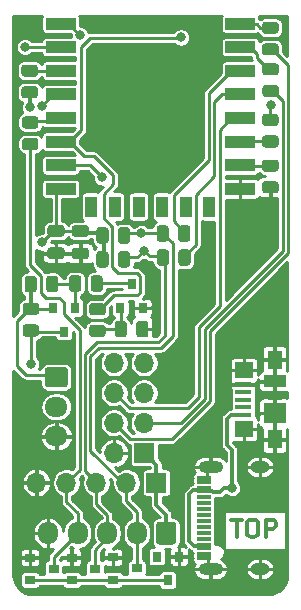
<source format=gbr>
G04 #@! TF.GenerationSoftware,KiCad,Pcbnew,5.1.8*
G04 #@! TF.CreationDate,2020-12-10T12:55:43+01:00*
G04 #@! TF.ProjectId,weather_station,77656174-6865-4725-9f73-746174696f6e,rev?*
G04 #@! TF.SameCoordinates,Original*
G04 #@! TF.FileFunction,Copper,L1,Top*
G04 #@! TF.FilePolarity,Positive*
%FSLAX46Y46*%
G04 Gerber Fmt 4.6, Leading zero omitted, Abs format (unit mm)*
G04 Created by KiCad (PCBNEW 5.1.8) date 2020-12-10 12:55:43*
%MOMM*%
%LPD*%
G01*
G04 APERTURE LIST*
G04 #@! TA.AperFunction,NonConductor*
%ADD10C,0.300000*%
G04 #@! TD*
G04 #@! TA.AperFunction,ComponentPad*
%ADD11O,1.700000X1.950000*%
G04 #@! TD*
G04 #@! TA.AperFunction,SMDPad,CuDef*
%ADD12R,0.900000X0.800000*%
G04 #@! TD*
G04 #@! TA.AperFunction,SMDPad,CuDef*
%ADD13R,1.150000X0.300000*%
G04 #@! TD*
G04 #@! TA.AperFunction,ComponentPad*
%ADD14O,1.600000X1.000000*%
G04 #@! TD*
G04 #@! TA.AperFunction,ComponentPad*
%ADD15O,2.100000X1.000000*%
G04 #@! TD*
G04 #@! TA.AperFunction,ComponentPad*
%ADD16R,1.700000X1.700000*%
G04 #@! TD*
G04 #@! TA.AperFunction,ComponentPad*
%ADD17O,1.700000X1.700000*%
G04 #@! TD*
G04 #@! TA.AperFunction,SMDPad,CuDef*
%ADD18R,1.900000X1.000000*%
G04 #@! TD*
G04 #@! TA.AperFunction,SMDPad,CuDef*
%ADD19R,1.900000X1.800000*%
G04 #@! TD*
G04 #@! TA.AperFunction,SMDPad,CuDef*
%ADD20R,1.300000X1.650000*%
G04 #@! TD*
G04 #@! TA.AperFunction,SMDPad,CuDef*
%ADD21R,1.550000X1.425000*%
G04 #@! TD*
G04 #@! TA.AperFunction,SMDPad,CuDef*
%ADD22R,1.380000X0.450000*%
G04 #@! TD*
G04 #@! TA.AperFunction,SMDPad,CuDef*
%ADD23R,0.800000X0.900000*%
G04 #@! TD*
G04 #@! TA.AperFunction,SMDPad,CuDef*
%ADD24R,2.500000X1.000000*%
G04 #@! TD*
G04 #@! TA.AperFunction,SMDPad,CuDef*
%ADD25R,1.000000X1.800000*%
G04 #@! TD*
G04 #@! TA.AperFunction,ComponentPad*
%ADD26O,1.950000X1.700000*%
G04 #@! TD*
G04 #@! TA.AperFunction,ViaPad*
%ADD27C,0.800000*%
G04 #@! TD*
G04 #@! TA.AperFunction,Conductor*
%ADD28C,0.250000*%
G04 #@! TD*
G04 #@! TA.AperFunction,Conductor*
%ADD29C,0.300000*%
G04 #@! TD*
G04 #@! TA.AperFunction,Conductor*
%ADD30C,0.100000*%
G04 #@! TD*
G04 APERTURE END LIST*
D10*
X156860714Y-131103571D02*
X157717857Y-131103571D01*
X157289285Y-132603571D02*
X157289285Y-131103571D01*
X158503571Y-131103571D02*
X158789285Y-131103571D01*
X158932142Y-131175000D01*
X159075000Y-131317857D01*
X159146428Y-131603571D01*
X159146428Y-132103571D01*
X159075000Y-132389285D01*
X158932142Y-132532142D01*
X158789285Y-132603571D01*
X158503571Y-132603571D01*
X158360714Y-132532142D01*
X158217857Y-132389285D01*
X158146428Y-132103571D01*
X158146428Y-131603571D01*
X158217857Y-131317857D01*
X158360714Y-131175000D01*
X158503571Y-131103571D01*
X159789285Y-132603571D02*
X159789285Y-131103571D01*
X160360714Y-131103571D01*
X160503571Y-131175000D01*
X160575000Y-131246428D01*
X160646428Y-131389285D01*
X160646428Y-131603571D01*
X160575000Y-131746428D01*
X160503571Y-131817857D01*
X160360714Y-131889285D01*
X159789285Y-131889285D01*
G04 #@! TA.AperFunction,ComponentPad*
G36*
G01*
X152180000Y-131515000D02*
X152180000Y-132965000D01*
G75*
G02*
X151930000Y-133215000I-250000J0D01*
G01*
X150730000Y-133215000D01*
G75*
G02*
X150480000Y-132965000I0J250000D01*
G01*
X150480000Y-131515000D01*
G75*
G02*
X150730000Y-131265000I250000J0D01*
G01*
X151930000Y-131265000D01*
G75*
G02*
X152180000Y-131515000I0J-250000D01*
G01*
G37*
G04 #@! TD.AperFunction*
D11*
X148830000Y-132240000D03*
X146330000Y-132240000D03*
X143830000Y-132240000D03*
X141330000Y-132240000D03*
D12*
X145320000Y-135270000D03*
X143320000Y-136220000D03*
X143320000Y-134320000D03*
D13*
X154530000Y-127620000D03*
X154530000Y-128420000D03*
X154530000Y-133220000D03*
X154530000Y-134020000D03*
X154530000Y-134320000D03*
X154530000Y-133520000D03*
X154530000Y-132720000D03*
X154530000Y-132220000D03*
X154530000Y-131720000D03*
X154530000Y-131220000D03*
X154530000Y-130720000D03*
X154530000Y-130220000D03*
X154530000Y-129720000D03*
X154530000Y-129220000D03*
X154530000Y-128720000D03*
X154530000Y-127920000D03*
D14*
X159275000Y-126650000D03*
X159275000Y-135290000D03*
D15*
X155095000Y-126650000D03*
X155095000Y-135290000D03*
G04 #@! TA.AperFunction,SMDPad,CuDef*
G36*
G01*
X152350000Y-107330002D02*
X152350000Y-106429998D01*
G75*
G02*
X152599998Y-106180000I249998J0D01*
G01*
X153125002Y-106180000D01*
G75*
G02*
X153375000Y-106429998I0J-249998D01*
G01*
X153375000Y-107330002D01*
G75*
G02*
X153125002Y-107580000I-249998J0D01*
G01*
X152599998Y-107580000D01*
G75*
G02*
X152350000Y-107330002I0J249998D01*
G01*
G37*
G04 #@! TD.AperFunction*
G04 #@! TA.AperFunction,SMDPad,CuDef*
G36*
G01*
X150525000Y-107330002D02*
X150525000Y-106429998D01*
G75*
G02*
X150774998Y-106180000I249998J0D01*
G01*
X151300002Y-106180000D01*
G75*
G02*
X151550000Y-106429998I0J-249998D01*
G01*
X151550000Y-107330002D01*
G75*
G02*
X151300002Y-107580000I-249998J0D01*
G01*
X150774998Y-107580000D01*
G75*
G02*
X150525000Y-107330002I0J249998D01*
G01*
G37*
G04 #@! TD.AperFunction*
G04 #@! TA.AperFunction,SMDPad,CuDef*
G36*
G01*
X150545000Y-109370002D02*
X150545000Y-108469998D01*
G75*
G02*
X150794998Y-108220000I249998J0D01*
G01*
X151320002Y-108220000D01*
G75*
G02*
X151570000Y-108469998I0J-249998D01*
G01*
X151570000Y-109370002D01*
G75*
G02*
X151320002Y-109620000I-249998J0D01*
G01*
X150794998Y-109620000D01*
G75*
G02*
X150545000Y-109370002I0J249998D01*
G01*
G37*
G04 #@! TD.AperFunction*
G04 #@! TA.AperFunction,SMDPad,CuDef*
G36*
G01*
X152370000Y-109370002D02*
X152370000Y-108469998D01*
G75*
G02*
X152619998Y-108220000I249998J0D01*
G01*
X153145002Y-108220000D01*
G75*
G02*
X153395000Y-108469998I0J-249998D01*
G01*
X153395000Y-109370002D01*
G75*
G02*
X153145002Y-109620000I-249998J0D01*
G01*
X152619998Y-109620000D01*
G75*
G02*
X152370000Y-109370002I0J249998D01*
G01*
G37*
G04 #@! TD.AperFunction*
D16*
X149465000Y-125455000D03*
D17*
X146925000Y-125455000D03*
X149465000Y-122915000D03*
X146925000Y-122915000D03*
X149465000Y-120375000D03*
X146925000Y-120375000D03*
X149465000Y-117835000D03*
X146925000Y-117835000D03*
D16*
X150510000Y-127980000D03*
D17*
X147970000Y-127980000D03*
X145430000Y-127980000D03*
X142890000Y-127980000D03*
X140350000Y-127980000D03*
D18*
X160510000Y-119390000D03*
D19*
X160510000Y-122090000D03*
D20*
X160510000Y-117565000D03*
X160510000Y-124315000D03*
D21*
X157935000Y-118452500D03*
X157935000Y-123427500D03*
D22*
X157850000Y-119640000D03*
X157850000Y-120290000D03*
X157850000Y-120940000D03*
X157850000Y-121590000D03*
X157850000Y-122240000D03*
D23*
X151480000Y-136230000D03*
X150530000Y-134230000D03*
X152430000Y-134230000D03*
D12*
X148840000Y-135240000D03*
X146840000Y-136190000D03*
X146840000Y-134290000D03*
X141810000Y-135270000D03*
X139810000Y-136220000D03*
X139810000Y-134320000D03*
D24*
X142400000Y-89100000D03*
X142400000Y-91100000D03*
X142400000Y-93100000D03*
X142400000Y-95100000D03*
X142400000Y-97100000D03*
X142400000Y-99100000D03*
X142400000Y-101100000D03*
X142400000Y-103100000D03*
D25*
X145000000Y-104600000D03*
X147000000Y-104600000D03*
X149000000Y-104600000D03*
X151000000Y-104600000D03*
X153000000Y-104600000D03*
X155000000Y-104600000D03*
D24*
X157600000Y-103100000D03*
X157600000Y-101100000D03*
X157600000Y-99100000D03*
X157600000Y-97100000D03*
X157600000Y-95100000D03*
X157600000Y-93100000D03*
X157600000Y-91100000D03*
X157600000Y-89100000D03*
G04 #@! TA.AperFunction,SMDPad,CuDef*
G36*
G01*
X160625002Y-95325000D02*
X159724998Y-95325000D01*
G75*
G02*
X159475000Y-95075002I0J249998D01*
G01*
X159475000Y-94549998D01*
G75*
G02*
X159724998Y-94300000I249998J0D01*
G01*
X160625002Y-94300000D01*
G75*
G02*
X160875000Y-94549998I0J-249998D01*
G01*
X160875000Y-95075002D01*
G75*
G02*
X160625002Y-95325000I-249998J0D01*
G01*
G37*
G04 #@! TD.AperFunction*
G04 #@! TA.AperFunction,SMDPad,CuDef*
G36*
G01*
X160625002Y-93500000D02*
X159724998Y-93500000D01*
G75*
G02*
X159475000Y-93250002I0J249998D01*
G01*
X159475000Y-92724998D01*
G75*
G02*
X159724998Y-92475000I249998J0D01*
G01*
X160625002Y-92475000D01*
G75*
G02*
X160875000Y-92724998I0J-249998D01*
G01*
X160875000Y-93250002D01*
G75*
G02*
X160625002Y-93500000I-249998J0D01*
G01*
G37*
G04 #@! TD.AperFunction*
G04 #@! TA.AperFunction,SMDPad,CuDef*
G36*
G01*
X140270002Y-97992500D02*
X139369998Y-97992500D01*
G75*
G02*
X139120000Y-97742502I0J249998D01*
G01*
X139120000Y-97217498D01*
G75*
G02*
X139369998Y-96967500I249998J0D01*
G01*
X140270002Y-96967500D01*
G75*
G02*
X140520000Y-97217498I0J-249998D01*
G01*
X140520000Y-97742502D01*
G75*
G02*
X140270002Y-97992500I-249998J0D01*
G01*
G37*
G04 #@! TD.AperFunction*
G04 #@! TA.AperFunction,SMDPad,CuDef*
G36*
G01*
X140270002Y-99817500D02*
X139369998Y-99817500D01*
G75*
G02*
X139120000Y-99567502I0J249998D01*
G01*
X139120000Y-99042498D01*
G75*
G02*
X139369998Y-98792500I249998J0D01*
G01*
X140270002Y-98792500D01*
G75*
G02*
X140520000Y-99042498I0J-249998D01*
G01*
X140520000Y-99567502D01*
G75*
G02*
X140270002Y-99817500I-249998J0D01*
G01*
G37*
G04 #@! TD.AperFunction*
G04 #@! TA.AperFunction,SMDPad,CuDef*
G36*
G01*
X159699998Y-96750000D02*
X160600002Y-96750000D01*
G75*
G02*
X160850000Y-96999998I0J-249998D01*
G01*
X160850000Y-97525002D01*
G75*
G02*
X160600002Y-97775000I-249998J0D01*
G01*
X159699998Y-97775000D01*
G75*
G02*
X159450000Y-97525002I0J249998D01*
G01*
X159450000Y-96999998D01*
G75*
G02*
X159699998Y-96750000I249998J0D01*
G01*
G37*
G04 #@! TD.AperFunction*
G04 #@! TA.AperFunction,SMDPad,CuDef*
G36*
G01*
X159699998Y-98575000D02*
X160600002Y-98575000D01*
G75*
G02*
X160850000Y-98824998I0J-249998D01*
G01*
X160850000Y-99350002D01*
G75*
G02*
X160600002Y-99600000I-249998J0D01*
G01*
X159699998Y-99600000D01*
G75*
G02*
X159450000Y-99350002I0J249998D01*
G01*
X159450000Y-98824998D01*
G75*
G02*
X159699998Y-98575000I249998J0D01*
G01*
G37*
G04 #@! TD.AperFunction*
G04 #@! TA.AperFunction,SMDPad,CuDef*
G36*
G01*
X160600002Y-89975000D02*
X159699998Y-89975000D01*
G75*
G02*
X159450000Y-89725002I0J249998D01*
G01*
X159450000Y-89199998D01*
G75*
G02*
X159699998Y-88950000I249998J0D01*
G01*
X160600002Y-88950000D01*
G75*
G02*
X160850000Y-89199998I0J-249998D01*
G01*
X160850000Y-89725002D01*
G75*
G02*
X160600002Y-89975000I-249998J0D01*
G01*
G37*
G04 #@! TD.AperFunction*
G04 #@! TA.AperFunction,SMDPad,CuDef*
G36*
G01*
X160600002Y-91800000D02*
X159699998Y-91800000D01*
G75*
G02*
X159450000Y-91550002I0J249998D01*
G01*
X159450000Y-91024998D01*
G75*
G02*
X159699998Y-90775000I249998J0D01*
G01*
X160600002Y-90775000D01*
G75*
G02*
X160850000Y-91024998I0J-249998D01*
G01*
X160850000Y-91550002D01*
G75*
G02*
X160600002Y-91800000I-249998J0D01*
G01*
G37*
G04 #@! TD.AperFunction*
G04 #@! TA.AperFunction,SMDPad,CuDef*
G36*
G01*
X143590000Y-106165000D02*
X144540000Y-106165000D01*
G75*
G02*
X144790000Y-106415000I0J-250000D01*
G01*
X144790000Y-106915000D01*
G75*
G02*
X144540000Y-107165000I-250000J0D01*
G01*
X143590000Y-107165000D01*
G75*
G02*
X143340000Y-106915000I0J250000D01*
G01*
X143340000Y-106415000D01*
G75*
G02*
X143590000Y-106165000I250000J0D01*
G01*
G37*
G04 #@! TD.AperFunction*
G04 #@! TA.AperFunction,SMDPad,CuDef*
G36*
G01*
X143590000Y-108065000D02*
X144540000Y-108065000D01*
G75*
G02*
X144790000Y-108315000I0J-250000D01*
G01*
X144790000Y-108815000D01*
G75*
G02*
X144540000Y-109065000I-250000J0D01*
G01*
X143590000Y-109065000D01*
G75*
G02*
X143340000Y-108815000I0J250000D01*
G01*
X143340000Y-108315000D01*
G75*
G02*
X143590000Y-108065000I250000J0D01*
G01*
G37*
G04 #@! TD.AperFunction*
G04 #@! TA.AperFunction,SMDPad,CuDef*
G36*
G01*
X141525000Y-106160000D02*
X142475000Y-106160000D01*
G75*
G02*
X142725000Y-106410000I0J-250000D01*
G01*
X142725000Y-106910000D01*
G75*
G02*
X142475000Y-107160000I-250000J0D01*
G01*
X141525000Y-107160000D01*
G75*
G02*
X141275000Y-106910000I0J250000D01*
G01*
X141275000Y-106410000D01*
G75*
G02*
X141525000Y-106160000I250000J0D01*
G01*
G37*
G04 #@! TD.AperFunction*
G04 #@! TA.AperFunction,SMDPad,CuDef*
G36*
G01*
X141525000Y-108060000D02*
X142475000Y-108060000D01*
G75*
G02*
X142725000Y-108310000I0J-250000D01*
G01*
X142725000Y-108810000D01*
G75*
G02*
X142475000Y-109060000I-250000J0D01*
G01*
X141525000Y-109060000D01*
G75*
G02*
X141275000Y-108810000I0J250000D01*
G01*
X141275000Y-108310000D01*
G75*
G02*
X141525000Y-108060000I250000J0D01*
G01*
G37*
G04 #@! TD.AperFunction*
G04 #@! TA.AperFunction,ComponentPad*
G36*
G01*
X141305000Y-118200000D02*
X142755000Y-118200000D01*
G75*
G02*
X143005000Y-118450000I0J-250000D01*
G01*
X143005000Y-119650000D01*
G75*
G02*
X142755000Y-119900000I-250000J0D01*
G01*
X141305000Y-119900000D01*
G75*
G02*
X141055000Y-119650000I0J250000D01*
G01*
X141055000Y-118450000D01*
G75*
G02*
X141305000Y-118200000I250000J0D01*
G01*
G37*
G04 #@! TD.AperFunction*
D26*
X142030000Y-121550000D03*
X142030000Y-124050000D03*
D23*
X148405000Y-111180000D03*
X149355000Y-113180000D03*
X147455000Y-113180000D03*
X143630000Y-113180000D03*
X141730000Y-113180000D03*
X142680000Y-115180000D03*
G04 #@! TA.AperFunction,SMDPad,CuDef*
G36*
G01*
X140220002Y-95435000D02*
X139319998Y-95435000D01*
G75*
G02*
X139070000Y-95185002I0J249998D01*
G01*
X139070000Y-94659998D01*
G75*
G02*
X139319998Y-94410000I249998J0D01*
G01*
X140220002Y-94410000D01*
G75*
G02*
X140470000Y-94659998I0J-249998D01*
G01*
X140470000Y-95185002D01*
G75*
G02*
X140220002Y-95435000I-249998J0D01*
G01*
G37*
G04 #@! TD.AperFunction*
G04 #@! TA.AperFunction,SMDPad,CuDef*
G36*
G01*
X140220002Y-93610000D02*
X139319998Y-93610000D01*
G75*
G02*
X139070000Y-93360002I0J249998D01*
G01*
X139070000Y-92834998D01*
G75*
G02*
X139319998Y-92585000I249998J0D01*
G01*
X140220002Y-92585000D01*
G75*
G02*
X140470000Y-92834998I0J-249998D01*
G01*
X140470000Y-93360002D01*
G75*
G02*
X140220002Y-93610000I-249998J0D01*
G01*
G37*
G04 #@! TD.AperFunction*
G04 #@! TA.AperFunction,SMDPad,CuDef*
G36*
G01*
X148805000Y-115430002D02*
X148805000Y-114529998D01*
G75*
G02*
X149054998Y-114280000I249998J0D01*
G01*
X149580002Y-114280000D01*
G75*
G02*
X149830000Y-114529998I0J-249998D01*
G01*
X149830000Y-115430002D01*
G75*
G02*
X149580002Y-115680000I-249998J0D01*
G01*
X149054998Y-115680000D01*
G75*
G02*
X148805000Y-115430002I0J249998D01*
G01*
G37*
G04 #@! TD.AperFunction*
G04 #@! TA.AperFunction,SMDPad,CuDef*
G36*
G01*
X146980000Y-115430002D02*
X146980000Y-114529998D01*
G75*
G02*
X147229998Y-114280000I249998J0D01*
G01*
X147755002Y-114280000D01*
G75*
G02*
X148005000Y-114529998I0J-249998D01*
G01*
X148005000Y-115430002D01*
G75*
G02*
X147755002Y-115680000I-249998J0D01*
G01*
X147229998Y-115680000D01*
G75*
G02*
X146980000Y-115430002I0J249998D01*
G01*
G37*
G04 #@! TD.AperFunction*
G04 #@! TA.AperFunction,SMDPad,CuDef*
G36*
G01*
X143115000Y-111565002D02*
X143115000Y-110664998D01*
G75*
G02*
X143364998Y-110415000I249998J0D01*
G01*
X143890002Y-110415000D01*
G75*
G02*
X144140000Y-110664998I0J-249998D01*
G01*
X144140000Y-111565002D01*
G75*
G02*
X143890002Y-111815000I-249998J0D01*
G01*
X143364998Y-111815000D01*
G75*
G02*
X143115000Y-111565002I0J249998D01*
G01*
G37*
G04 #@! TD.AperFunction*
G04 #@! TA.AperFunction,SMDPad,CuDef*
G36*
G01*
X144940000Y-111565002D02*
X144940000Y-110664998D01*
G75*
G02*
X145189998Y-110415000I249998J0D01*
G01*
X145715002Y-110415000D01*
G75*
G02*
X145965000Y-110664998I0J-249998D01*
G01*
X145965000Y-111565002D01*
G75*
G02*
X145715002Y-111815000I-249998J0D01*
G01*
X145189998Y-111815000D01*
G75*
G02*
X144940000Y-111565002I0J249998D01*
G01*
G37*
G04 #@! TD.AperFunction*
G04 #@! TA.AperFunction,SMDPad,CuDef*
G36*
G01*
X145054998Y-114605000D02*
X145955002Y-114605000D01*
G75*
G02*
X146205000Y-114854998I0J-249998D01*
G01*
X146205000Y-115380002D01*
G75*
G02*
X145955002Y-115630000I-249998J0D01*
G01*
X145054998Y-115630000D01*
G75*
G02*
X144805000Y-115380002I0J249998D01*
G01*
X144805000Y-114854998D01*
G75*
G02*
X145054998Y-114605000I249998J0D01*
G01*
G37*
G04 #@! TD.AperFunction*
G04 #@! TA.AperFunction,SMDPad,CuDef*
G36*
G01*
X145054998Y-112780000D02*
X145955002Y-112780000D01*
G75*
G02*
X146205000Y-113029998I0J-249998D01*
G01*
X146205000Y-113555002D01*
G75*
G02*
X145955002Y-113805000I-249998J0D01*
G01*
X145054998Y-113805000D01*
G75*
G02*
X144805000Y-113555002I0J249998D01*
G01*
X144805000Y-113029998D01*
G75*
G02*
X145054998Y-112780000I249998J0D01*
G01*
G37*
G04 #@! TD.AperFunction*
G04 #@! TA.AperFunction,SMDPad,CuDef*
G36*
G01*
X141165000Y-111615002D02*
X141165000Y-110714998D01*
G75*
G02*
X141414998Y-110465000I249998J0D01*
G01*
X141940002Y-110465000D01*
G75*
G02*
X142190000Y-110714998I0J-249998D01*
G01*
X142190000Y-111615002D01*
G75*
G02*
X141940002Y-111865000I-249998J0D01*
G01*
X141414998Y-111865000D01*
G75*
G02*
X141165000Y-111615002I0J249998D01*
G01*
G37*
G04 #@! TD.AperFunction*
G04 #@! TA.AperFunction,SMDPad,CuDef*
G36*
G01*
X139340000Y-111615002D02*
X139340000Y-110714998D01*
G75*
G02*
X139589998Y-110465000I249998J0D01*
G01*
X140115002Y-110465000D01*
G75*
G02*
X140365000Y-110714998I0J-249998D01*
G01*
X140365000Y-111615002D01*
G75*
G02*
X140115002Y-111865000I-249998J0D01*
G01*
X139589998Y-111865000D01*
G75*
G02*
X139340000Y-111615002I0J249998D01*
G01*
G37*
G04 #@! TD.AperFunction*
G04 #@! TA.AperFunction,SMDPad,CuDef*
G36*
G01*
X139429998Y-112755000D02*
X140330002Y-112755000D01*
G75*
G02*
X140580000Y-113004998I0J-249998D01*
G01*
X140580000Y-113530002D01*
G75*
G02*
X140330002Y-113780000I-249998J0D01*
G01*
X139429998Y-113780000D01*
G75*
G02*
X139180000Y-113530002I0J249998D01*
G01*
X139180000Y-113004998D01*
G75*
G02*
X139429998Y-112755000I249998J0D01*
G01*
G37*
G04 #@! TD.AperFunction*
G04 #@! TA.AperFunction,SMDPad,CuDef*
G36*
G01*
X139429998Y-114580000D02*
X140330002Y-114580000D01*
G75*
G02*
X140580000Y-114829998I0J-249998D01*
G01*
X140580000Y-115355002D01*
G75*
G02*
X140330002Y-115605000I-249998J0D01*
G01*
X139429998Y-115605000D01*
G75*
G02*
X139180000Y-115355002I0J249998D01*
G01*
X139180000Y-114829998D01*
G75*
G02*
X139429998Y-114580000I249998J0D01*
G01*
G37*
G04 #@! TD.AperFunction*
G04 #@! TA.AperFunction,SMDPad,CuDef*
G36*
G01*
X159699998Y-102450000D02*
X160600002Y-102450000D01*
G75*
G02*
X160850000Y-102699998I0J-249998D01*
G01*
X160850000Y-103225002D01*
G75*
G02*
X160600002Y-103475000I-249998J0D01*
G01*
X159699998Y-103475000D01*
G75*
G02*
X159450000Y-103225002I0J249998D01*
G01*
X159450000Y-102699998D01*
G75*
G02*
X159699998Y-102450000I249998J0D01*
G01*
G37*
G04 #@! TD.AperFunction*
G04 #@! TA.AperFunction,SMDPad,CuDef*
G36*
G01*
X159699998Y-100625000D02*
X160600002Y-100625000D01*
G75*
G02*
X160850000Y-100874998I0J-249998D01*
G01*
X160850000Y-101400002D01*
G75*
G02*
X160600002Y-101650000I-249998J0D01*
G01*
X159699998Y-101650000D01*
G75*
G02*
X159450000Y-101400002I0J249998D01*
G01*
X159450000Y-100874998D01*
G75*
G02*
X159699998Y-100625000I249998J0D01*
G01*
G37*
G04 #@! TD.AperFunction*
G04 #@! TA.AperFunction,SMDPad,CuDef*
G36*
G01*
X145425000Y-109520002D02*
X145425000Y-108619998D01*
G75*
G02*
X145674998Y-108370000I249998J0D01*
G01*
X146200002Y-108370000D01*
G75*
G02*
X146450000Y-108619998I0J-249998D01*
G01*
X146450000Y-109520002D01*
G75*
G02*
X146200002Y-109770000I-249998J0D01*
G01*
X145674998Y-109770000D01*
G75*
G02*
X145425000Y-109520002I0J249998D01*
G01*
G37*
G04 #@! TD.AperFunction*
G04 #@! TA.AperFunction,SMDPad,CuDef*
G36*
G01*
X147250000Y-109520002D02*
X147250000Y-108619998D01*
G75*
G02*
X147499998Y-108370000I249998J0D01*
G01*
X148025002Y-108370000D01*
G75*
G02*
X148275000Y-108619998I0J-249998D01*
G01*
X148275000Y-109520002D01*
G75*
G02*
X148025002Y-109770000I-249998J0D01*
G01*
X147499998Y-109770000D01*
G75*
G02*
X147250000Y-109520002I0J249998D01*
G01*
G37*
G04 #@! TD.AperFunction*
G04 #@! TA.AperFunction,SMDPad,CuDef*
G36*
G01*
X145425000Y-107490002D02*
X145425000Y-106589998D01*
G75*
G02*
X145674998Y-106340000I249998J0D01*
G01*
X146200002Y-106340000D01*
G75*
G02*
X146450000Y-106589998I0J-249998D01*
G01*
X146450000Y-107490002D01*
G75*
G02*
X146200002Y-107740000I-249998J0D01*
G01*
X145674998Y-107740000D01*
G75*
G02*
X145425000Y-107490002I0J249998D01*
G01*
G37*
G04 #@! TD.AperFunction*
G04 #@! TA.AperFunction,SMDPad,CuDef*
G36*
G01*
X147250000Y-107490002D02*
X147250000Y-106589998D01*
G75*
G02*
X147499998Y-106340000I249998J0D01*
G01*
X148025002Y-106340000D01*
G75*
G02*
X148275000Y-106589998I0J-249998D01*
G01*
X148275000Y-107490002D01*
G75*
G02*
X148025002Y-107740000I-249998J0D01*
G01*
X147499998Y-107740000D01*
G75*
G02*
X147250000Y-107490002I0J249998D01*
G01*
G37*
G04 #@! TD.AperFunction*
D27*
X152170000Y-99250000D03*
X152370000Y-101600000D03*
X139360000Y-120010000D03*
X141470000Y-126420000D03*
X160750000Y-129080000D03*
X152180000Y-93940000D03*
X146920000Y-88960000D03*
X145050000Y-130820000D03*
X147640000Y-130780000D03*
X156890000Y-115540000D03*
X153040000Y-114320000D03*
X150170000Y-111220000D03*
X160110000Y-106700000D03*
X152240000Y-125630000D03*
X145710000Y-124150000D03*
X158000000Y-105930000D03*
X152670000Y-120260000D03*
X141230000Y-109720000D03*
X148290000Y-101880000D03*
X139620000Y-89300000D03*
X139080000Y-130900000D03*
X143680000Y-104330000D03*
X156860000Y-107230000D03*
X158500000Y-108450000D03*
X147350000Y-97100000D03*
X147860000Y-92840000D03*
X161300000Y-90390000D03*
X140610000Y-106520000D03*
X160170000Y-96030000D03*
X140820000Y-107639998D03*
X139795011Y-96210000D03*
X149230000Y-106830000D03*
X156920000Y-128445001D03*
X149450000Y-108324990D03*
X144010000Y-90090000D03*
X139880000Y-117920000D03*
X152600000Y-90280000D03*
X139380000Y-91100000D03*
X145920000Y-102130000D03*
X140807945Y-96049990D03*
D28*
X147640000Y-130780000D02*
X147640000Y-133320000D01*
X145050000Y-133283590D02*
X144460000Y-133873590D01*
X145050000Y-130820000D02*
X145050000Y-133283590D01*
X154840000Y-135060000D02*
X155040000Y-135260000D01*
X154840000Y-134180000D02*
X154840000Y-135060000D01*
X154680000Y-134020000D02*
X154840000Y-134180000D01*
X154530000Y-134020000D02*
X154680000Y-134020000D01*
X154800000Y-127030000D02*
X155180000Y-126650000D01*
X154800000Y-127690000D02*
X154800000Y-127030000D01*
X154570000Y-127920000D02*
X154800000Y-127690000D01*
X154530000Y-127920000D02*
X154570000Y-127920000D01*
X141625000Y-103100000D02*
X142400000Y-103100000D01*
X142060000Y-106665000D02*
X144255000Y-106665000D01*
X142040000Y-106590000D02*
X142060000Y-106610000D01*
X142040000Y-103460000D02*
X142040000Y-106590000D01*
X142400000Y-103100000D02*
X142040000Y-103460000D01*
X160150000Y-97130000D02*
X160150000Y-96050000D01*
X160150000Y-96050000D02*
X160170000Y-96030000D01*
X142010000Y-106620000D02*
X141839998Y-106620000D01*
X141839998Y-106620000D02*
X140820000Y-107639998D01*
D29*
X146030000Y-109110000D02*
X146030000Y-107002500D01*
X146227500Y-106972500D02*
X146145000Y-106890000D01*
X144290000Y-106800000D02*
X144110000Y-106620000D01*
X145977500Y-106800000D02*
X144290000Y-106800000D01*
X146227500Y-107050000D02*
X145977500Y-106800000D01*
X151330000Y-132240000D02*
X151330000Y-130680000D01*
X151330000Y-130680000D02*
X150510000Y-129860000D01*
X150510000Y-127980000D02*
X150510000Y-129860000D01*
X150510000Y-127980000D02*
X150510000Y-126480000D01*
X150510000Y-126480000D02*
X149510000Y-125480000D01*
X139795011Y-94985011D02*
X139730000Y-94920000D01*
X139795011Y-96210000D02*
X139795011Y-94985011D01*
D28*
X142890000Y-127980000D02*
X142890000Y-129610000D01*
X143840000Y-130560000D02*
X143840000Y-132200000D01*
X142890000Y-129610000D02*
X143840000Y-130560000D01*
X143840000Y-132200000D02*
X141810000Y-134230000D01*
X141810000Y-134230000D02*
X141810000Y-135270000D01*
X140760000Y-111880000D02*
X140760000Y-110480000D01*
X142880000Y-128010000D02*
X144020000Y-126870000D01*
X140760000Y-110480000D02*
X139820000Y-109540000D01*
X144020000Y-126870000D02*
X144020000Y-115080000D01*
X142660000Y-112690000D02*
X142270000Y-112300000D01*
X139820000Y-109540000D02*
X139820000Y-99305000D01*
X144020000Y-115080000D02*
X142660000Y-113720000D01*
X142660000Y-113720000D02*
X142660000Y-112690000D01*
X142270000Y-112300000D02*
X141180000Y-112300000D01*
X141180000Y-112300000D02*
X140760000Y-111880000D01*
X151480000Y-136230000D02*
X139800000Y-136230000D01*
X139800000Y-136230000D02*
X139770000Y-136200000D01*
X149230000Y-106830000D02*
X147830000Y-106830000D01*
X147830000Y-106830000D02*
X147670000Y-106990000D01*
X148850000Y-130440000D02*
X148850000Y-135230000D01*
X144920022Y-125270022D02*
X147640000Y-127990000D01*
X144920022Y-117269978D02*
X144920022Y-125270022D01*
X147940000Y-129530000D02*
X148850000Y-130440000D01*
X145650000Y-116540000D02*
X144920022Y-117269978D01*
X147640000Y-127990000D02*
X147940000Y-127990000D01*
X151895010Y-115564990D02*
X150920000Y-116540000D01*
X151895010Y-107705010D02*
X151895010Y-115564990D01*
X150920000Y-116540000D02*
X145650000Y-116540000D01*
X151020000Y-106830000D02*
X151895010Y-107705010D01*
X147940000Y-127990000D02*
X147940000Y-129530000D01*
X149230000Y-106830000D02*
X151020000Y-106830000D01*
X139842500Y-113230000D02*
X139880000Y-113267500D01*
X141642500Y-113267500D02*
X141730000Y-113180000D01*
X139880000Y-113267500D02*
X141642500Y-113267500D01*
X139460000Y-118840000D02*
X141950000Y-118840000D01*
X138730000Y-118110000D02*
X139460000Y-118840000D01*
X141950000Y-118840000D02*
X142160000Y-119050000D01*
X138730000Y-114250000D02*
X138730000Y-118110000D01*
X139712500Y-113267500D02*
X138730000Y-114250000D01*
X139880000Y-113267500D02*
X139712500Y-113267500D01*
D29*
X139852500Y-111165000D02*
X139852500Y-113182500D01*
X156920000Y-128445001D02*
X156920000Y-128445001D01*
X156920000Y-125220000D02*
X156920000Y-128445001D01*
X157850000Y-122240000D02*
X156800000Y-122240000D01*
X156470000Y-124770000D02*
X156920000Y-125220000D01*
X156800000Y-122240000D02*
X156470000Y-122570000D01*
X156470000Y-122570000D02*
X156470000Y-124770000D01*
X154530000Y-133520000D02*
X154530000Y-133400000D01*
X154530000Y-133400000D02*
X154420000Y-133290000D01*
X154530000Y-128420000D02*
X154530000Y-128570000D01*
X154530000Y-128570000D02*
X154650000Y-128690000D01*
X155919001Y-128755001D02*
X156229001Y-128445001D01*
X155235997Y-128719999D02*
X155270999Y-128755001D01*
X155270999Y-128755001D02*
X155919001Y-128755001D01*
X154720000Y-128590000D02*
X154849999Y-128719999D01*
X153640000Y-128590000D02*
X154720000Y-128590000D01*
X153280000Y-128950000D02*
X153640000Y-128590000D01*
X154849999Y-128719999D02*
X155235997Y-128719999D01*
X153280000Y-132940000D02*
X153280000Y-128950000D01*
X153690000Y-133350000D02*
X153280000Y-132940000D01*
X154400000Y-133350000D02*
X153690000Y-133350000D01*
X156229001Y-128445001D02*
X156920000Y-128445001D01*
X154530000Y-133220000D02*
X154400000Y-133350000D01*
D28*
X148884990Y-108890000D02*
X149450000Y-108324990D01*
X147820000Y-108890000D02*
X148884990Y-108890000D01*
X149925010Y-108800000D02*
X149450000Y-108324990D01*
X145320000Y-135270000D02*
X145320000Y-133650000D01*
X151210000Y-115550000D02*
X151210000Y-109000000D01*
X151010000Y-108800000D02*
X149925010Y-108800000D01*
X146360000Y-132610000D02*
X146360000Y-130710000D01*
X151210000Y-109000000D02*
X151010000Y-108800000D01*
X145430000Y-129780000D02*
X145430000Y-127950000D01*
X150670011Y-116089989D02*
X151210000Y-115550000D01*
X145320000Y-133650000D02*
X146360000Y-132610000D01*
X145430000Y-127950000D02*
X144470011Y-126990011D01*
X146360000Y-130710000D02*
X145430000Y-129780000D01*
X144470011Y-126990011D02*
X144470011Y-117083578D01*
X144470011Y-117083578D02*
X145463600Y-116089989D01*
X145463600Y-116089989D02*
X150670011Y-116089989D01*
X160360000Y-94800000D02*
X160120000Y-94800000D01*
X149465000Y-122915000D02*
X152561411Y-122915000D01*
X152561411Y-122915000D02*
X154579989Y-120896422D01*
X154579989Y-120896422D02*
X154579989Y-114973600D01*
X154579989Y-114973600D02*
X161199979Y-108353611D01*
X161199979Y-108353611D02*
X161199979Y-95639979D01*
X161199979Y-95639979D02*
X160360000Y-94800000D01*
X155030000Y-121082822D02*
X151832823Y-124279999D01*
X151832823Y-124279999D02*
X148289999Y-124279999D01*
X155030000Y-115160000D02*
X155030000Y-121082822D01*
X161649990Y-108540011D02*
X155030000Y-115160000D01*
X161649989Y-92639989D02*
X161649990Y-108540011D01*
X160297500Y-91287500D02*
X161649989Y-92639989D01*
X148289999Y-124279999D02*
X146920000Y-122910000D01*
X160150000Y-91287500D02*
X160297500Y-91287500D01*
X142400000Y-89100000D02*
X143275000Y-89100000D01*
X142430000Y-89130000D02*
X142400000Y-89100000D01*
X143020000Y-89100000D02*
X144010000Y-90090000D01*
X142400000Y-89100000D02*
X143020000Y-89100000D01*
X156760000Y-97210000D02*
X157154998Y-97210000D01*
X155870000Y-98100000D02*
X156760000Y-97210000D01*
X153160000Y-121680000D02*
X154129978Y-120710022D01*
X146925000Y-120375000D02*
X148230000Y-121680000D01*
X148230000Y-121680000D02*
X153160000Y-121680000D01*
X154129978Y-120710022D02*
X154129978Y-114787200D01*
X154129978Y-114787200D02*
X155870000Y-113047178D01*
X155870000Y-113047178D02*
X155870000Y-98100000D01*
X145737500Y-111110000D02*
X148335000Y-111110000D01*
X148335000Y-111110000D02*
X148405000Y-111180000D01*
X145442500Y-111405000D02*
X145737500Y-111110000D01*
X145642500Y-114980000D02*
X145505000Y-115117500D01*
X147492500Y-114980000D02*
X145642500Y-114980000D01*
X147492500Y-113217500D02*
X147455000Y-113180000D01*
X147492500Y-114980000D02*
X147492500Y-113217500D01*
X143617500Y-113167500D02*
X143630000Y-113180000D01*
X143617500Y-111405000D02*
X143617500Y-113167500D01*
X143627500Y-111115000D02*
X141645000Y-111115000D01*
X139967500Y-115180000D02*
X139880000Y-115092500D01*
X142680000Y-115180000D02*
X139967500Y-115180000D01*
X139880000Y-115092500D02*
X139880000Y-117920000D01*
X139880000Y-117920000D02*
X139880000Y-117920000D01*
X141700000Y-93100000D02*
X142400000Y-93100000D01*
X139787500Y-93100000D02*
X139725000Y-93037500D01*
X142400000Y-93100000D02*
X139787500Y-93100000D01*
X143210000Y-99100000D02*
X142400000Y-99100000D01*
X143420000Y-99310000D02*
X143210000Y-99100000D01*
X148870002Y-110210000D02*
X147230000Y-110210000D01*
X149130001Y-110469999D02*
X148870002Y-110210000D01*
X146775010Y-106315010D02*
X146040000Y-105580000D01*
X146775010Y-109755010D02*
X146775010Y-106315010D01*
X149130001Y-111890001D02*
X149130001Y-110469999D01*
X148900002Y-112120000D02*
X149130001Y-111890001D01*
X146900000Y-112120000D02*
X148900002Y-112120000D01*
X145727500Y-113292500D02*
X146900000Y-112120000D01*
X147230000Y-110210000D02*
X146775010Y-109755010D01*
X145505000Y-113292500D02*
X145727500Y-113292500D01*
X146040000Y-105580000D02*
X146040000Y-103520000D01*
X146040000Y-103520000D02*
X146830000Y-102730000D01*
X146830000Y-102730000D02*
X146830000Y-101930000D01*
X146830000Y-101930000D02*
X145220000Y-100320000D01*
X145220000Y-100320000D02*
X144380000Y-100320000D01*
X144380000Y-100320000D02*
X143170000Y-99110000D01*
X143360000Y-99080000D02*
X143190000Y-99080000D01*
X143190000Y-99080000D02*
X144130000Y-98140000D01*
X144130000Y-98140000D02*
X144130000Y-91093004D01*
X144130000Y-91093004D02*
X144913004Y-90310000D01*
X144913004Y-90310000D02*
X152570000Y-90310000D01*
X152570000Y-90310000D02*
X152600000Y-90280000D01*
X139380000Y-91100000D02*
X142450000Y-91100000D01*
X157637500Y-101137500D02*
X157600000Y-101100000D01*
X160150000Y-101137500D02*
X157637500Y-101137500D01*
X159030000Y-89180000D02*
X157640000Y-89180000D01*
X160150000Y-89462500D02*
X159312500Y-89462500D01*
X159312500Y-89462500D02*
X159030000Y-89180000D01*
X157600000Y-91100000D02*
X158300000Y-91100000D01*
X158420000Y-91090000D02*
X158290000Y-91090000D01*
X159040000Y-92045000D02*
X159040000Y-91710000D01*
X159982500Y-92987500D02*
X159040000Y-92045000D01*
X159040000Y-91710000D02*
X158420000Y-91090000D01*
X160175000Y-92987500D02*
X159982500Y-92987500D01*
X155419989Y-95780011D02*
X155419989Y-102040011D01*
X152882500Y-108797500D02*
X153825001Y-107854999D01*
X153825001Y-107854999D02*
X153825001Y-103634999D01*
X152882500Y-108920000D02*
X152882500Y-108797500D01*
X155419989Y-102040011D02*
X153825001Y-103634999D01*
X156100000Y-95100000D02*
X155419989Y-95780011D01*
X157600000Y-95100000D02*
X156100000Y-95100000D01*
X156900000Y-93070000D02*
X157294998Y-93070000D01*
X154950000Y-95020000D02*
X156900000Y-93070000D01*
X154950000Y-100664998D02*
X154950000Y-95020000D01*
X151970000Y-103644998D02*
X154950000Y-100664998D01*
X151970000Y-103644998D02*
X151970000Y-105810000D01*
X151970000Y-105810000D02*
X152880000Y-106720000D01*
X142400000Y-101100000D02*
X144840000Y-101100000D01*
X145920000Y-102130000D02*
X144890000Y-101100000D01*
X144890000Y-101100000D02*
X144840000Y-101100000D01*
X139950000Y-97350000D02*
X141630000Y-97350000D01*
X139820000Y-97480000D02*
X139950000Y-97350000D01*
X141630000Y-97350000D02*
X141920000Y-97060000D01*
X141757935Y-95100000D02*
X140807945Y-96049990D01*
X142400000Y-95100000D02*
X141757935Y-95100000D01*
X157612500Y-99087500D02*
X157600000Y-99100000D01*
X160150000Y-99087500D02*
X157612500Y-99087500D01*
X154355800Y-105848131D02*
X154426487Y-105869574D01*
X154500000Y-105876814D01*
X155370000Y-105876814D01*
X155370000Y-112840071D01*
X153793797Y-114416276D01*
X153774715Y-114431936D01*
X153712233Y-114508071D01*
X153683271Y-114562255D01*
X153665804Y-114594933D01*
X153637213Y-114689183D01*
X153627559Y-114787200D01*
X153629979Y-114811770D01*
X153629978Y-120502916D01*
X152952895Y-121180000D01*
X150392411Y-121180000D01*
X150416519Y-121155892D01*
X150550581Y-120955255D01*
X150642924Y-120732319D01*
X150690000Y-120495652D01*
X150690000Y-120254348D01*
X150642924Y-120017681D01*
X150550581Y-119794745D01*
X150416519Y-119594108D01*
X150245892Y-119423481D01*
X150045255Y-119289419D01*
X149822319Y-119197076D01*
X149585652Y-119150000D01*
X149344348Y-119150000D01*
X149107681Y-119197076D01*
X148884745Y-119289419D01*
X148684108Y-119423481D01*
X148513481Y-119594108D01*
X148379419Y-119794745D01*
X148287076Y-120017681D01*
X148240000Y-120254348D01*
X148240000Y-120495652D01*
X148287076Y-120732319D01*
X148379419Y-120955255D01*
X148513481Y-121155892D01*
X148537589Y-121180000D01*
X148437107Y-121180000D01*
X148069681Y-120812575D01*
X148102924Y-120732319D01*
X148150000Y-120495652D01*
X148150000Y-120254348D01*
X148102924Y-120017681D01*
X148010581Y-119794745D01*
X147876519Y-119594108D01*
X147705892Y-119423481D01*
X147505255Y-119289419D01*
X147282319Y-119197076D01*
X147045652Y-119150000D01*
X146804348Y-119150000D01*
X146567681Y-119197076D01*
X146344745Y-119289419D01*
X146144108Y-119423481D01*
X145973481Y-119594108D01*
X145839419Y-119794745D01*
X145747076Y-120017681D01*
X145700000Y-120254348D01*
X145700000Y-120495652D01*
X145747076Y-120732319D01*
X145839419Y-120955255D01*
X145973481Y-121155892D01*
X146144108Y-121326519D01*
X146344745Y-121460581D01*
X146567681Y-121552924D01*
X146804348Y-121600000D01*
X147045652Y-121600000D01*
X147282319Y-121552924D01*
X147362575Y-121519681D01*
X147859080Y-122016187D01*
X147874736Y-122035264D01*
X147950871Y-122097746D01*
X148037733Y-122144175D01*
X148131983Y-122172765D01*
X148230000Y-122182419D01*
X148254560Y-122180000D01*
X148482817Y-122180000D01*
X148379419Y-122334745D01*
X148287076Y-122557681D01*
X148240000Y-122794348D01*
X148240000Y-123035652D01*
X148287076Y-123272319D01*
X148379419Y-123495255D01*
X148513481Y-123695892D01*
X148597588Y-123779999D01*
X148497105Y-123779999D01*
X148069681Y-123352575D01*
X148102924Y-123272319D01*
X148150000Y-123035652D01*
X148150000Y-122794348D01*
X148102924Y-122557681D01*
X148010581Y-122334745D01*
X147876519Y-122134108D01*
X147705892Y-121963481D01*
X147505255Y-121829419D01*
X147282319Y-121737076D01*
X147045652Y-121690000D01*
X146804348Y-121690000D01*
X146567681Y-121737076D01*
X146344745Y-121829419D01*
X146144108Y-121963481D01*
X145973481Y-122134108D01*
X145839419Y-122334745D01*
X145747076Y-122557681D01*
X145700000Y-122794348D01*
X145700000Y-123035652D01*
X145747076Y-123272319D01*
X145839419Y-123495255D01*
X145973481Y-123695892D01*
X146144108Y-123866519D01*
X146344745Y-124000581D01*
X146567681Y-124092924D01*
X146804348Y-124140000D01*
X147045652Y-124140000D01*
X147282319Y-124092924D01*
X147362575Y-124059681D01*
X147919074Y-124616180D01*
X147934735Y-124635263D01*
X148010870Y-124697745D01*
X148097732Y-124744174D01*
X148191982Y-124772764D01*
X148238186Y-124777315D01*
X148238186Y-126305000D01*
X148245426Y-126378513D01*
X148266869Y-126449200D01*
X148301691Y-126514347D01*
X148348552Y-126571448D01*
X148405653Y-126618309D01*
X148470800Y-126653131D01*
X148541487Y-126674574D01*
X148615000Y-126681814D01*
X149969352Y-126681814D01*
X149985001Y-126697463D01*
X149985001Y-126753186D01*
X149660000Y-126753186D01*
X149586487Y-126760426D01*
X149515800Y-126781869D01*
X149450653Y-126816691D01*
X149393552Y-126863552D01*
X149346691Y-126920653D01*
X149311869Y-126985800D01*
X149290426Y-127056487D01*
X149283186Y-127130000D01*
X149283186Y-128830000D01*
X149290426Y-128903513D01*
X149311869Y-128974200D01*
X149346691Y-129039347D01*
X149393552Y-129096448D01*
X149450653Y-129143309D01*
X149515800Y-129178131D01*
X149586487Y-129199574D01*
X149660000Y-129206814D01*
X149985001Y-129206814D01*
X149985001Y-129834210D01*
X149982461Y-129860000D01*
X149992597Y-129962917D01*
X150022617Y-130061880D01*
X150065578Y-130142254D01*
X150071368Y-130153086D01*
X150136974Y-130233027D01*
X150157005Y-130249466D01*
X150795724Y-130888186D01*
X150730000Y-130888186D01*
X150607715Y-130900230D01*
X150490129Y-130935899D01*
X150381761Y-130993823D01*
X150286776Y-131071776D01*
X150208823Y-131166761D01*
X150150899Y-131275129D01*
X150115230Y-131392715D01*
X150103186Y-131515000D01*
X150103186Y-132965000D01*
X150115230Y-133087285D01*
X150150899Y-133204871D01*
X150208823Y-133313239D01*
X150282641Y-133403186D01*
X150130000Y-133403186D01*
X150056487Y-133410426D01*
X149985800Y-133431869D01*
X149920653Y-133466691D01*
X149863552Y-133513552D01*
X149816691Y-133570653D01*
X149781869Y-133635800D01*
X149760426Y-133706487D01*
X149753186Y-133780000D01*
X149753186Y-134680000D01*
X149760426Y-134753513D01*
X149781869Y-134824200D01*
X149816691Y-134889347D01*
X149863552Y-134946448D01*
X149920653Y-134993309D01*
X149985800Y-135028131D01*
X150056487Y-135049574D01*
X150130000Y-135056814D01*
X150930000Y-135056814D01*
X151003513Y-135049574D01*
X151074200Y-135028131D01*
X151139347Y-134993309D01*
X151196448Y-134946448D01*
X151243309Y-134889347D01*
X151278131Y-134824200D01*
X151299574Y-134753513D01*
X151306814Y-134680000D01*
X151602944Y-134680000D01*
X151611150Y-134763314D01*
X151635452Y-134843427D01*
X151674916Y-134917260D01*
X151728026Y-134981974D01*
X151792740Y-135035084D01*
X151866573Y-135074548D01*
X151946686Y-135098850D01*
X152030000Y-135107056D01*
X152298750Y-135105000D01*
X152405000Y-134998750D01*
X152405000Y-134255000D01*
X152455000Y-134255000D01*
X152455000Y-134998750D01*
X152561250Y-135105000D01*
X152830000Y-135107056D01*
X152913314Y-135098850D01*
X152993427Y-135074548D01*
X153067260Y-135035084D01*
X153131974Y-134981974D01*
X153185084Y-134917260D01*
X153224548Y-134843427D01*
X153248850Y-134763314D01*
X153257056Y-134680000D01*
X153255000Y-134361250D01*
X153148750Y-134255000D01*
X152455000Y-134255000D01*
X152405000Y-134255000D01*
X151711250Y-134255000D01*
X151605000Y-134361250D01*
X151602944Y-134680000D01*
X151306814Y-134680000D01*
X151306814Y-133780000D01*
X151299574Y-133706487D01*
X151278131Y-133635800D01*
X151254620Y-133591814D01*
X151648686Y-133591814D01*
X151635452Y-133616573D01*
X151611150Y-133696686D01*
X151602944Y-133780000D01*
X151605000Y-134098750D01*
X151711250Y-134205000D01*
X152405000Y-134205000D01*
X152405000Y-133461250D01*
X152455000Y-133461250D01*
X152455000Y-134205000D01*
X153148750Y-134205000D01*
X153255000Y-134098750D01*
X153257056Y-133780000D01*
X153248850Y-133696686D01*
X153229093Y-133631554D01*
X153300533Y-133702995D01*
X153316973Y-133723027D01*
X153396914Y-133788633D01*
X153488119Y-133837383D01*
X153529908Y-133850060D01*
X153527944Y-133870000D01*
X153530000Y-133888750D01*
X153590885Y-133949635D01*
X153560452Y-134006573D01*
X153536150Y-134086686D01*
X153527944Y-134170000D01*
X153536150Y-134253314D01*
X153560452Y-134333427D01*
X153590885Y-134390365D01*
X153530000Y-134451250D01*
X153527944Y-134470000D01*
X153536150Y-134553314D01*
X153560452Y-134633427D01*
X153599916Y-134707260D01*
X153653026Y-134771974D01*
X153717740Y-134825084D01*
X153741533Y-134837801D01*
X153680845Y-134959114D01*
X153635633Y-135120659D01*
X153726632Y-135265000D01*
X155070000Y-135265000D01*
X155070000Y-135245000D01*
X155120000Y-135245000D01*
X155120000Y-135265000D01*
X156463368Y-135265000D01*
X156554367Y-135120659D01*
X158065633Y-135120659D01*
X158156632Y-135265000D01*
X159250000Y-135265000D01*
X159250000Y-134365000D01*
X159300000Y-134365000D01*
X159300000Y-135265000D01*
X160393368Y-135265000D01*
X160484367Y-135120659D01*
X160439155Y-134959114D01*
X160357998Y-134796884D01*
X160246751Y-134653604D01*
X160109689Y-134534780D01*
X159952079Y-134444979D01*
X159779978Y-134387651D01*
X159600000Y-134365000D01*
X159300000Y-134365000D01*
X159250000Y-134365000D01*
X158950000Y-134365000D01*
X158770022Y-134387651D01*
X158597921Y-134444979D01*
X158440311Y-134534780D01*
X158303249Y-134653604D01*
X158192002Y-134796884D01*
X158110845Y-134959114D01*
X158065633Y-135120659D01*
X156554367Y-135120659D01*
X156509155Y-134959114D01*
X156427998Y-134796884D01*
X156316751Y-134653604D01*
X156179689Y-134534780D01*
X156022079Y-134444979D01*
X155993655Y-134435511D01*
X156041224Y-134403726D01*
X156138726Y-134306224D01*
X156215332Y-134191574D01*
X156268099Y-134064182D01*
X156295000Y-133928944D01*
X156295000Y-133791056D01*
X156275893Y-133695000D01*
X161457143Y-133695000D01*
X161457143Y-130395000D01*
X156192857Y-130395000D01*
X156192857Y-133494789D01*
X156138726Y-133413776D01*
X156041224Y-133316274D01*
X155926574Y-133239668D01*
X155799182Y-133186901D01*
X155663944Y-133160000D01*
X155526056Y-133160000D01*
X155481814Y-133168800D01*
X155481814Y-133070000D01*
X155474574Y-132996487D01*
X155466539Y-132970000D01*
X155474574Y-132943513D01*
X155481814Y-132870000D01*
X155481814Y-132570000D01*
X155474574Y-132496487D01*
X155466539Y-132470000D01*
X155474574Y-132443513D01*
X155481814Y-132370000D01*
X155481814Y-132070000D01*
X155474574Y-131996487D01*
X155466539Y-131970000D01*
X155474574Y-131943513D01*
X155481814Y-131870000D01*
X155481814Y-131570000D01*
X155474574Y-131496487D01*
X155466539Y-131470000D01*
X155474574Y-131443513D01*
X155481814Y-131370000D01*
X155481814Y-131070000D01*
X155474574Y-130996487D01*
X155466539Y-130970000D01*
X155474574Y-130943513D01*
X155481814Y-130870000D01*
X155481814Y-130570000D01*
X155474574Y-130496487D01*
X155466539Y-130470000D01*
X155474574Y-130443513D01*
X155481814Y-130370000D01*
X155481814Y-130070000D01*
X155474574Y-129996487D01*
X155466539Y-129970000D01*
X155474574Y-129943513D01*
X155481814Y-129870000D01*
X155481814Y-129570000D01*
X155474574Y-129496487D01*
X155466539Y-129470000D01*
X155474574Y-129443513D01*
X155481814Y-129370000D01*
X155481814Y-129280001D01*
X155893221Y-129280001D01*
X155919001Y-129282540D01*
X155944781Y-129280001D01*
X155944789Y-129280001D01*
X156021919Y-129272404D01*
X156120882Y-129242384D01*
X156212087Y-129193634D01*
X156292028Y-129128028D01*
X156308472Y-129107991D01*
X156397723Y-129018740D01*
X156425966Y-129046983D01*
X156552900Y-129131797D01*
X156693941Y-129190218D01*
X156843669Y-129220001D01*
X156996331Y-129220001D01*
X157146059Y-129190218D01*
X157287100Y-129131797D01*
X157414034Y-129046983D01*
X157521982Y-128939035D01*
X157606796Y-128812101D01*
X157665217Y-128671060D01*
X157695000Y-128521332D01*
X157695000Y-128368670D01*
X157665217Y-128218942D01*
X157606796Y-128077901D01*
X157521982Y-127950967D01*
X157445000Y-127873985D01*
X157445000Y-126819341D01*
X158065633Y-126819341D01*
X158110845Y-126980886D01*
X158192002Y-127143116D01*
X158303249Y-127286396D01*
X158440311Y-127405220D01*
X158597921Y-127495021D01*
X158770022Y-127552349D01*
X158950000Y-127575000D01*
X159250000Y-127575000D01*
X159250000Y-126675000D01*
X159300000Y-126675000D01*
X159300000Y-127575000D01*
X159600000Y-127575000D01*
X159779978Y-127552349D01*
X159952079Y-127495021D01*
X160109689Y-127405220D01*
X160246751Y-127286396D01*
X160357998Y-127143116D01*
X160439155Y-126980886D01*
X160484367Y-126819341D01*
X160393368Y-126675000D01*
X159300000Y-126675000D01*
X159250000Y-126675000D01*
X158156632Y-126675000D01*
X158065633Y-126819341D01*
X157445000Y-126819341D01*
X157445000Y-126480659D01*
X158065633Y-126480659D01*
X158156632Y-126625000D01*
X159250000Y-126625000D01*
X159250000Y-125725000D01*
X159300000Y-125725000D01*
X159300000Y-126625000D01*
X160393368Y-126625000D01*
X160484367Y-126480659D01*
X160439155Y-126319114D01*
X160357998Y-126156884D01*
X160246751Y-126013604D01*
X160109689Y-125894780D01*
X159952079Y-125804979D01*
X159779978Y-125747651D01*
X159600000Y-125725000D01*
X159300000Y-125725000D01*
X159250000Y-125725000D01*
X158950000Y-125725000D01*
X158770022Y-125747651D01*
X158597921Y-125804979D01*
X158440311Y-125894780D01*
X158303249Y-126013604D01*
X158192002Y-126156884D01*
X158110845Y-126319114D01*
X158065633Y-126480659D01*
X157445000Y-126480659D01*
X157445000Y-125245779D01*
X157447539Y-125219999D01*
X157445000Y-125194219D01*
X157445000Y-125194212D01*
X157439661Y-125140000D01*
X159432944Y-125140000D01*
X159441150Y-125223314D01*
X159465452Y-125303427D01*
X159504916Y-125377260D01*
X159558026Y-125441974D01*
X159622740Y-125495084D01*
X159696573Y-125534548D01*
X159776686Y-125558850D01*
X159860000Y-125567056D01*
X160378750Y-125565000D01*
X160485000Y-125458750D01*
X160485000Y-124340000D01*
X160535000Y-124340000D01*
X160535000Y-125458750D01*
X160641250Y-125565000D01*
X161160000Y-125567056D01*
X161243314Y-125558850D01*
X161323427Y-125534548D01*
X161397260Y-125495084D01*
X161461974Y-125441974D01*
X161515084Y-125377260D01*
X161554548Y-125303427D01*
X161578850Y-125223314D01*
X161587056Y-125140000D01*
X161585000Y-124446250D01*
X161478750Y-124340000D01*
X160535000Y-124340000D01*
X160485000Y-124340000D01*
X159541250Y-124340000D01*
X159435000Y-124446250D01*
X159432944Y-125140000D01*
X157439661Y-125140000D01*
X157437403Y-125117082D01*
X157407383Y-125018119D01*
X157358633Y-124926914D01*
X157293027Y-124846973D01*
X157272995Y-124830533D01*
X156995000Y-124552539D01*
X156995000Y-124533707D01*
X156996573Y-124534548D01*
X157076686Y-124558850D01*
X157160000Y-124567056D01*
X157803750Y-124565000D01*
X157910000Y-124458750D01*
X157910000Y-123452500D01*
X157960000Y-123452500D01*
X157960000Y-124458750D01*
X158066250Y-124565000D01*
X158710000Y-124567056D01*
X158793314Y-124558850D01*
X158873427Y-124534548D01*
X158947260Y-124495084D01*
X159011974Y-124441974D01*
X159065084Y-124377260D01*
X159104548Y-124303427D01*
X159128850Y-124223314D01*
X159137056Y-124140000D01*
X159135000Y-123558750D01*
X159028750Y-123452500D01*
X157960000Y-123452500D01*
X157910000Y-123452500D01*
X157890000Y-123452500D01*
X157890000Y-123402500D01*
X157910000Y-123402500D01*
X157910000Y-123382500D01*
X157960000Y-123382500D01*
X157960000Y-123402500D01*
X159028750Y-123402500D01*
X159135000Y-123296250D01*
X159135974Y-123020767D01*
X159141150Y-123073314D01*
X159165452Y-123153427D01*
X159204916Y-123227260D01*
X159258026Y-123291974D01*
X159322740Y-123345084D01*
X159396573Y-123384548D01*
X159443543Y-123398796D01*
X159441150Y-123406686D01*
X159432944Y-123490000D01*
X159435000Y-124183750D01*
X159541250Y-124290000D01*
X160485000Y-124290000D01*
X160485000Y-122115000D01*
X159241250Y-122115000D01*
X159135000Y-122221250D01*
X159133769Y-122681625D01*
X159128850Y-122631686D01*
X159104548Y-122551573D01*
X159065084Y-122477740D01*
X159011974Y-122413026D01*
X158947260Y-122359916D01*
X158916814Y-122343643D01*
X158916814Y-122015000D01*
X158909574Y-121941487D01*
X158901539Y-121915000D01*
X158909574Y-121888513D01*
X158916814Y-121815000D01*
X158916814Y-121365000D01*
X158909574Y-121291487D01*
X158901539Y-121265000D01*
X158909574Y-121238513D01*
X158914351Y-121190000D01*
X159132944Y-121190000D01*
X159135000Y-121958750D01*
X159241250Y-122065000D01*
X160485000Y-122065000D01*
X160485000Y-120871250D01*
X160378750Y-120765000D01*
X159560000Y-120762944D01*
X159476686Y-120771150D01*
X159396573Y-120795452D01*
X159322740Y-120834916D01*
X159258026Y-120888026D01*
X159204916Y-120952740D01*
X159165452Y-121026573D01*
X159141150Y-121106686D01*
X159132944Y-121190000D01*
X158914351Y-121190000D01*
X158916814Y-121165000D01*
X158916814Y-120715000D01*
X158909574Y-120641487D01*
X158901539Y-120615000D01*
X158909574Y-120588513D01*
X158916814Y-120515000D01*
X158916814Y-120065000D01*
X158916532Y-120062134D01*
X158934548Y-120028427D01*
X158958850Y-119948314D01*
X158964593Y-119890000D01*
X159132944Y-119890000D01*
X159141150Y-119973314D01*
X159165452Y-120053427D01*
X159204916Y-120127260D01*
X159258026Y-120191974D01*
X159322740Y-120245084D01*
X159396573Y-120284548D01*
X159476686Y-120308850D01*
X159560000Y-120317056D01*
X160378750Y-120315000D01*
X160485000Y-120208750D01*
X160485000Y-119415000D01*
X159241250Y-119415000D01*
X159135000Y-119521250D01*
X159132944Y-119890000D01*
X158964593Y-119890000D01*
X158967056Y-119865000D01*
X158965000Y-119771250D01*
X158858750Y-119665000D01*
X157875000Y-119665000D01*
X157875000Y-119685000D01*
X157825000Y-119685000D01*
X157825000Y-119665000D01*
X156841250Y-119665000D01*
X156735000Y-119771250D01*
X156732944Y-119865000D01*
X156741150Y-119948314D01*
X156765452Y-120028427D01*
X156783468Y-120062134D01*
X156783186Y-120065000D01*
X156783186Y-120515000D01*
X156790426Y-120588513D01*
X156798461Y-120615000D01*
X156790426Y-120641487D01*
X156783186Y-120715000D01*
X156783186Y-121165000D01*
X156790426Y-121238513D01*
X156798461Y-121265000D01*
X156790426Y-121291487D01*
X156783186Y-121365000D01*
X156783186Y-121714117D01*
X156774219Y-121715000D01*
X156774212Y-121715000D01*
X156697082Y-121722597D01*
X156598119Y-121752617D01*
X156506914Y-121801367D01*
X156426973Y-121866973D01*
X156410529Y-121887010D01*
X156117010Y-122180529D01*
X156096973Y-122196973D01*
X156031367Y-122276914D01*
X155982617Y-122368120D01*
X155952597Y-122467083D01*
X155945000Y-122544213D01*
X155945000Y-122544220D01*
X155942461Y-122570000D01*
X155945000Y-122595780D01*
X155945001Y-124744210D01*
X155942461Y-124770000D01*
X155952597Y-124872917D01*
X155982617Y-124971880D01*
X156031367Y-125063085D01*
X156053895Y-125090535D01*
X156096974Y-125143027D01*
X156117005Y-125159466D01*
X156395000Y-125437462D01*
X156395000Y-126114385D01*
X156316751Y-126013604D01*
X156179689Y-125894780D01*
X156022079Y-125804979D01*
X155849978Y-125747651D01*
X155670000Y-125725000D01*
X155120000Y-125725000D01*
X155120000Y-126625000D01*
X155140000Y-126625000D01*
X155140000Y-126675000D01*
X155120000Y-126675000D01*
X155120000Y-126695000D01*
X155070000Y-126695000D01*
X155070000Y-126675000D01*
X153726632Y-126675000D01*
X153635633Y-126819341D01*
X153680845Y-126980886D01*
X153741533Y-127102199D01*
X153717740Y-127114916D01*
X153653026Y-127168026D01*
X153599916Y-127232740D01*
X153560452Y-127306573D01*
X153536150Y-127386686D01*
X153527944Y-127470000D01*
X153530000Y-127488750D01*
X153590885Y-127549635D01*
X153560452Y-127606573D01*
X153536150Y-127686686D01*
X153527944Y-127770000D01*
X153536150Y-127853314D01*
X153560452Y-127933427D01*
X153590885Y-127990365D01*
X153530000Y-128051250D01*
X153527944Y-128070000D01*
X153528457Y-128075213D01*
X153438119Y-128102617D01*
X153346914Y-128151367D01*
X153287003Y-128200534D01*
X153286999Y-128200538D01*
X153266973Y-128216973D01*
X153250537Y-128237000D01*
X152927004Y-128560535D01*
X152906974Y-128576973D01*
X152890535Y-128597004D01*
X152841367Y-128656915D01*
X152792617Y-128748120D01*
X152762597Y-128847083D01*
X152752461Y-128950000D01*
X152755001Y-128975790D01*
X152755000Y-132914220D01*
X152752461Y-132940000D01*
X152755000Y-132965780D01*
X152755000Y-132965787D01*
X152762597Y-133042917D01*
X152792617Y-133141880D01*
X152841367Y-133233086D01*
X152906973Y-133313027D01*
X152927009Y-133329470D01*
X152978447Y-133380908D01*
X152913314Y-133361150D01*
X152830000Y-133352944D01*
X152561250Y-133355000D01*
X152455000Y-133461250D01*
X152405000Y-133461250D01*
X152361553Y-133417803D01*
X152373224Y-133408224D01*
X152451177Y-133313239D01*
X152509101Y-133204871D01*
X152544770Y-133087285D01*
X152556814Y-132965000D01*
X152556814Y-131515000D01*
X152544770Y-131392715D01*
X152509101Y-131275129D01*
X152451177Y-131166761D01*
X152373224Y-131071776D01*
X152278239Y-130993823D01*
X152169871Y-130935899D01*
X152052285Y-130900230D01*
X151930000Y-130888186D01*
X151855000Y-130888186D01*
X151855000Y-130705779D01*
X151857539Y-130679999D01*
X151855000Y-130654219D01*
X151855000Y-130654212D01*
X151847403Y-130577082D01*
X151817383Y-130478119D01*
X151768633Y-130386914D01*
X151703027Y-130306973D01*
X151682996Y-130290534D01*
X151035000Y-129642539D01*
X151035000Y-129206814D01*
X151360000Y-129206814D01*
X151433513Y-129199574D01*
X151504200Y-129178131D01*
X151569347Y-129143309D01*
X151626448Y-129096448D01*
X151673309Y-129039347D01*
X151708131Y-128974200D01*
X151729574Y-128903513D01*
X151736814Y-128830000D01*
X151736814Y-127130000D01*
X151729574Y-127056487D01*
X151708131Y-126985800D01*
X151673309Y-126920653D01*
X151626448Y-126863552D01*
X151569347Y-126816691D01*
X151504200Y-126781869D01*
X151433513Y-126760426D01*
X151360000Y-126753186D01*
X151035000Y-126753186D01*
X151035000Y-126505788D01*
X151037475Y-126480659D01*
X153635633Y-126480659D01*
X153726632Y-126625000D01*
X155070000Y-126625000D01*
X155070000Y-125725000D01*
X154520000Y-125725000D01*
X154340022Y-125747651D01*
X154167921Y-125804979D01*
X154010311Y-125894780D01*
X153873249Y-126013604D01*
X153762002Y-126156884D01*
X153680845Y-126319114D01*
X153635633Y-126480659D01*
X151037475Y-126480659D01*
X151037540Y-126480000D01*
X151027403Y-126377083D01*
X150997383Y-126278119D01*
X150948633Y-126186914D01*
X150883027Y-126106973D01*
X150862996Y-126090534D01*
X150691814Y-125919352D01*
X150691814Y-124779999D01*
X151808263Y-124779999D01*
X151832823Y-124782418D01*
X151857383Y-124779999D01*
X151930840Y-124772764D01*
X152025090Y-124744174D01*
X152111952Y-124697745D01*
X152188087Y-124635263D01*
X152203752Y-124616175D01*
X155366181Y-121453747D01*
X155385264Y-121438086D01*
X155447746Y-121361951D01*
X155494175Y-121275089D01*
X155522765Y-121180839D01*
X155530000Y-121107382D01*
X155530000Y-121107381D01*
X155532419Y-121082823D01*
X155530000Y-121058265D01*
X155530000Y-119165000D01*
X156732944Y-119165000D01*
X156741150Y-119248314D01*
X156753795Y-119290000D01*
X156741150Y-119331686D01*
X156732944Y-119415000D01*
X156735000Y-119508750D01*
X156841250Y-119615000D01*
X157825000Y-119615000D01*
X157825000Y-119595000D01*
X157875000Y-119595000D01*
X157875000Y-119615000D01*
X158858750Y-119615000D01*
X158965000Y-119508750D01*
X158965072Y-119505466D01*
X159011974Y-119466974D01*
X159065084Y-119402260D01*
X159104548Y-119328427D01*
X159128850Y-119248314D01*
X159134615Y-119189779D01*
X159135000Y-119258750D01*
X159241250Y-119365000D01*
X160485000Y-119365000D01*
X160485000Y-117590000D01*
X159541250Y-117590000D01*
X159435000Y-117696250D01*
X159432944Y-118390000D01*
X159441150Y-118473314D01*
X159443543Y-118481204D01*
X159396573Y-118495452D01*
X159322740Y-118534916D01*
X159258026Y-118588026D01*
X159204916Y-118652740D01*
X159165452Y-118726573D01*
X159141150Y-118806686D01*
X159135974Y-118859233D01*
X159135000Y-118583750D01*
X159028750Y-118477500D01*
X157960000Y-118477500D01*
X157960000Y-118497500D01*
X157910000Y-118497500D01*
X157910000Y-118477500D01*
X156841250Y-118477500D01*
X156735000Y-118583750D01*
X156732944Y-119165000D01*
X155530000Y-119165000D01*
X155530000Y-117740000D01*
X156732944Y-117740000D01*
X156735000Y-118321250D01*
X156841250Y-118427500D01*
X157910000Y-118427500D01*
X157910000Y-117421250D01*
X157960000Y-117421250D01*
X157960000Y-118427500D01*
X159028750Y-118427500D01*
X159135000Y-118321250D01*
X159137056Y-117740000D01*
X159128850Y-117656686D01*
X159104548Y-117576573D01*
X159065084Y-117502740D01*
X159011974Y-117438026D01*
X158947260Y-117384916D01*
X158873427Y-117345452D01*
X158793314Y-117321150D01*
X158710000Y-117312944D01*
X158066250Y-117315000D01*
X157960000Y-117421250D01*
X157910000Y-117421250D01*
X157803750Y-117315000D01*
X157160000Y-117312944D01*
X157076686Y-117321150D01*
X156996573Y-117345452D01*
X156922740Y-117384916D01*
X156858026Y-117438026D01*
X156804916Y-117502740D01*
X156765452Y-117576573D01*
X156741150Y-117656686D01*
X156732944Y-117740000D01*
X155530000Y-117740000D01*
X155530000Y-116740000D01*
X159432944Y-116740000D01*
X159435000Y-117433750D01*
X159541250Y-117540000D01*
X160485000Y-117540000D01*
X160485000Y-116421250D01*
X160535000Y-116421250D01*
X160535000Y-117540000D01*
X161478750Y-117540000D01*
X161585000Y-117433750D01*
X161587056Y-116740000D01*
X161578850Y-116656686D01*
X161554548Y-116576573D01*
X161515084Y-116502740D01*
X161461974Y-116438026D01*
X161397260Y-116384916D01*
X161323427Y-116345452D01*
X161243314Y-116321150D01*
X161160000Y-116312944D01*
X160641250Y-116315000D01*
X160535000Y-116421250D01*
X160485000Y-116421250D01*
X160378750Y-116315000D01*
X159860000Y-116312944D01*
X159776686Y-116321150D01*
X159696573Y-116345452D01*
X159622740Y-116384916D01*
X159558026Y-116438026D01*
X159504916Y-116502740D01*
X159465452Y-116576573D01*
X159441150Y-116656686D01*
X159432944Y-116740000D01*
X155530000Y-116740000D01*
X155530000Y-115367105D01*
X161600001Y-109297106D01*
X161600001Y-118488346D01*
X161576457Y-118481204D01*
X161578850Y-118473314D01*
X161587056Y-118390000D01*
X161585000Y-117696250D01*
X161478750Y-117590000D01*
X160535000Y-117590000D01*
X160535000Y-119365000D01*
X160555000Y-119365000D01*
X160555000Y-119415000D01*
X160535000Y-119415000D01*
X160535000Y-120208750D01*
X160641250Y-120315000D01*
X161460000Y-120317056D01*
X161543314Y-120308850D01*
X161600001Y-120291654D01*
X161600001Y-120788346D01*
X161543314Y-120771150D01*
X161460000Y-120762944D01*
X160641250Y-120765000D01*
X160535000Y-120871250D01*
X160535000Y-122065000D01*
X160555000Y-122065000D01*
X160555000Y-122115000D01*
X160535000Y-122115000D01*
X160535000Y-124290000D01*
X161478750Y-124290000D01*
X161585000Y-124183750D01*
X161587056Y-123490000D01*
X161578850Y-123406686D01*
X161576457Y-123398796D01*
X161600001Y-123391654D01*
X161600001Y-135780425D01*
X161567646Y-136110403D01*
X161477500Y-136408982D01*
X161331076Y-136684364D01*
X161133950Y-136926064D01*
X160893637Y-137124869D01*
X160619279Y-137273214D01*
X160321343Y-137365440D01*
X159992531Y-137400000D01*
X140019565Y-137400000D01*
X139689597Y-137367646D01*
X139391018Y-137277500D01*
X139115636Y-137131076D01*
X138873936Y-136933950D01*
X138675131Y-136693637D01*
X138526786Y-136419279D01*
X138434560Y-136121343D01*
X138400000Y-135792531D01*
X138400000Y-134720000D01*
X138932944Y-134720000D01*
X138941150Y-134803314D01*
X138965452Y-134883427D01*
X139004916Y-134957260D01*
X139058026Y-135021974D01*
X139122740Y-135075084D01*
X139196573Y-135114548D01*
X139276686Y-135138850D01*
X139360000Y-135147056D01*
X139678750Y-135145000D01*
X139785000Y-135038750D01*
X139785000Y-134345000D01*
X139835000Y-134345000D01*
X139835000Y-135038750D01*
X139941250Y-135145000D01*
X140260000Y-135147056D01*
X140343314Y-135138850D01*
X140423427Y-135114548D01*
X140497260Y-135075084D01*
X140561974Y-135021974D01*
X140615084Y-134957260D01*
X140654548Y-134883427D01*
X140678850Y-134803314D01*
X140687056Y-134720000D01*
X140685000Y-134451250D01*
X140578750Y-134345000D01*
X139835000Y-134345000D01*
X139785000Y-134345000D01*
X139041250Y-134345000D01*
X138935000Y-134451250D01*
X138932944Y-134720000D01*
X138400000Y-134720000D01*
X138400000Y-133920000D01*
X138932944Y-133920000D01*
X138935000Y-134188750D01*
X139041250Y-134295000D01*
X139785000Y-134295000D01*
X139785000Y-133601250D01*
X139835000Y-133601250D01*
X139835000Y-134295000D01*
X140578750Y-134295000D01*
X140685000Y-134188750D01*
X140687056Y-133920000D01*
X140678850Y-133836686D01*
X140654548Y-133756573D01*
X140615084Y-133682740D01*
X140561974Y-133618026D01*
X140497260Y-133564916D01*
X140423427Y-133525452D01*
X140343314Y-133501150D01*
X140260000Y-133492944D01*
X139941250Y-133495000D01*
X139835000Y-133601250D01*
X139785000Y-133601250D01*
X139678750Y-133495000D01*
X139360000Y-133492944D01*
X139276686Y-133501150D01*
X139196573Y-133525452D01*
X139122740Y-133564916D01*
X139058026Y-133618026D01*
X139004916Y-133682740D01*
X138965452Y-133756573D01*
X138941150Y-133836686D01*
X138932944Y-133920000D01*
X138400000Y-133920000D01*
X138400000Y-132265000D01*
X140055000Y-132265000D01*
X140055000Y-132390000D01*
X140084376Y-132638260D01*
X140161621Y-132876019D01*
X140283766Y-133094139D01*
X140446117Y-133284239D01*
X140642435Y-133439013D01*
X140865176Y-133552513D01*
X141105892Y-133620150D01*
X141305000Y-133533483D01*
X141305000Y-132265000D01*
X140055000Y-132265000D01*
X138400000Y-132265000D01*
X138400000Y-132090000D01*
X140055000Y-132090000D01*
X140055000Y-132215000D01*
X141305000Y-132215000D01*
X141305000Y-130946517D01*
X141105892Y-130859850D01*
X140865176Y-130927487D01*
X140642435Y-131040987D01*
X140446117Y-131195761D01*
X140283766Y-131385861D01*
X140161621Y-131603981D01*
X140084376Y-131841740D01*
X140055000Y-132090000D01*
X138400000Y-132090000D01*
X138400000Y-128204108D01*
X139094849Y-128204108D01*
X139162688Y-128444670D01*
X139276154Y-128667375D01*
X139430888Y-128863664D01*
X139620943Y-129025995D01*
X139839015Y-129148128D01*
X140076724Y-129225371D01*
X140125892Y-129235150D01*
X140325000Y-129148483D01*
X140325000Y-128005000D01*
X140375000Y-128005000D01*
X140375000Y-129148483D01*
X140574108Y-129235150D01*
X140623276Y-129225371D01*
X140860985Y-129148128D01*
X141079057Y-129025995D01*
X141269112Y-128863664D01*
X141423846Y-128667375D01*
X141537312Y-128444670D01*
X141605151Y-128204108D01*
X141518506Y-128005000D01*
X140375000Y-128005000D01*
X140325000Y-128005000D01*
X139181494Y-128005000D01*
X139094849Y-128204108D01*
X138400000Y-128204108D01*
X138400000Y-127755892D01*
X139094849Y-127755892D01*
X139181494Y-127955000D01*
X140325000Y-127955000D01*
X140325000Y-126811517D01*
X140375000Y-126811517D01*
X140375000Y-127955000D01*
X141518506Y-127955000D01*
X141605151Y-127755892D01*
X141537312Y-127515330D01*
X141423846Y-127292625D01*
X141269112Y-127096336D01*
X141079057Y-126934005D01*
X140860985Y-126811872D01*
X140623276Y-126734629D01*
X140574108Y-126724850D01*
X140375000Y-126811517D01*
X140325000Y-126811517D01*
X140125892Y-126724850D01*
X140076724Y-126734629D01*
X139839015Y-126811872D01*
X139620943Y-126934005D01*
X139430888Y-127096336D01*
X139276154Y-127292625D01*
X139162688Y-127515330D01*
X139094849Y-127755892D01*
X138400000Y-127755892D01*
X138400000Y-124274108D01*
X140649850Y-124274108D01*
X140717487Y-124514824D01*
X140830987Y-124737565D01*
X140985761Y-124933883D01*
X141175861Y-125096234D01*
X141393981Y-125218379D01*
X141631740Y-125295624D01*
X141880000Y-125325000D01*
X142005000Y-125325000D01*
X142005000Y-124075000D01*
X142055000Y-124075000D01*
X142055000Y-125325000D01*
X142180000Y-125325000D01*
X142428260Y-125295624D01*
X142666019Y-125218379D01*
X142884139Y-125096234D01*
X143074239Y-124933883D01*
X143229013Y-124737565D01*
X143342513Y-124514824D01*
X143410150Y-124274108D01*
X143323483Y-124075000D01*
X142055000Y-124075000D01*
X142005000Y-124075000D01*
X140736517Y-124075000D01*
X140649850Y-124274108D01*
X138400000Y-124274108D01*
X138400000Y-123825892D01*
X140649850Y-123825892D01*
X140736517Y-124025000D01*
X142005000Y-124025000D01*
X142005000Y-122775000D01*
X142055000Y-122775000D01*
X142055000Y-124025000D01*
X143323483Y-124025000D01*
X143410150Y-123825892D01*
X143342513Y-123585176D01*
X143229013Y-123362435D01*
X143074239Y-123166117D01*
X142884139Y-123003766D01*
X142666019Y-122881621D01*
X142428260Y-122804376D01*
X142180000Y-122775000D01*
X142215178Y-122775000D01*
X142395142Y-122757275D01*
X142626055Y-122687228D01*
X142838866Y-122573478D01*
X143025397Y-122420397D01*
X143178478Y-122233866D01*
X143292228Y-122021055D01*
X143362275Y-121790142D01*
X143385927Y-121550000D01*
X143362275Y-121309858D01*
X143292228Y-121078945D01*
X143178478Y-120866134D01*
X143025397Y-120679603D01*
X142838866Y-120526522D01*
X142626055Y-120412772D01*
X142395142Y-120342725D01*
X142215178Y-120325000D01*
X141844822Y-120325000D01*
X141664858Y-120342725D01*
X141433945Y-120412772D01*
X141221134Y-120526522D01*
X141034603Y-120679603D01*
X140881522Y-120866134D01*
X140767772Y-121078945D01*
X140697725Y-121309858D01*
X140674073Y-121550000D01*
X140697725Y-121790142D01*
X140767772Y-122021055D01*
X140881522Y-122233866D01*
X141034603Y-122420397D01*
X141221134Y-122573478D01*
X141433945Y-122687228D01*
X141664858Y-122757275D01*
X141844822Y-122775000D01*
X141880000Y-122775000D01*
X141631740Y-122804376D01*
X141393981Y-122881621D01*
X141175861Y-123003766D01*
X140985761Y-123166117D01*
X140830987Y-123362435D01*
X140717487Y-123585176D01*
X140649850Y-123825892D01*
X138400000Y-123825892D01*
X138400000Y-118487105D01*
X139089079Y-119176186D01*
X139104736Y-119195264D01*
X139180871Y-119257746D01*
X139267733Y-119304175D01*
X139349997Y-119329129D01*
X139361983Y-119332765D01*
X139460000Y-119342419D01*
X139484560Y-119340000D01*
X140678186Y-119340000D01*
X140678186Y-119650000D01*
X140690230Y-119772285D01*
X140725899Y-119889871D01*
X140783823Y-119998239D01*
X140861776Y-120093224D01*
X140956761Y-120171177D01*
X141065129Y-120229101D01*
X141182715Y-120264770D01*
X141305000Y-120276814D01*
X142755000Y-120276814D01*
X142877285Y-120264770D01*
X142994871Y-120229101D01*
X143103239Y-120171177D01*
X143198224Y-120093224D01*
X143276177Y-119998239D01*
X143334101Y-119889871D01*
X143369770Y-119772285D01*
X143381814Y-119650000D01*
X143381814Y-118450000D01*
X143369770Y-118327715D01*
X143334101Y-118210129D01*
X143276177Y-118101761D01*
X143198224Y-118006776D01*
X143103239Y-117928823D01*
X142994871Y-117870899D01*
X142877285Y-117835230D01*
X142755000Y-117823186D01*
X141305000Y-117823186D01*
X141182715Y-117835230D01*
X141065129Y-117870899D01*
X140956761Y-117928823D01*
X140861776Y-118006776D01*
X140783823Y-118101761D01*
X140725899Y-118210129D01*
X140690230Y-118327715D01*
X140689020Y-118340000D01*
X140531450Y-118340000D01*
X140566796Y-118287100D01*
X140625217Y-118146059D01*
X140655000Y-117996331D01*
X140655000Y-117843669D01*
X140625217Y-117693941D01*
X140566796Y-117552900D01*
X140481982Y-117425966D01*
X140380000Y-117323984D01*
X140380000Y-115976890D01*
X140452287Y-115969770D01*
X140569873Y-115934101D01*
X140678240Y-115876177D01*
X140773225Y-115798225D01*
X140851177Y-115703240D01*
X140863599Y-115680000D01*
X141908110Y-115680000D01*
X141910426Y-115703513D01*
X141931869Y-115774200D01*
X141966691Y-115839347D01*
X142013552Y-115896448D01*
X142070653Y-115943309D01*
X142135800Y-115978131D01*
X142206487Y-115999574D01*
X142280000Y-116006814D01*
X143080000Y-116006814D01*
X143153513Y-115999574D01*
X143224200Y-115978131D01*
X143289347Y-115943309D01*
X143346448Y-115896448D01*
X143393309Y-115839347D01*
X143428131Y-115774200D01*
X143449574Y-115703513D01*
X143456814Y-115630000D01*
X143456814Y-115223921D01*
X143520001Y-115287108D01*
X143520000Y-126662893D01*
X143341717Y-126841177D01*
X143247319Y-126802076D01*
X143010652Y-126755000D01*
X142769348Y-126755000D01*
X142532681Y-126802076D01*
X142309745Y-126894419D01*
X142109108Y-127028481D01*
X141938481Y-127199108D01*
X141804419Y-127399745D01*
X141712076Y-127622681D01*
X141665000Y-127859348D01*
X141665000Y-128100652D01*
X141712076Y-128337319D01*
X141804419Y-128560255D01*
X141938481Y-128760892D01*
X142109108Y-128931519D01*
X142309745Y-129065581D01*
X142390001Y-129098824D01*
X142390001Y-129585430D01*
X142387581Y-129610000D01*
X142397235Y-129708017D01*
X142419071Y-129780000D01*
X142425826Y-129802267D01*
X142472255Y-129889129D01*
X142534737Y-129965264D01*
X142553819Y-129980924D01*
X143340000Y-130767107D01*
X143340000Y-130987899D01*
X143146135Y-131091522D01*
X142959604Y-131244603D01*
X142806522Y-131431134D01*
X142692772Y-131643945D01*
X142622725Y-131874858D01*
X142605000Y-132054822D01*
X142605000Y-132090000D01*
X142575624Y-131841740D01*
X142498379Y-131603981D01*
X142376234Y-131385861D01*
X142213883Y-131195761D01*
X142017565Y-131040987D01*
X141794824Y-130927487D01*
X141554108Y-130859850D01*
X141355000Y-130946517D01*
X141355000Y-132215000D01*
X141375000Y-132215000D01*
X141375000Y-132265000D01*
X141355000Y-132265000D01*
X141355000Y-133533483D01*
X141554108Y-133620150D01*
X141774738Y-133558157D01*
X141473824Y-133859071D01*
X141454736Y-133874736D01*
X141392254Y-133950871D01*
X141345825Y-134037734D01*
X141330976Y-134086686D01*
X141317235Y-134131983D01*
X141307581Y-134230000D01*
X141310000Y-134254561D01*
X141310000Y-134498110D01*
X141286487Y-134500426D01*
X141215800Y-134521869D01*
X141150653Y-134556691D01*
X141093552Y-134603552D01*
X141046691Y-134660653D01*
X141011869Y-134725800D01*
X140990426Y-134796487D01*
X140983186Y-134870000D01*
X140983186Y-135670000D01*
X140989095Y-135730000D01*
X140624573Y-135730000D01*
X140608131Y-135675800D01*
X140573309Y-135610653D01*
X140526448Y-135553552D01*
X140469347Y-135506691D01*
X140404200Y-135471869D01*
X140333513Y-135450426D01*
X140260000Y-135443186D01*
X139360000Y-135443186D01*
X139286487Y-135450426D01*
X139215800Y-135471869D01*
X139150653Y-135506691D01*
X139093552Y-135553552D01*
X139046691Y-135610653D01*
X139011869Y-135675800D01*
X138990426Y-135746487D01*
X138983186Y-135820000D01*
X138983186Y-136620000D01*
X138990426Y-136693513D01*
X139011869Y-136764200D01*
X139046691Y-136829347D01*
X139093552Y-136886448D01*
X139150653Y-136933309D01*
X139215800Y-136968131D01*
X139286487Y-136989574D01*
X139360000Y-136996814D01*
X140260000Y-136996814D01*
X140333513Y-136989574D01*
X140404200Y-136968131D01*
X140469347Y-136933309D01*
X140526448Y-136886448D01*
X140573309Y-136829347D01*
X140608131Y-136764200D01*
X140618506Y-136730000D01*
X142511494Y-136730000D01*
X142521869Y-136764200D01*
X142556691Y-136829347D01*
X142603552Y-136886448D01*
X142660653Y-136933309D01*
X142725800Y-136968131D01*
X142796487Y-136989574D01*
X142870000Y-136996814D01*
X143770000Y-136996814D01*
X143843513Y-136989574D01*
X143914200Y-136968131D01*
X143979347Y-136933309D01*
X144036448Y-136886448D01*
X144083309Y-136829347D01*
X144118131Y-136764200D01*
X144128506Y-136730000D01*
X146040595Y-136730000D01*
X146041869Y-136734200D01*
X146076691Y-136799347D01*
X146123552Y-136856448D01*
X146180653Y-136903309D01*
X146245800Y-136938131D01*
X146316487Y-136959574D01*
X146390000Y-136966814D01*
X147290000Y-136966814D01*
X147363513Y-136959574D01*
X147434200Y-136938131D01*
X147499347Y-136903309D01*
X147556448Y-136856448D01*
X147603309Y-136799347D01*
X147638131Y-136734200D01*
X147639405Y-136730000D01*
X150708110Y-136730000D01*
X150710426Y-136753513D01*
X150731869Y-136824200D01*
X150766691Y-136889347D01*
X150813552Y-136946448D01*
X150870653Y-136993309D01*
X150935800Y-137028131D01*
X151006487Y-137049574D01*
X151080000Y-137056814D01*
X151880000Y-137056814D01*
X151953513Y-137049574D01*
X152024200Y-137028131D01*
X152089347Y-136993309D01*
X152146448Y-136946448D01*
X152193309Y-136889347D01*
X152228131Y-136824200D01*
X152249574Y-136753513D01*
X152256814Y-136680000D01*
X152256814Y-135780000D01*
X152249574Y-135706487D01*
X152228131Y-135635800D01*
X152193309Y-135570653D01*
X152146448Y-135513552D01*
X152089347Y-135466691D01*
X152075597Y-135459341D01*
X153635633Y-135459341D01*
X153680845Y-135620886D01*
X153762002Y-135783116D01*
X153873249Y-135926396D01*
X154010311Y-136045220D01*
X154167921Y-136135021D01*
X154340022Y-136192349D01*
X154520000Y-136215000D01*
X155070000Y-136215000D01*
X155070000Y-135315000D01*
X155120000Y-135315000D01*
X155120000Y-136215000D01*
X155670000Y-136215000D01*
X155849978Y-136192349D01*
X156022079Y-136135021D01*
X156179689Y-136045220D01*
X156316751Y-135926396D01*
X156427998Y-135783116D01*
X156509155Y-135620886D01*
X156554367Y-135459341D01*
X158065633Y-135459341D01*
X158110845Y-135620886D01*
X158192002Y-135783116D01*
X158303249Y-135926396D01*
X158440311Y-136045220D01*
X158597921Y-136135021D01*
X158770022Y-136192349D01*
X158950000Y-136215000D01*
X159250000Y-136215000D01*
X159250000Y-135315000D01*
X159300000Y-135315000D01*
X159300000Y-136215000D01*
X159600000Y-136215000D01*
X159779978Y-136192349D01*
X159952079Y-136135021D01*
X160109689Y-136045220D01*
X160246751Y-135926396D01*
X160357998Y-135783116D01*
X160439155Y-135620886D01*
X160484367Y-135459341D01*
X160393368Y-135315000D01*
X159300000Y-135315000D01*
X159250000Y-135315000D01*
X158156632Y-135315000D01*
X158065633Y-135459341D01*
X156554367Y-135459341D01*
X156463368Y-135315000D01*
X155120000Y-135315000D01*
X155070000Y-135315000D01*
X153726632Y-135315000D01*
X153635633Y-135459341D01*
X152075597Y-135459341D01*
X152024200Y-135431869D01*
X151953513Y-135410426D01*
X151880000Y-135403186D01*
X151080000Y-135403186D01*
X151006487Y-135410426D01*
X150935800Y-135431869D01*
X150870653Y-135466691D01*
X150813552Y-135513552D01*
X150766691Y-135570653D01*
X150731869Y-135635800D01*
X150710426Y-135706487D01*
X150708110Y-135730000D01*
X149654573Y-135730000D01*
X149659574Y-135713513D01*
X149666814Y-135640000D01*
X149666814Y-134840000D01*
X149659574Y-134766487D01*
X149638131Y-134695800D01*
X149603309Y-134630653D01*
X149556448Y-134573552D01*
X149499347Y-134526691D01*
X149434200Y-134491869D01*
X149363513Y-134470426D01*
X149350000Y-134469095D01*
X149350000Y-133476066D01*
X149513865Y-133388478D01*
X149700397Y-133235397D01*
X149853478Y-133048866D01*
X149967228Y-132836055D01*
X150037275Y-132605142D01*
X150055000Y-132425178D01*
X150055000Y-132054823D01*
X150037275Y-131874859D01*
X149967228Y-131643946D01*
X149853478Y-131431135D01*
X149700397Y-131244603D01*
X149513866Y-131091522D01*
X149350000Y-131003934D01*
X149350000Y-130464549D01*
X149352418Y-130439999D01*
X149350000Y-130415449D01*
X149350000Y-130415440D01*
X149342765Y-130341983D01*
X149314175Y-130247733D01*
X149267746Y-130160871D01*
X149205264Y-130084736D01*
X149186187Y-130069080D01*
X148440000Y-129322895D01*
X148440000Y-129111250D01*
X148550255Y-129065581D01*
X148750892Y-128931519D01*
X148921519Y-128760892D01*
X149055581Y-128560255D01*
X149147924Y-128337319D01*
X149195000Y-128100652D01*
X149195000Y-127859348D01*
X149147924Y-127622681D01*
X149055581Y-127399745D01*
X148921519Y-127199108D01*
X148750892Y-127028481D01*
X148550255Y-126894419D01*
X148327319Y-126802076D01*
X148090652Y-126755000D01*
X147849348Y-126755000D01*
X147612681Y-126802076D01*
X147389745Y-126894419D01*
X147306889Y-126949782D01*
X147004197Y-126647091D01*
X147149108Y-126710151D01*
X147389670Y-126642312D01*
X147612375Y-126528846D01*
X147808664Y-126374112D01*
X147970995Y-126184057D01*
X148093128Y-125965985D01*
X148170371Y-125728276D01*
X148180150Y-125679108D01*
X148093483Y-125480000D01*
X146950000Y-125480000D01*
X146950000Y-125500000D01*
X146900000Y-125500000D01*
X146900000Y-125480000D01*
X146880000Y-125480000D01*
X146880000Y-125430000D01*
X146900000Y-125430000D01*
X146900000Y-124286494D01*
X146950000Y-124286494D01*
X146950000Y-125430000D01*
X148093483Y-125430000D01*
X148180150Y-125230892D01*
X148170371Y-125181724D01*
X148093128Y-124944015D01*
X147970995Y-124725943D01*
X147808664Y-124535888D01*
X147612375Y-124381154D01*
X147389670Y-124267688D01*
X147149108Y-124199849D01*
X146950000Y-124286494D01*
X146900000Y-124286494D01*
X146700892Y-124199849D01*
X146460330Y-124267688D01*
X146237625Y-124381154D01*
X146041336Y-124535888D01*
X145879005Y-124725943D01*
X145756872Y-124944015D01*
X145679629Y-125181724D01*
X145669850Y-125230892D01*
X145732940Y-125375835D01*
X145420022Y-125062917D01*
X145420022Y-117477083D01*
X145857107Y-117040000D01*
X145987589Y-117040000D01*
X145973481Y-117054108D01*
X145839419Y-117254745D01*
X145747076Y-117477681D01*
X145700000Y-117714348D01*
X145700000Y-117955652D01*
X145747076Y-118192319D01*
X145839419Y-118415255D01*
X145973481Y-118615892D01*
X146144108Y-118786519D01*
X146344745Y-118920581D01*
X146567681Y-119012924D01*
X146804348Y-119060000D01*
X147045652Y-119060000D01*
X147282319Y-119012924D01*
X147505255Y-118920581D01*
X147705892Y-118786519D01*
X147876519Y-118615892D01*
X148010581Y-118415255D01*
X148102924Y-118192319D01*
X148150000Y-117955652D01*
X148150000Y-117714348D01*
X148102924Y-117477681D01*
X148010581Y-117254745D01*
X147876519Y-117054108D01*
X147862411Y-117040000D01*
X148527589Y-117040000D01*
X148513481Y-117054108D01*
X148379419Y-117254745D01*
X148287076Y-117477681D01*
X148240000Y-117714348D01*
X148240000Y-117955652D01*
X148287076Y-118192319D01*
X148379419Y-118415255D01*
X148513481Y-118615892D01*
X148684108Y-118786519D01*
X148884745Y-118920581D01*
X149107681Y-119012924D01*
X149344348Y-119060000D01*
X149585652Y-119060000D01*
X149822319Y-119012924D01*
X150045255Y-118920581D01*
X150245892Y-118786519D01*
X150416519Y-118615892D01*
X150550581Y-118415255D01*
X150642924Y-118192319D01*
X150690000Y-117955652D01*
X150690000Y-117714348D01*
X150642924Y-117477681D01*
X150550581Y-117254745D01*
X150416519Y-117054108D01*
X150402411Y-117040000D01*
X150895440Y-117040000D01*
X150920000Y-117042419D01*
X150944560Y-117040000D01*
X151018017Y-117032765D01*
X151112267Y-117004175D01*
X151199129Y-116957746D01*
X151275264Y-116895264D01*
X151290929Y-116876176D01*
X152231197Y-115935910D01*
X152250274Y-115920254D01*
X152312756Y-115844119D01*
X152359185Y-115757257D01*
X152387775Y-115663007D01*
X152395010Y-115589550D01*
X152395010Y-115589541D01*
X152397428Y-115564991D01*
X152395010Y-115540441D01*
X152395010Y-109953616D01*
X152497713Y-109984770D01*
X152619998Y-109996814D01*
X153145002Y-109996814D01*
X153267287Y-109984770D01*
X153384873Y-109949101D01*
X153493240Y-109891177D01*
X153588225Y-109813225D01*
X153666177Y-109718240D01*
X153724101Y-109609873D01*
X153759770Y-109492287D01*
X153771814Y-109370002D01*
X153771814Y-108615292D01*
X154161188Y-108225919D01*
X154180265Y-108210263D01*
X154242747Y-108134128D01*
X154289176Y-108047266D01*
X154317766Y-107953016D01*
X154325001Y-107879559D01*
X154325001Y-107879558D01*
X154327420Y-107854999D01*
X154325001Y-107830439D01*
X154325001Y-105831668D01*
X154355800Y-105848131D01*
G04 #@! TA.AperFunction,Conductor*
D30*
G36*
X154355800Y-105848131D02*
G01*
X154426487Y-105869574D01*
X154500000Y-105876814D01*
X155370000Y-105876814D01*
X155370000Y-112840071D01*
X153793797Y-114416276D01*
X153774715Y-114431936D01*
X153712233Y-114508071D01*
X153683271Y-114562255D01*
X153665804Y-114594933D01*
X153637213Y-114689183D01*
X153627559Y-114787200D01*
X153629979Y-114811770D01*
X153629978Y-120502916D01*
X152952895Y-121180000D01*
X150392411Y-121180000D01*
X150416519Y-121155892D01*
X150550581Y-120955255D01*
X150642924Y-120732319D01*
X150690000Y-120495652D01*
X150690000Y-120254348D01*
X150642924Y-120017681D01*
X150550581Y-119794745D01*
X150416519Y-119594108D01*
X150245892Y-119423481D01*
X150045255Y-119289419D01*
X149822319Y-119197076D01*
X149585652Y-119150000D01*
X149344348Y-119150000D01*
X149107681Y-119197076D01*
X148884745Y-119289419D01*
X148684108Y-119423481D01*
X148513481Y-119594108D01*
X148379419Y-119794745D01*
X148287076Y-120017681D01*
X148240000Y-120254348D01*
X148240000Y-120495652D01*
X148287076Y-120732319D01*
X148379419Y-120955255D01*
X148513481Y-121155892D01*
X148537589Y-121180000D01*
X148437107Y-121180000D01*
X148069681Y-120812575D01*
X148102924Y-120732319D01*
X148150000Y-120495652D01*
X148150000Y-120254348D01*
X148102924Y-120017681D01*
X148010581Y-119794745D01*
X147876519Y-119594108D01*
X147705892Y-119423481D01*
X147505255Y-119289419D01*
X147282319Y-119197076D01*
X147045652Y-119150000D01*
X146804348Y-119150000D01*
X146567681Y-119197076D01*
X146344745Y-119289419D01*
X146144108Y-119423481D01*
X145973481Y-119594108D01*
X145839419Y-119794745D01*
X145747076Y-120017681D01*
X145700000Y-120254348D01*
X145700000Y-120495652D01*
X145747076Y-120732319D01*
X145839419Y-120955255D01*
X145973481Y-121155892D01*
X146144108Y-121326519D01*
X146344745Y-121460581D01*
X146567681Y-121552924D01*
X146804348Y-121600000D01*
X147045652Y-121600000D01*
X147282319Y-121552924D01*
X147362575Y-121519681D01*
X147859080Y-122016187D01*
X147874736Y-122035264D01*
X147950871Y-122097746D01*
X148037733Y-122144175D01*
X148131983Y-122172765D01*
X148230000Y-122182419D01*
X148254560Y-122180000D01*
X148482817Y-122180000D01*
X148379419Y-122334745D01*
X148287076Y-122557681D01*
X148240000Y-122794348D01*
X148240000Y-123035652D01*
X148287076Y-123272319D01*
X148379419Y-123495255D01*
X148513481Y-123695892D01*
X148597588Y-123779999D01*
X148497105Y-123779999D01*
X148069681Y-123352575D01*
X148102924Y-123272319D01*
X148150000Y-123035652D01*
X148150000Y-122794348D01*
X148102924Y-122557681D01*
X148010581Y-122334745D01*
X147876519Y-122134108D01*
X147705892Y-121963481D01*
X147505255Y-121829419D01*
X147282319Y-121737076D01*
X147045652Y-121690000D01*
X146804348Y-121690000D01*
X146567681Y-121737076D01*
X146344745Y-121829419D01*
X146144108Y-121963481D01*
X145973481Y-122134108D01*
X145839419Y-122334745D01*
X145747076Y-122557681D01*
X145700000Y-122794348D01*
X145700000Y-123035652D01*
X145747076Y-123272319D01*
X145839419Y-123495255D01*
X145973481Y-123695892D01*
X146144108Y-123866519D01*
X146344745Y-124000581D01*
X146567681Y-124092924D01*
X146804348Y-124140000D01*
X147045652Y-124140000D01*
X147282319Y-124092924D01*
X147362575Y-124059681D01*
X147919074Y-124616180D01*
X147934735Y-124635263D01*
X148010870Y-124697745D01*
X148097732Y-124744174D01*
X148191982Y-124772764D01*
X148238186Y-124777315D01*
X148238186Y-126305000D01*
X148245426Y-126378513D01*
X148266869Y-126449200D01*
X148301691Y-126514347D01*
X148348552Y-126571448D01*
X148405653Y-126618309D01*
X148470800Y-126653131D01*
X148541487Y-126674574D01*
X148615000Y-126681814D01*
X149969352Y-126681814D01*
X149985001Y-126697463D01*
X149985001Y-126753186D01*
X149660000Y-126753186D01*
X149586487Y-126760426D01*
X149515800Y-126781869D01*
X149450653Y-126816691D01*
X149393552Y-126863552D01*
X149346691Y-126920653D01*
X149311869Y-126985800D01*
X149290426Y-127056487D01*
X149283186Y-127130000D01*
X149283186Y-128830000D01*
X149290426Y-128903513D01*
X149311869Y-128974200D01*
X149346691Y-129039347D01*
X149393552Y-129096448D01*
X149450653Y-129143309D01*
X149515800Y-129178131D01*
X149586487Y-129199574D01*
X149660000Y-129206814D01*
X149985001Y-129206814D01*
X149985001Y-129834210D01*
X149982461Y-129860000D01*
X149992597Y-129962917D01*
X150022617Y-130061880D01*
X150065578Y-130142254D01*
X150071368Y-130153086D01*
X150136974Y-130233027D01*
X150157005Y-130249466D01*
X150795724Y-130888186D01*
X150730000Y-130888186D01*
X150607715Y-130900230D01*
X150490129Y-130935899D01*
X150381761Y-130993823D01*
X150286776Y-131071776D01*
X150208823Y-131166761D01*
X150150899Y-131275129D01*
X150115230Y-131392715D01*
X150103186Y-131515000D01*
X150103186Y-132965000D01*
X150115230Y-133087285D01*
X150150899Y-133204871D01*
X150208823Y-133313239D01*
X150282641Y-133403186D01*
X150130000Y-133403186D01*
X150056487Y-133410426D01*
X149985800Y-133431869D01*
X149920653Y-133466691D01*
X149863552Y-133513552D01*
X149816691Y-133570653D01*
X149781869Y-133635800D01*
X149760426Y-133706487D01*
X149753186Y-133780000D01*
X149753186Y-134680000D01*
X149760426Y-134753513D01*
X149781869Y-134824200D01*
X149816691Y-134889347D01*
X149863552Y-134946448D01*
X149920653Y-134993309D01*
X149985800Y-135028131D01*
X150056487Y-135049574D01*
X150130000Y-135056814D01*
X150930000Y-135056814D01*
X151003513Y-135049574D01*
X151074200Y-135028131D01*
X151139347Y-134993309D01*
X151196448Y-134946448D01*
X151243309Y-134889347D01*
X151278131Y-134824200D01*
X151299574Y-134753513D01*
X151306814Y-134680000D01*
X151602944Y-134680000D01*
X151611150Y-134763314D01*
X151635452Y-134843427D01*
X151674916Y-134917260D01*
X151728026Y-134981974D01*
X151792740Y-135035084D01*
X151866573Y-135074548D01*
X151946686Y-135098850D01*
X152030000Y-135107056D01*
X152298750Y-135105000D01*
X152405000Y-134998750D01*
X152405000Y-134255000D01*
X152455000Y-134255000D01*
X152455000Y-134998750D01*
X152561250Y-135105000D01*
X152830000Y-135107056D01*
X152913314Y-135098850D01*
X152993427Y-135074548D01*
X153067260Y-135035084D01*
X153131974Y-134981974D01*
X153185084Y-134917260D01*
X153224548Y-134843427D01*
X153248850Y-134763314D01*
X153257056Y-134680000D01*
X153255000Y-134361250D01*
X153148750Y-134255000D01*
X152455000Y-134255000D01*
X152405000Y-134255000D01*
X151711250Y-134255000D01*
X151605000Y-134361250D01*
X151602944Y-134680000D01*
X151306814Y-134680000D01*
X151306814Y-133780000D01*
X151299574Y-133706487D01*
X151278131Y-133635800D01*
X151254620Y-133591814D01*
X151648686Y-133591814D01*
X151635452Y-133616573D01*
X151611150Y-133696686D01*
X151602944Y-133780000D01*
X151605000Y-134098750D01*
X151711250Y-134205000D01*
X152405000Y-134205000D01*
X152405000Y-133461250D01*
X152455000Y-133461250D01*
X152455000Y-134205000D01*
X153148750Y-134205000D01*
X153255000Y-134098750D01*
X153257056Y-133780000D01*
X153248850Y-133696686D01*
X153229093Y-133631554D01*
X153300533Y-133702995D01*
X153316973Y-133723027D01*
X153396914Y-133788633D01*
X153488119Y-133837383D01*
X153529908Y-133850060D01*
X153527944Y-133870000D01*
X153530000Y-133888750D01*
X153590885Y-133949635D01*
X153560452Y-134006573D01*
X153536150Y-134086686D01*
X153527944Y-134170000D01*
X153536150Y-134253314D01*
X153560452Y-134333427D01*
X153590885Y-134390365D01*
X153530000Y-134451250D01*
X153527944Y-134470000D01*
X153536150Y-134553314D01*
X153560452Y-134633427D01*
X153599916Y-134707260D01*
X153653026Y-134771974D01*
X153717740Y-134825084D01*
X153741533Y-134837801D01*
X153680845Y-134959114D01*
X153635633Y-135120659D01*
X153726632Y-135265000D01*
X155070000Y-135265000D01*
X155070000Y-135245000D01*
X155120000Y-135245000D01*
X155120000Y-135265000D01*
X156463368Y-135265000D01*
X156554367Y-135120659D01*
X158065633Y-135120659D01*
X158156632Y-135265000D01*
X159250000Y-135265000D01*
X159250000Y-134365000D01*
X159300000Y-134365000D01*
X159300000Y-135265000D01*
X160393368Y-135265000D01*
X160484367Y-135120659D01*
X160439155Y-134959114D01*
X160357998Y-134796884D01*
X160246751Y-134653604D01*
X160109689Y-134534780D01*
X159952079Y-134444979D01*
X159779978Y-134387651D01*
X159600000Y-134365000D01*
X159300000Y-134365000D01*
X159250000Y-134365000D01*
X158950000Y-134365000D01*
X158770022Y-134387651D01*
X158597921Y-134444979D01*
X158440311Y-134534780D01*
X158303249Y-134653604D01*
X158192002Y-134796884D01*
X158110845Y-134959114D01*
X158065633Y-135120659D01*
X156554367Y-135120659D01*
X156509155Y-134959114D01*
X156427998Y-134796884D01*
X156316751Y-134653604D01*
X156179689Y-134534780D01*
X156022079Y-134444979D01*
X155993655Y-134435511D01*
X156041224Y-134403726D01*
X156138726Y-134306224D01*
X156215332Y-134191574D01*
X156268099Y-134064182D01*
X156295000Y-133928944D01*
X156295000Y-133791056D01*
X156275893Y-133695000D01*
X161457143Y-133695000D01*
X161457143Y-130395000D01*
X156192857Y-130395000D01*
X156192857Y-133494789D01*
X156138726Y-133413776D01*
X156041224Y-133316274D01*
X155926574Y-133239668D01*
X155799182Y-133186901D01*
X155663944Y-133160000D01*
X155526056Y-133160000D01*
X155481814Y-133168800D01*
X155481814Y-133070000D01*
X155474574Y-132996487D01*
X155466539Y-132970000D01*
X155474574Y-132943513D01*
X155481814Y-132870000D01*
X155481814Y-132570000D01*
X155474574Y-132496487D01*
X155466539Y-132470000D01*
X155474574Y-132443513D01*
X155481814Y-132370000D01*
X155481814Y-132070000D01*
X155474574Y-131996487D01*
X155466539Y-131970000D01*
X155474574Y-131943513D01*
X155481814Y-131870000D01*
X155481814Y-131570000D01*
X155474574Y-131496487D01*
X155466539Y-131470000D01*
X155474574Y-131443513D01*
X155481814Y-131370000D01*
X155481814Y-131070000D01*
X155474574Y-130996487D01*
X155466539Y-130970000D01*
X155474574Y-130943513D01*
X155481814Y-130870000D01*
X155481814Y-130570000D01*
X155474574Y-130496487D01*
X155466539Y-130470000D01*
X155474574Y-130443513D01*
X155481814Y-130370000D01*
X155481814Y-130070000D01*
X155474574Y-129996487D01*
X155466539Y-129970000D01*
X155474574Y-129943513D01*
X155481814Y-129870000D01*
X155481814Y-129570000D01*
X155474574Y-129496487D01*
X155466539Y-129470000D01*
X155474574Y-129443513D01*
X155481814Y-129370000D01*
X155481814Y-129280001D01*
X155893221Y-129280001D01*
X155919001Y-129282540D01*
X155944781Y-129280001D01*
X155944789Y-129280001D01*
X156021919Y-129272404D01*
X156120882Y-129242384D01*
X156212087Y-129193634D01*
X156292028Y-129128028D01*
X156308472Y-129107991D01*
X156397723Y-129018740D01*
X156425966Y-129046983D01*
X156552900Y-129131797D01*
X156693941Y-129190218D01*
X156843669Y-129220001D01*
X156996331Y-129220001D01*
X157146059Y-129190218D01*
X157287100Y-129131797D01*
X157414034Y-129046983D01*
X157521982Y-128939035D01*
X157606796Y-128812101D01*
X157665217Y-128671060D01*
X157695000Y-128521332D01*
X157695000Y-128368670D01*
X157665217Y-128218942D01*
X157606796Y-128077901D01*
X157521982Y-127950967D01*
X157445000Y-127873985D01*
X157445000Y-126819341D01*
X158065633Y-126819341D01*
X158110845Y-126980886D01*
X158192002Y-127143116D01*
X158303249Y-127286396D01*
X158440311Y-127405220D01*
X158597921Y-127495021D01*
X158770022Y-127552349D01*
X158950000Y-127575000D01*
X159250000Y-127575000D01*
X159250000Y-126675000D01*
X159300000Y-126675000D01*
X159300000Y-127575000D01*
X159600000Y-127575000D01*
X159779978Y-127552349D01*
X159952079Y-127495021D01*
X160109689Y-127405220D01*
X160246751Y-127286396D01*
X160357998Y-127143116D01*
X160439155Y-126980886D01*
X160484367Y-126819341D01*
X160393368Y-126675000D01*
X159300000Y-126675000D01*
X159250000Y-126675000D01*
X158156632Y-126675000D01*
X158065633Y-126819341D01*
X157445000Y-126819341D01*
X157445000Y-126480659D01*
X158065633Y-126480659D01*
X158156632Y-126625000D01*
X159250000Y-126625000D01*
X159250000Y-125725000D01*
X159300000Y-125725000D01*
X159300000Y-126625000D01*
X160393368Y-126625000D01*
X160484367Y-126480659D01*
X160439155Y-126319114D01*
X160357998Y-126156884D01*
X160246751Y-126013604D01*
X160109689Y-125894780D01*
X159952079Y-125804979D01*
X159779978Y-125747651D01*
X159600000Y-125725000D01*
X159300000Y-125725000D01*
X159250000Y-125725000D01*
X158950000Y-125725000D01*
X158770022Y-125747651D01*
X158597921Y-125804979D01*
X158440311Y-125894780D01*
X158303249Y-126013604D01*
X158192002Y-126156884D01*
X158110845Y-126319114D01*
X158065633Y-126480659D01*
X157445000Y-126480659D01*
X157445000Y-125245779D01*
X157447539Y-125219999D01*
X157445000Y-125194219D01*
X157445000Y-125194212D01*
X157439661Y-125140000D01*
X159432944Y-125140000D01*
X159441150Y-125223314D01*
X159465452Y-125303427D01*
X159504916Y-125377260D01*
X159558026Y-125441974D01*
X159622740Y-125495084D01*
X159696573Y-125534548D01*
X159776686Y-125558850D01*
X159860000Y-125567056D01*
X160378750Y-125565000D01*
X160485000Y-125458750D01*
X160485000Y-124340000D01*
X160535000Y-124340000D01*
X160535000Y-125458750D01*
X160641250Y-125565000D01*
X161160000Y-125567056D01*
X161243314Y-125558850D01*
X161323427Y-125534548D01*
X161397260Y-125495084D01*
X161461974Y-125441974D01*
X161515084Y-125377260D01*
X161554548Y-125303427D01*
X161578850Y-125223314D01*
X161587056Y-125140000D01*
X161585000Y-124446250D01*
X161478750Y-124340000D01*
X160535000Y-124340000D01*
X160485000Y-124340000D01*
X159541250Y-124340000D01*
X159435000Y-124446250D01*
X159432944Y-125140000D01*
X157439661Y-125140000D01*
X157437403Y-125117082D01*
X157407383Y-125018119D01*
X157358633Y-124926914D01*
X157293027Y-124846973D01*
X157272995Y-124830533D01*
X156995000Y-124552539D01*
X156995000Y-124533707D01*
X156996573Y-124534548D01*
X157076686Y-124558850D01*
X157160000Y-124567056D01*
X157803750Y-124565000D01*
X157910000Y-124458750D01*
X157910000Y-123452500D01*
X157960000Y-123452500D01*
X157960000Y-124458750D01*
X158066250Y-124565000D01*
X158710000Y-124567056D01*
X158793314Y-124558850D01*
X158873427Y-124534548D01*
X158947260Y-124495084D01*
X159011974Y-124441974D01*
X159065084Y-124377260D01*
X159104548Y-124303427D01*
X159128850Y-124223314D01*
X159137056Y-124140000D01*
X159135000Y-123558750D01*
X159028750Y-123452500D01*
X157960000Y-123452500D01*
X157910000Y-123452500D01*
X157890000Y-123452500D01*
X157890000Y-123402500D01*
X157910000Y-123402500D01*
X157910000Y-123382500D01*
X157960000Y-123382500D01*
X157960000Y-123402500D01*
X159028750Y-123402500D01*
X159135000Y-123296250D01*
X159135974Y-123020767D01*
X159141150Y-123073314D01*
X159165452Y-123153427D01*
X159204916Y-123227260D01*
X159258026Y-123291974D01*
X159322740Y-123345084D01*
X159396573Y-123384548D01*
X159443543Y-123398796D01*
X159441150Y-123406686D01*
X159432944Y-123490000D01*
X159435000Y-124183750D01*
X159541250Y-124290000D01*
X160485000Y-124290000D01*
X160485000Y-122115000D01*
X159241250Y-122115000D01*
X159135000Y-122221250D01*
X159133769Y-122681625D01*
X159128850Y-122631686D01*
X159104548Y-122551573D01*
X159065084Y-122477740D01*
X159011974Y-122413026D01*
X158947260Y-122359916D01*
X158916814Y-122343643D01*
X158916814Y-122015000D01*
X158909574Y-121941487D01*
X158901539Y-121915000D01*
X158909574Y-121888513D01*
X158916814Y-121815000D01*
X158916814Y-121365000D01*
X158909574Y-121291487D01*
X158901539Y-121265000D01*
X158909574Y-121238513D01*
X158914351Y-121190000D01*
X159132944Y-121190000D01*
X159135000Y-121958750D01*
X159241250Y-122065000D01*
X160485000Y-122065000D01*
X160485000Y-120871250D01*
X160378750Y-120765000D01*
X159560000Y-120762944D01*
X159476686Y-120771150D01*
X159396573Y-120795452D01*
X159322740Y-120834916D01*
X159258026Y-120888026D01*
X159204916Y-120952740D01*
X159165452Y-121026573D01*
X159141150Y-121106686D01*
X159132944Y-121190000D01*
X158914351Y-121190000D01*
X158916814Y-121165000D01*
X158916814Y-120715000D01*
X158909574Y-120641487D01*
X158901539Y-120615000D01*
X158909574Y-120588513D01*
X158916814Y-120515000D01*
X158916814Y-120065000D01*
X158916532Y-120062134D01*
X158934548Y-120028427D01*
X158958850Y-119948314D01*
X158964593Y-119890000D01*
X159132944Y-119890000D01*
X159141150Y-119973314D01*
X159165452Y-120053427D01*
X159204916Y-120127260D01*
X159258026Y-120191974D01*
X159322740Y-120245084D01*
X159396573Y-120284548D01*
X159476686Y-120308850D01*
X159560000Y-120317056D01*
X160378750Y-120315000D01*
X160485000Y-120208750D01*
X160485000Y-119415000D01*
X159241250Y-119415000D01*
X159135000Y-119521250D01*
X159132944Y-119890000D01*
X158964593Y-119890000D01*
X158967056Y-119865000D01*
X158965000Y-119771250D01*
X158858750Y-119665000D01*
X157875000Y-119665000D01*
X157875000Y-119685000D01*
X157825000Y-119685000D01*
X157825000Y-119665000D01*
X156841250Y-119665000D01*
X156735000Y-119771250D01*
X156732944Y-119865000D01*
X156741150Y-119948314D01*
X156765452Y-120028427D01*
X156783468Y-120062134D01*
X156783186Y-120065000D01*
X156783186Y-120515000D01*
X156790426Y-120588513D01*
X156798461Y-120615000D01*
X156790426Y-120641487D01*
X156783186Y-120715000D01*
X156783186Y-121165000D01*
X156790426Y-121238513D01*
X156798461Y-121265000D01*
X156790426Y-121291487D01*
X156783186Y-121365000D01*
X156783186Y-121714117D01*
X156774219Y-121715000D01*
X156774212Y-121715000D01*
X156697082Y-121722597D01*
X156598119Y-121752617D01*
X156506914Y-121801367D01*
X156426973Y-121866973D01*
X156410529Y-121887010D01*
X156117010Y-122180529D01*
X156096973Y-122196973D01*
X156031367Y-122276914D01*
X155982617Y-122368120D01*
X155952597Y-122467083D01*
X155945000Y-122544213D01*
X155945000Y-122544220D01*
X155942461Y-122570000D01*
X155945000Y-122595780D01*
X155945001Y-124744210D01*
X155942461Y-124770000D01*
X155952597Y-124872917D01*
X155982617Y-124971880D01*
X156031367Y-125063085D01*
X156053895Y-125090535D01*
X156096974Y-125143027D01*
X156117005Y-125159466D01*
X156395000Y-125437462D01*
X156395000Y-126114385D01*
X156316751Y-126013604D01*
X156179689Y-125894780D01*
X156022079Y-125804979D01*
X155849978Y-125747651D01*
X155670000Y-125725000D01*
X155120000Y-125725000D01*
X155120000Y-126625000D01*
X155140000Y-126625000D01*
X155140000Y-126675000D01*
X155120000Y-126675000D01*
X155120000Y-126695000D01*
X155070000Y-126695000D01*
X155070000Y-126675000D01*
X153726632Y-126675000D01*
X153635633Y-126819341D01*
X153680845Y-126980886D01*
X153741533Y-127102199D01*
X153717740Y-127114916D01*
X153653026Y-127168026D01*
X153599916Y-127232740D01*
X153560452Y-127306573D01*
X153536150Y-127386686D01*
X153527944Y-127470000D01*
X153530000Y-127488750D01*
X153590885Y-127549635D01*
X153560452Y-127606573D01*
X153536150Y-127686686D01*
X153527944Y-127770000D01*
X153536150Y-127853314D01*
X153560452Y-127933427D01*
X153590885Y-127990365D01*
X153530000Y-128051250D01*
X153527944Y-128070000D01*
X153528457Y-128075213D01*
X153438119Y-128102617D01*
X153346914Y-128151367D01*
X153287003Y-128200534D01*
X153286999Y-128200538D01*
X153266973Y-128216973D01*
X153250537Y-128237000D01*
X152927004Y-128560535D01*
X152906974Y-128576973D01*
X152890535Y-128597004D01*
X152841367Y-128656915D01*
X152792617Y-128748120D01*
X152762597Y-128847083D01*
X152752461Y-128950000D01*
X152755001Y-128975790D01*
X152755000Y-132914220D01*
X152752461Y-132940000D01*
X152755000Y-132965780D01*
X152755000Y-132965787D01*
X152762597Y-133042917D01*
X152792617Y-133141880D01*
X152841367Y-133233086D01*
X152906973Y-133313027D01*
X152927009Y-133329470D01*
X152978447Y-133380908D01*
X152913314Y-133361150D01*
X152830000Y-133352944D01*
X152561250Y-133355000D01*
X152455000Y-133461250D01*
X152405000Y-133461250D01*
X152361553Y-133417803D01*
X152373224Y-133408224D01*
X152451177Y-133313239D01*
X152509101Y-133204871D01*
X152544770Y-133087285D01*
X152556814Y-132965000D01*
X152556814Y-131515000D01*
X152544770Y-131392715D01*
X152509101Y-131275129D01*
X152451177Y-131166761D01*
X152373224Y-131071776D01*
X152278239Y-130993823D01*
X152169871Y-130935899D01*
X152052285Y-130900230D01*
X151930000Y-130888186D01*
X151855000Y-130888186D01*
X151855000Y-130705779D01*
X151857539Y-130679999D01*
X151855000Y-130654219D01*
X151855000Y-130654212D01*
X151847403Y-130577082D01*
X151817383Y-130478119D01*
X151768633Y-130386914D01*
X151703027Y-130306973D01*
X151682996Y-130290534D01*
X151035000Y-129642539D01*
X151035000Y-129206814D01*
X151360000Y-129206814D01*
X151433513Y-129199574D01*
X151504200Y-129178131D01*
X151569347Y-129143309D01*
X151626448Y-129096448D01*
X151673309Y-129039347D01*
X151708131Y-128974200D01*
X151729574Y-128903513D01*
X151736814Y-128830000D01*
X151736814Y-127130000D01*
X151729574Y-127056487D01*
X151708131Y-126985800D01*
X151673309Y-126920653D01*
X151626448Y-126863552D01*
X151569347Y-126816691D01*
X151504200Y-126781869D01*
X151433513Y-126760426D01*
X151360000Y-126753186D01*
X151035000Y-126753186D01*
X151035000Y-126505788D01*
X151037475Y-126480659D01*
X153635633Y-126480659D01*
X153726632Y-126625000D01*
X155070000Y-126625000D01*
X155070000Y-125725000D01*
X154520000Y-125725000D01*
X154340022Y-125747651D01*
X154167921Y-125804979D01*
X154010311Y-125894780D01*
X153873249Y-126013604D01*
X153762002Y-126156884D01*
X153680845Y-126319114D01*
X153635633Y-126480659D01*
X151037475Y-126480659D01*
X151037540Y-126480000D01*
X151027403Y-126377083D01*
X150997383Y-126278119D01*
X150948633Y-126186914D01*
X150883027Y-126106973D01*
X150862996Y-126090534D01*
X150691814Y-125919352D01*
X150691814Y-124779999D01*
X151808263Y-124779999D01*
X151832823Y-124782418D01*
X151857383Y-124779999D01*
X151930840Y-124772764D01*
X152025090Y-124744174D01*
X152111952Y-124697745D01*
X152188087Y-124635263D01*
X152203752Y-124616175D01*
X155366181Y-121453747D01*
X155385264Y-121438086D01*
X155447746Y-121361951D01*
X155494175Y-121275089D01*
X155522765Y-121180839D01*
X155530000Y-121107382D01*
X155530000Y-121107381D01*
X155532419Y-121082823D01*
X155530000Y-121058265D01*
X155530000Y-119165000D01*
X156732944Y-119165000D01*
X156741150Y-119248314D01*
X156753795Y-119290000D01*
X156741150Y-119331686D01*
X156732944Y-119415000D01*
X156735000Y-119508750D01*
X156841250Y-119615000D01*
X157825000Y-119615000D01*
X157825000Y-119595000D01*
X157875000Y-119595000D01*
X157875000Y-119615000D01*
X158858750Y-119615000D01*
X158965000Y-119508750D01*
X158965072Y-119505466D01*
X159011974Y-119466974D01*
X159065084Y-119402260D01*
X159104548Y-119328427D01*
X159128850Y-119248314D01*
X159134615Y-119189779D01*
X159135000Y-119258750D01*
X159241250Y-119365000D01*
X160485000Y-119365000D01*
X160485000Y-117590000D01*
X159541250Y-117590000D01*
X159435000Y-117696250D01*
X159432944Y-118390000D01*
X159441150Y-118473314D01*
X159443543Y-118481204D01*
X159396573Y-118495452D01*
X159322740Y-118534916D01*
X159258026Y-118588026D01*
X159204916Y-118652740D01*
X159165452Y-118726573D01*
X159141150Y-118806686D01*
X159135974Y-118859233D01*
X159135000Y-118583750D01*
X159028750Y-118477500D01*
X157960000Y-118477500D01*
X157960000Y-118497500D01*
X157910000Y-118497500D01*
X157910000Y-118477500D01*
X156841250Y-118477500D01*
X156735000Y-118583750D01*
X156732944Y-119165000D01*
X155530000Y-119165000D01*
X155530000Y-117740000D01*
X156732944Y-117740000D01*
X156735000Y-118321250D01*
X156841250Y-118427500D01*
X157910000Y-118427500D01*
X157910000Y-117421250D01*
X157960000Y-117421250D01*
X157960000Y-118427500D01*
X159028750Y-118427500D01*
X159135000Y-118321250D01*
X159137056Y-117740000D01*
X159128850Y-117656686D01*
X159104548Y-117576573D01*
X159065084Y-117502740D01*
X159011974Y-117438026D01*
X158947260Y-117384916D01*
X158873427Y-117345452D01*
X158793314Y-117321150D01*
X158710000Y-117312944D01*
X158066250Y-117315000D01*
X157960000Y-117421250D01*
X157910000Y-117421250D01*
X157803750Y-117315000D01*
X157160000Y-117312944D01*
X157076686Y-117321150D01*
X156996573Y-117345452D01*
X156922740Y-117384916D01*
X156858026Y-117438026D01*
X156804916Y-117502740D01*
X156765452Y-117576573D01*
X156741150Y-117656686D01*
X156732944Y-117740000D01*
X155530000Y-117740000D01*
X155530000Y-116740000D01*
X159432944Y-116740000D01*
X159435000Y-117433750D01*
X159541250Y-117540000D01*
X160485000Y-117540000D01*
X160485000Y-116421250D01*
X160535000Y-116421250D01*
X160535000Y-117540000D01*
X161478750Y-117540000D01*
X161585000Y-117433750D01*
X161587056Y-116740000D01*
X161578850Y-116656686D01*
X161554548Y-116576573D01*
X161515084Y-116502740D01*
X161461974Y-116438026D01*
X161397260Y-116384916D01*
X161323427Y-116345452D01*
X161243314Y-116321150D01*
X161160000Y-116312944D01*
X160641250Y-116315000D01*
X160535000Y-116421250D01*
X160485000Y-116421250D01*
X160378750Y-116315000D01*
X159860000Y-116312944D01*
X159776686Y-116321150D01*
X159696573Y-116345452D01*
X159622740Y-116384916D01*
X159558026Y-116438026D01*
X159504916Y-116502740D01*
X159465452Y-116576573D01*
X159441150Y-116656686D01*
X159432944Y-116740000D01*
X155530000Y-116740000D01*
X155530000Y-115367105D01*
X161600001Y-109297106D01*
X161600001Y-118488346D01*
X161576457Y-118481204D01*
X161578850Y-118473314D01*
X161587056Y-118390000D01*
X161585000Y-117696250D01*
X161478750Y-117590000D01*
X160535000Y-117590000D01*
X160535000Y-119365000D01*
X160555000Y-119365000D01*
X160555000Y-119415000D01*
X160535000Y-119415000D01*
X160535000Y-120208750D01*
X160641250Y-120315000D01*
X161460000Y-120317056D01*
X161543314Y-120308850D01*
X161600001Y-120291654D01*
X161600001Y-120788346D01*
X161543314Y-120771150D01*
X161460000Y-120762944D01*
X160641250Y-120765000D01*
X160535000Y-120871250D01*
X160535000Y-122065000D01*
X160555000Y-122065000D01*
X160555000Y-122115000D01*
X160535000Y-122115000D01*
X160535000Y-124290000D01*
X161478750Y-124290000D01*
X161585000Y-124183750D01*
X161587056Y-123490000D01*
X161578850Y-123406686D01*
X161576457Y-123398796D01*
X161600001Y-123391654D01*
X161600001Y-135780425D01*
X161567646Y-136110403D01*
X161477500Y-136408982D01*
X161331076Y-136684364D01*
X161133950Y-136926064D01*
X160893637Y-137124869D01*
X160619279Y-137273214D01*
X160321343Y-137365440D01*
X159992531Y-137400000D01*
X140019565Y-137400000D01*
X139689597Y-137367646D01*
X139391018Y-137277500D01*
X139115636Y-137131076D01*
X138873936Y-136933950D01*
X138675131Y-136693637D01*
X138526786Y-136419279D01*
X138434560Y-136121343D01*
X138400000Y-135792531D01*
X138400000Y-134720000D01*
X138932944Y-134720000D01*
X138941150Y-134803314D01*
X138965452Y-134883427D01*
X139004916Y-134957260D01*
X139058026Y-135021974D01*
X139122740Y-135075084D01*
X139196573Y-135114548D01*
X139276686Y-135138850D01*
X139360000Y-135147056D01*
X139678750Y-135145000D01*
X139785000Y-135038750D01*
X139785000Y-134345000D01*
X139835000Y-134345000D01*
X139835000Y-135038750D01*
X139941250Y-135145000D01*
X140260000Y-135147056D01*
X140343314Y-135138850D01*
X140423427Y-135114548D01*
X140497260Y-135075084D01*
X140561974Y-135021974D01*
X140615084Y-134957260D01*
X140654548Y-134883427D01*
X140678850Y-134803314D01*
X140687056Y-134720000D01*
X140685000Y-134451250D01*
X140578750Y-134345000D01*
X139835000Y-134345000D01*
X139785000Y-134345000D01*
X139041250Y-134345000D01*
X138935000Y-134451250D01*
X138932944Y-134720000D01*
X138400000Y-134720000D01*
X138400000Y-133920000D01*
X138932944Y-133920000D01*
X138935000Y-134188750D01*
X139041250Y-134295000D01*
X139785000Y-134295000D01*
X139785000Y-133601250D01*
X139835000Y-133601250D01*
X139835000Y-134295000D01*
X140578750Y-134295000D01*
X140685000Y-134188750D01*
X140687056Y-133920000D01*
X140678850Y-133836686D01*
X140654548Y-133756573D01*
X140615084Y-133682740D01*
X140561974Y-133618026D01*
X140497260Y-133564916D01*
X140423427Y-133525452D01*
X140343314Y-133501150D01*
X140260000Y-133492944D01*
X139941250Y-133495000D01*
X139835000Y-133601250D01*
X139785000Y-133601250D01*
X139678750Y-133495000D01*
X139360000Y-133492944D01*
X139276686Y-133501150D01*
X139196573Y-133525452D01*
X139122740Y-133564916D01*
X139058026Y-133618026D01*
X139004916Y-133682740D01*
X138965452Y-133756573D01*
X138941150Y-133836686D01*
X138932944Y-133920000D01*
X138400000Y-133920000D01*
X138400000Y-132265000D01*
X140055000Y-132265000D01*
X140055000Y-132390000D01*
X140084376Y-132638260D01*
X140161621Y-132876019D01*
X140283766Y-133094139D01*
X140446117Y-133284239D01*
X140642435Y-133439013D01*
X140865176Y-133552513D01*
X141105892Y-133620150D01*
X141305000Y-133533483D01*
X141305000Y-132265000D01*
X140055000Y-132265000D01*
X138400000Y-132265000D01*
X138400000Y-132090000D01*
X140055000Y-132090000D01*
X140055000Y-132215000D01*
X141305000Y-132215000D01*
X141305000Y-130946517D01*
X141105892Y-130859850D01*
X140865176Y-130927487D01*
X140642435Y-131040987D01*
X140446117Y-131195761D01*
X140283766Y-131385861D01*
X140161621Y-131603981D01*
X140084376Y-131841740D01*
X140055000Y-132090000D01*
X138400000Y-132090000D01*
X138400000Y-128204108D01*
X139094849Y-128204108D01*
X139162688Y-128444670D01*
X139276154Y-128667375D01*
X139430888Y-128863664D01*
X139620943Y-129025995D01*
X139839015Y-129148128D01*
X140076724Y-129225371D01*
X140125892Y-129235150D01*
X140325000Y-129148483D01*
X140325000Y-128005000D01*
X140375000Y-128005000D01*
X140375000Y-129148483D01*
X140574108Y-129235150D01*
X140623276Y-129225371D01*
X140860985Y-129148128D01*
X141079057Y-129025995D01*
X141269112Y-128863664D01*
X141423846Y-128667375D01*
X141537312Y-128444670D01*
X141605151Y-128204108D01*
X141518506Y-128005000D01*
X140375000Y-128005000D01*
X140325000Y-128005000D01*
X139181494Y-128005000D01*
X139094849Y-128204108D01*
X138400000Y-128204108D01*
X138400000Y-127755892D01*
X139094849Y-127755892D01*
X139181494Y-127955000D01*
X140325000Y-127955000D01*
X140325000Y-126811517D01*
X140375000Y-126811517D01*
X140375000Y-127955000D01*
X141518506Y-127955000D01*
X141605151Y-127755892D01*
X141537312Y-127515330D01*
X141423846Y-127292625D01*
X141269112Y-127096336D01*
X141079057Y-126934005D01*
X140860985Y-126811872D01*
X140623276Y-126734629D01*
X140574108Y-126724850D01*
X140375000Y-126811517D01*
X140325000Y-126811517D01*
X140125892Y-126724850D01*
X140076724Y-126734629D01*
X139839015Y-126811872D01*
X139620943Y-126934005D01*
X139430888Y-127096336D01*
X139276154Y-127292625D01*
X139162688Y-127515330D01*
X139094849Y-127755892D01*
X138400000Y-127755892D01*
X138400000Y-124274108D01*
X140649850Y-124274108D01*
X140717487Y-124514824D01*
X140830987Y-124737565D01*
X140985761Y-124933883D01*
X141175861Y-125096234D01*
X141393981Y-125218379D01*
X141631740Y-125295624D01*
X141880000Y-125325000D01*
X142005000Y-125325000D01*
X142005000Y-124075000D01*
X142055000Y-124075000D01*
X142055000Y-125325000D01*
X142180000Y-125325000D01*
X142428260Y-125295624D01*
X142666019Y-125218379D01*
X142884139Y-125096234D01*
X143074239Y-124933883D01*
X143229013Y-124737565D01*
X143342513Y-124514824D01*
X143410150Y-124274108D01*
X143323483Y-124075000D01*
X142055000Y-124075000D01*
X142005000Y-124075000D01*
X140736517Y-124075000D01*
X140649850Y-124274108D01*
X138400000Y-124274108D01*
X138400000Y-123825892D01*
X140649850Y-123825892D01*
X140736517Y-124025000D01*
X142005000Y-124025000D01*
X142005000Y-122775000D01*
X142055000Y-122775000D01*
X142055000Y-124025000D01*
X143323483Y-124025000D01*
X143410150Y-123825892D01*
X143342513Y-123585176D01*
X143229013Y-123362435D01*
X143074239Y-123166117D01*
X142884139Y-123003766D01*
X142666019Y-122881621D01*
X142428260Y-122804376D01*
X142180000Y-122775000D01*
X142215178Y-122775000D01*
X142395142Y-122757275D01*
X142626055Y-122687228D01*
X142838866Y-122573478D01*
X143025397Y-122420397D01*
X143178478Y-122233866D01*
X143292228Y-122021055D01*
X143362275Y-121790142D01*
X143385927Y-121550000D01*
X143362275Y-121309858D01*
X143292228Y-121078945D01*
X143178478Y-120866134D01*
X143025397Y-120679603D01*
X142838866Y-120526522D01*
X142626055Y-120412772D01*
X142395142Y-120342725D01*
X142215178Y-120325000D01*
X141844822Y-120325000D01*
X141664858Y-120342725D01*
X141433945Y-120412772D01*
X141221134Y-120526522D01*
X141034603Y-120679603D01*
X140881522Y-120866134D01*
X140767772Y-121078945D01*
X140697725Y-121309858D01*
X140674073Y-121550000D01*
X140697725Y-121790142D01*
X140767772Y-122021055D01*
X140881522Y-122233866D01*
X141034603Y-122420397D01*
X141221134Y-122573478D01*
X141433945Y-122687228D01*
X141664858Y-122757275D01*
X141844822Y-122775000D01*
X141880000Y-122775000D01*
X141631740Y-122804376D01*
X141393981Y-122881621D01*
X141175861Y-123003766D01*
X140985761Y-123166117D01*
X140830987Y-123362435D01*
X140717487Y-123585176D01*
X140649850Y-123825892D01*
X138400000Y-123825892D01*
X138400000Y-118487105D01*
X139089079Y-119176186D01*
X139104736Y-119195264D01*
X139180871Y-119257746D01*
X139267733Y-119304175D01*
X139349997Y-119329129D01*
X139361983Y-119332765D01*
X139460000Y-119342419D01*
X139484560Y-119340000D01*
X140678186Y-119340000D01*
X140678186Y-119650000D01*
X140690230Y-119772285D01*
X140725899Y-119889871D01*
X140783823Y-119998239D01*
X140861776Y-120093224D01*
X140956761Y-120171177D01*
X141065129Y-120229101D01*
X141182715Y-120264770D01*
X141305000Y-120276814D01*
X142755000Y-120276814D01*
X142877285Y-120264770D01*
X142994871Y-120229101D01*
X143103239Y-120171177D01*
X143198224Y-120093224D01*
X143276177Y-119998239D01*
X143334101Y-119889871D01*
X143369770Y-119772285D01*
X143381814Y-119650000D01*
X143381814Y-118450000D01*
X143369770Y-118327715D01*
X143334101Y-118210129D01*
X143276177Y-118101761D01*
X143198224Y-118006776D01*
X143103239Y-117928823D01*
X142994871Y-117870899D01*
X142877285Y-117835230D01*
X142755000Y-117823186D01*
X141305000Y-117823186D01*
X141182715Y-117835230D01*
X141065129Y-117870899D01*
X140956761Y-117928823D01*
X140861776Y-118006776D01*
X140783823Y-118101761D01*
X140725899Y-118210129D01*
X140690230Y-118327715D01*
X140689020Y-118340000D01*
X140531450Y-118340000D01*
X140566796Y-118287100D01*
X140625217Y-118146059D01*
X140655000Y-117996331D01*
X140655000Y-117843669D01*
X140625217Y-117693941D01*
X140566796Y-117552900D01*
X140481982Y-117425966D01*
X140380000Y-117323984D01*
X140380000Y-115976890D01*
X140452287Y-115969770D01*
X140569873Y-115934101D01*
X140678240Y-115876177D01*
X140773225Y-115798225D01*
X140851177Y-115703240D01*
X140863599Y-115680000D01*
X141908110Y-115680000D01*
X141910426Y-115703513D01*
X141931869Y-115774200D01*
X141966691Y-115839347D01*
X142013552Y-115896448D01*
X142070653Y-115943309D01*
X142135800Y-115978131D01*
X142206487Y-115999574D01*
X142280000Y-116006814D01*
X143080000Y-116006814D01*
X143153513Y-115999574D01*
X143224200Y-115978131D01*
X143289347Y-115943309D01*
X143346448Y-115896448D01*
X143393309Y-115839347D01*
X143428131Y-115774200D01*
X143449574Y-115703513D01*
X143456814Y-115630000D01*
X143456814Y-115223921D01*
X143520001Y-115287108D01*
X143520000Y-126662893D01*
X143341717Y-126841177D01*
X143247319Y-126802076D01*
X143010652Y-126755000D01*
X142769348Y-126755000D01*
X142532681Y-126802076D01*
X142309745Y-126894419D01*
X142109108Y-127028481D01*
X141938481Y-127199108D01*
X141804419Y-127399745D01*
X141712076Y-127622681D01*
X141665000Y-127859348D01*
X141665000Y-128100652D01*
X141712076Y-128337319D01*
X141804419Y-128560255D01*
X141938481Y-128760892D01*
X142109108Y-128931519D01*
X142309745Y-129065581D01*
X142390001Y-129098824D01*
X142390001Y-129585430D01*
X142387581Y-129610000D01*
X142397235Y-129708017D01*
X142419071Y-129780000D01*
X142425826Y-129802267D01*
X142472255Y-129889129D01*
X142534737Y-129965264D01*
X142553819Y-129980924D01*
X143340000Y-130767107D01*
X143340000Y-130987899D01*
X143146135Y-131091522D01*
X142959604Y-131244603D01*
X142806522Y-131431134D01*
X142692772Y-131643945D01*
X142622725Y-131874858D01*
X142605000Y-132054822D01*
X142605000Y-132090000D01*
X142575624Y-131841740D01*
X142498379Y-131603981D01*
X142376234Y-131385861D01*
X142213883Y-131195761D01*
X142017565Y-131040987D01*
X141794824Y-130927487D01*
X141554108Y-130859850D01*
X141355000Y-130946517D01*
X141355000Y-132215000D01*
X141375000Y-132215000D01*
X141375000Y-132265000D01*
X141355000Y-132265000D01*
X141355000Y-133533483D01*
X141554108Y-133620150D01*
X141774738Y-133558157D01*
X141473824Y-133859071D01*
X141454736Y-133874736D01*
X141392254Y-133950871D01*
X141345825Y-134037734D01*
X141330976Y-134086686D01*
X141317235Y-134131983D01*
X141307581Y-134230000D01*
X141310000Y-134254561D01*
X141310000Y-134498110D01*
X141286487Y-134500426D01*
X141215800Y-134521869D01*
X141150653Y-134556691D01*
X141093552Y-134603552D01*
X141046691Y-134660653D01*
X141011869Y-134725800D01*
X140990426Y-134796487D01*
X140983186Y-134870000D01*
X140983186Y-135670000D01*
X140989095Y-135730000D01*
X140624573Y-135730000D01*
X140608131Y-135675800D01*
X140573309Y-135610653D01*
X140526448Y-135553552D01*
X140469347Y-135506691D01*
X140404200Y-135471869D01*
X140333513Y-135450426D01*
X140260000Y-135443186D01*
X139360000Y-135443186D01*
X139286487Y-135450426D01*
X139215800Y-135471869D01*
X139150653Y-135506691D01*
X139093552Y-135553552D01*
X139046691Y-135610653D01*
X139011869Y-135675800D01*
X138990426Y-135746487D01*
X138983186Y-135820000D01*
X138983186Y-136620000D01*
X138990426Y-136693513D01*
X139011869Y-136764200D01*
X139046691Y-136829347D01*
X139093552Y-136886448D01*
X139150653Y-136933309D01*
X139215800Y-136968131D01*
X139286487Y-136989574D01*
X139360000Y-136996814D01*
X140260000Y-136996814D01*
X140333513Y-136989574D01*
X140404200Y-136968131D01*
X140469347Y-136933309D01*
X140526448Y-136886448D01*
X140573309Y-136829347D01*
X140608131Y-136764200D01*
X140618506Y-136730000D01*
X142511494Y-136730000D01*
X142521869Y-136764200D01*
X142556691Y-136829347D01*
X142603552Y-136886448D01*
X142660653Y-136933309D01*
X142725800Y-136968131D01*
X142796487Y-136989574D01*
X142870000Y-136996814D01*
X143770000Y-136996814D01*
X143843513Y-136989574D01*
X143914200Y-136968131D01*
X143979347Y-136933309D01*
X144036448Y-136886448D01*
X144083309Y-136829347D01*
X144118131Y-136764200D01*
X144128506Y-136730000D01*
X146040595Y-136730000D01*
X146041869Y-136734200D01*
X146076691Y-136799347D01*
X146123552Y-136856448D01*
X146180653Y-136903309D01*
X146245800Y-136938131D01*
X146316487Y-136959574D01*
X146390000Y-136966814D01*
X147290000Y-136966814D01*
X147363513Y-136959574D01*
X147434200Y-136938131D01*
X147499347Y-136903309D01*
X147556448Y-136856448D01*
X147603309Y-136799347D01*
X147638131Y-136734200D01*
X147639405Y-136730000D01*
X150708110Y-136730000D01*
X150710426Y-136753513D01*
X150731869Y-136824200D01*
X150766691Y-136889347D01*
X150813552Y-136946448D01*
X150870653Y-136993309D01*
X150935800Y-137028131D01*
X151006487Y-137049574D01*
X151080000Y-137056814D01*
X151880000Y-137056814D01*
X151953513Y-137049574D01*
X152024200Y-137028131D01*
X152089347Y-136993309D01*
X152146448Y-136946448D01*
X152193309Y-136889347D01*
X152228131Y-136824200D01*
X152249574Y-136753513D01*
X152256814Y-136680000D01*
X152256814Y-135780000D01*
X152249574Y-135706487D01*
X152228131Y-135635800D01*
X152193309Y-135570653D01*
X152146448Y-135513552D01*
X152089347Y-135466691D01*
X152075597Y-135459341D01*
X153635633Y-135459341D01*
X153680845Y-135620886D01*
X153762002Y-135783116D01*
X153873249Y-135926396D01*
X154010311Y-136045220D01*
X154167921Y-136135021D01*
X154340022Y-136192349D01*
X154520000Y-136215000D01*
X155070000Y-136215000D01*
X155070000Y-135315000D01*
X155120000Y-135315000D01*
X155120000Y-136215000D01*
X155670000Y-136215000D01*
X155849978Y-136192349D01*
X156022079Y-136135021D01*
X156179689Y-136045220D01*
X156316751Y-135926396D01*
X156427998Y-135783116D01*
X156509155Y-135620886D01*
X156554367Y-135459341D01*
X158065633Y-135459341D01*
X158110845Y-135620886D01*
X158192002Y-135783116D01*
X158303249Y-135926396D01*
X158440311Y-136045220D01*
X158597921Y-136135021D01*
X158770022Y-136192349D01*
X158950000Y-136215000D01*
X159250000Y-136215000D01*
X159250000Y-135315000D01*
X159300000Y-135315000D01*
X159300000Y-136215000D01*
X159600000Y-136215000D01*
X159779978Y-136192349D01*
X159952079Y-136135021D01*
X160109689Y-136045220D01*
X160246751Y-135926396D01*
X160357998Y-135783116D01*
X160439155Y-135620886D01*
X160484367Y-135459341D01*
X160393368Y-135315000D01*
X159300000Y-135315000D01*
X159250000Y-135315000D01*
X158156632Y-135315000D01*
X158065633Y-135459341D01*
X156554367Y-135459341D01*
X156463368Y-135315000D01*
X155120000Y-135315000D01*
X155070000Y-135315000D01*
X153726632Y-135315000D01*
X153635633Y-135459341D01*
X152075597Y-135459341D01*
X152024200Y-135431869D01*
X151953513Y-135410426D01*
X151880000Y-135403186D01*
X151080000Y-135403186D01*
X151006487Y-135410426D01*
X150935800Y-135431869D01*
X150870653Y-135466691D01*
X150813552Y-135513552D01*
X150766691Y-135570653D01*
X150731869Y-135635800D01*
X150710426Y-135706487D01*
X150708110Y-135730000D01*
X149654573Y-135730000D01*
X149659574Y-135713513D01*
X149666814Y-135640000D01*
X149666814Y-134840000D01*
X149659574Y-134766487D01*
X149638131Y-134695800D01*
X149603309Y-134630653D01*
X149556448Y-134573552D01*
X149499347Y-134526691D01*
X149434200Y-134491869D01*
X149363513Y-134470426D01*
X149350000Y-134469095D01*
X149350000Y-133476066D01*
X149513865Y-133388478D01*
X149700397Y-133235397D01*
X149853478Y-133048866D01*
X149967228Y-132836055D01*
X150037275Y-132605142D01*
X150055000Y-132425178D01*
X150055000Y-132054823D01*
X150037275Y-131874859D01*
X149967228Y-131643946D01*
X149853478Y-131431135D01*
X149700397Y-131244603D01*
X149513866Y-131091522D01*
X149350000Y-131003934D01*
X149350000Y-130464549D01*
X149352418Y-130439999D01*
X149350000Y-130415449D01*
X149350000Y-130415440D01*
X149342765Y-130341983D01*
X149314175Y-130247733D01*
X149267746Y-130160871D01*
X149205264Y-130084736D01*
X149186187Y-130069080D01*
X148440000Y-129322895D01*
X148440000Y-129111250D01*
X148550255Y-129065581D01*
X148750892Y-128931519D01*
X148921519Y-128760892D01*
X149055581Y-128560255D01*
X149147924Y-128337319D01*
X149195000Y-128100652D01*
X149195000Y-127859348D01*
X149147924Y-127622681D01*
X149055581Y-127399745D01*
X148921519Y-127199108D01*
X148750892Y-127028481D01*
X148550255Y-126894419D01*
X148327319Y-126802076D01*
X148090652Y-126755000D01*
X147849348Y-126755000D01*
X147612681Y-126802076D01*
X147389745Y-126894419D01*
X147306889Y-126949782D01*
X147004197Y-126647091D01*
X147149108Y-126710151D01*
X147389670Y-126642312D01*
X147612375Y-126528846D01*
X147808664Y-126374112D01*
X147970995Y-126184057D01*
X148093128Y-125965985D01*
X148170371Y-125728276D01*
X148180150Y-125679108D01*
X148093483Y-125480000D01*
X146950000Y-125480000D01*
X146950000Y-125500000D01*
X146900000Y-125500000D01*
X146900000Y-125480000D01*
X146880000Y-125480000D01*
X146880000Y-125430000D01*
X146900000Y-125430000D01*
X146900000Y-124286494D01*
X146950000Y-124286494D01*
X146950000Y-125430000D01*
X148093483Y-125430000D01*
X148180150Y-125230892D01*
X148170371Y-125181724D01*
X148093128Y-124944015D01*
X147970995Y-124725943D01*
X147808664Y-124535888D01*
X147612375Y-124381154D01*
X147389670Y-124267688D01*
X147149108Y-124199849D01*
X146950000Y-124286494D01*
X146900000Y-124286494D01*
X146700892Y-124199849D01*
X146460330Y-124267688D01*
X146237625Y-124381154D01*
X146041336Y-124535888D01*
X145879005Y-124725943D01*
X145756872Y-124944015D01*
X145679629Y-125181724D01*
X145669850Y-125230892D01*
X145732940Y-125375835D01*
X145420022Y-125062917D01*
X145420022Y-117477083D01*
X145857107Y-117040000D01*
X145987589Y-117040000D01*
X145973481Y-117054108D01*
X145839419Y-117254745D01*
X145747076Y-117477681D01*
X145700000Y-117714348D01*
X145700000Y-117955652D01*
X145747076Y-118192319D01*
X145839419Y-118415255D01*
X145973481Y-118615892D01*
X146144108Y-118786519D01*
X146344745Y-118920581D01*
X146567681Y-119012924D01*
X146804348Y-119060000D01*
X147045652Y-119060000D01*
X147282319Y-119012924D01*
X147505255Y-118920581D01*
X147705892Y-118786519D01*
X147876519Y-118615892D01*
X148010581Y-118415255D01*
X148102924Y-118192319D01*
X148150000Y-117955652D01*
X148150000Y-117714348D01*
X148102924Y-117477681D01*
X148010581Y-117254745D01*
X147876519Y-117054108D01*
X147862411Y-117040000D01*
X148527589Y-117040000D01*
X148513481Y-117054108D01*
X148379419Y-117254745D01*
X148287076Y-117477681D01*
X148240000Y-117714348D01*
X148240000Y-117955652D01*
X148287076Y-118192319D01*
X148379419Y-118415255D01*
X148513481Y-118615892D01*
X148684108Y-118786519D01*
X148884745Y-118920581D01*
X149107681Y-119012924D01*
X149344348Y-119060000D01*
X149585652Y-119060000D01*
X149822319Y-119012924D01*
X150045255Y-118920581D01*
X150245892Y-118786519D01*
X150416519Y-118615892D01*
X150550581Y-118415255D01*
X150642924Y-118192319D01*
X150690000Y-117955652D01*
X150690000Y-117714348D01*
X150642924Y-117477681D01*
X150550581Y-117254745D01*
X150416519Y-117054108D01*
X150402411Y-117040000D01*
X150895440Y-117040000D01*
X150920000Y-117042419D01*
X150944560Y-117040000D01*
X151018017Y-117032765D01*
X151112267Y-117004175D01*
X151199129Y-116957746D01*
X151275264Y-116895264D01*
X151290929Y-116876176D01*
X152231197Y-115935910D01*
X152250274Y-115920254D01*
X152312756Y-115844119D01*
X152359185Y-115757257D01*
X152387775Y-115663007D01*
X152395010Y-115589550D01*
X152395010Y-115589541D01*
X152397428Y-115564991D01*
X152395010Y-115540441D01*
X152395010Y-109953616D01*
X152497713Y-109984770D01*
X152619998Y-109996814D01*
X153145002Y-109996814D01*
X153267287Y-109984770D01*
X153384873Y-109949101D01*
X153493240Y-109891177D01*
X153588225Y-109813225D01*
X153666177Y-109718240D01*
X153724101Y-109609873D01*
X153759770Y-109492287D01*
X153771814Y-109370002D01*
X153771814Y-108615292D01*
X154161188Y-108225919D01*
X154180265Y-108210263D01*
X154242747Y-108134128D01*
X154289176Y-108047266D01*
X154317766Y-107953016D01*
X154325001Y-107879559D01*
X154325001Y-107879558D01*
X154327420Y-107854999D01*
X154325001Y-107830439D01*
X154325001Y-105831668D01*
X154355800Y-105848131D01*
G37*
G04 #@! TD.AperFunction*
D28*
X146754497Y-127811604D02*
X146745000Y-127859348D01*
X146745000Y-128100652D01*
X146792076Y-128337319D01*
X146884419Y-128560255D01*
X147018481Y-128760892D01*
X147189108Y-128931519D01*
X147389745Y-129065581D01*
X147440001Y-129086398D01*
X147440001Y-129505430D01*
X147437581Y-129530000D01*
X147447235Y-129628017D01*
X147471503Y-129708017D01*
X147475826Y-129722267D01*
X147522255Y-129809129D01*
X147584737Y-129885264D01*
X147603819Y-129900924D01*
X148350000Y-130647107D01*
X148350000Y-130982554D01*
X148146135Y-131091522D01*
X147959604Y-131244603D01*
X147806522Y-131431134D01*
X147692772Y-131643945D01*
X147622725Y-131874858D01*
X147605000Y-132054822D01*
X147605000Y-132425177D01*
X147622725Y-132605141D01*
X147692772Y-132836054D01*
X147806522Y-133048865D01*
X147959603Y-133235397D01*
X148146134Y-133388478D01*
X148350001Y-133497447D01*
X148350001Y-134467125D01*
X148316487Y-134470426D01*
X148245800Y-134491869D01*
X148180653Y-134526691D01*
X148123552Y-134573552D01*
X148076691Y-134630653D01*
X148041869Y-134695800D01*
X148020426Y-134766487D01*
X148013186Y-134840000D01*
X148013186Y-135640000D01*
X148020426Y-135713513D01*
X148025427Y-135730000D01*
X147660905Y-135730000D01*
X147659574Y-135716487D01*
X147638131Y-135645800D01*
X147603309Y-135580653D01*
X147556448Y-135523552D01*
X147499347Y-135476691D01*
X147434200Y-135441869D01*
X147363513Y-135420426D01*
X147290000Y-135413186D01*
X146390000Y-135413186D01*
X146316487Y-135420426D01*
X146245800Y-135441869D01*
X146180653Y-135476691D01*
X146146814Y-135504462D01*
X146146814Y-135040221D01*
X146152740Y-135045084D01*
X146226573Y-135084548D01*
X146306686Y-135108850D01*
X146390000Y-135117056D01*
X146708750Y-135115000D01*
X146815000Y-135008750D01*
X146815000Y-134315000D01*
X146865000Y-134315000D01*
X146865000Y-135008750D01*
X146971250Y-135115000D01*
X147290000Y-135117056D01*
X147373314Y-135108850D01*
X147453427Y-135084548D01*
X147527260Y-135045084D01*
X147591974Y-134991974D01*
X147645084Y-134927260D01*
X147684548Y-134853427D01*
X147708850Y-134773314D01*
X147717056Y-134690000D01*
X147715000Y-134421250D01*
X147608750Y-134315000D01*
X146865000Y-134315000D01*
X146815000Y-134315000D01*
X146071250Y-134315000D01*
X145965000Y-134421250D01*
X145964026Y-134548502D01*
X145914200Y-134521869D01*
X145843513Y-134500426D01*
X145820000Y-134498110D01*
X145820000Y-133857105D01*
X146083205Y-133593901D01*
X146034916Y-133652740D01*
X145995452Y-133726573D01*
X145971150Y-133806686D01*
X145962944Y-133890000D01*
X145965000Y-134158750D01*
X146071250Y-134265000D01*
X146815000Y-134265000D01*
X146815000Y-134245000D01*
X146865000Y-134245000D01*
X146865000Y-134265000D01*
X147608750Y-134265000D01*
X147715000Y-134158750D01*
X147717056Y-133890000D01*
X147708850Y-133806686D01*
X147684548Y-133726573D01*
X147645084Y-133652740D01*
X147591974Y-133588026D01*
X147527260Y-133534916D01*
X147453427Y-133495452D01*
X147373314Y-133471150D01*
X147290000Y-133462944D01*
X146971250Y-133465000D01*
X146865002Y-133571248D01*
X146865002Y-133468047D01*
X147013865Y-133388478D01*
X147200397Y-133235397D01*
X147353478Y-133048866D01*
X147467228Y-132836055D01*
X147537275Y-132605142D01*
X147555000Y-132425178D01*
X147555000Y-132054823D01*
X147537275Y-131874859D01*
X147467228Y-131643946D01*
X147353478Y-131431135D01*
X147200397Y-131244603D01*
X147013866Y-131091522D01*
X146860000Y-131009279D01*
X146860000Y-130734560D01*
X146862419Y-130710000D01*
X146852765Y-130611983D01*
X146842178Y-130577082D01*
X146824175Y-130517733D01*
X146777746Y-130430871D01*
X146715264Y-130354736D01*
X146696187Y-130339080D01*
X145930000Y-129572895D01*
X145930000Y-129098824D01*
X146010255Y-129065581D01*
X146210892Y-128931519D01*
X146381519Y-128760892D01*
X146515581Y-128560255D01*
X146607924Y-128337319D01*
X146655000Y-128100652D01*
X146655000Y-127859348D01*
X146618440Y-127675546D01*
X146754497Y-127811604D01*
G04 #@! TA.AperFunction,Conductor*
D30*
G36*
X146754497Y-127811604D02*
G01*
X146745000Y-127859348D01*
X146745000Y-128100652D01*
X146792076Y-128337319D01*
X146884419Y-128560255D01*
X147018481Y-128760892D01*
X147189108Y-128931519D01*
X147389745Y-129065581D01*
X147440001Y-129086398D01*
X147440001Y-129505430D01*
X147437581Y-129530000D01*
X147447235Y-129628017D01*
X147471503Y-129708017D01*
X147475826Y-129722267D01*
X147522255Y-129809129D01*
X147584737Y-129885264D01*
X147603819Y-129900924D01*
X148350000Y-130647107D01*
X148350000Y-130982554D01*
X148146135Y-131091522D01*
X147959604Y-131244603D01*
X147806522Y-131431134D01*
X147692772Y-131643945D01*
X147622725Y-131874858D01*
X147605000Y-132054822D01*
X147605000Y-132425177D01*
X147622725Y-132605141D01*
X147692772Y-132836054D01*
X147806522Y-133048865D01*
X147959603Y-133235397D01*
X148146134Y-133388478D01*
X148350001Y-133497447D01*
X148350001Y-134467125D01*
X148316487Y-134470426D01*
X148245800Y-134491869D01*
X148180653Y-134526691D01*
X148123552Y-134573552D01*
X148076691Y-134630653D01*
X148041869Y-134695800D01*
X148020426Y-134766487D01*
X148013186Y-134840000D01*
X148013186Y-135640000D01*
X148020426Y-135713513D01*
X148025427Y-135730000D01*
X147660905Y-135730000D01*
X147659574Y-135716487D01*
X147638131Y-135645800D01*
X147603309Y-135580653D01*
X147556448Y-135523552D01*
X147499347Y-135476691D01*
X147434200Y-135441869D01*
X147363513Y-135420426D01*
X147290000Y-135413186D01*
X146390000Y-135413186D01*
X146316487Y-135420426D01*
X146245800Y-135441869D01*
X146180653Y-135476691D01*
X146146814Y-135504462D01*
X146146814Y-135040221D01*
X146152740Y-135045084D01*
X146226573Y-135084548D01*
X146306686Y-135108850D01*
X146390000Y-135117056D01*
X146708750Y-135115000D01*
X146815000Y-135008750D01*
X146815000Y-134315000D01*
X146865000Y-134315000D01*
X146865000Y-135008750D01*
X146971250Y-135115000D01*
X147290000Y-135117056D01*
X147373314Y-135108850D01*
X147453427Y-135084548D01*
X147527260Y-135045084D01*
X147591974Y-134991974D01*
X147645084Y-134927260D01*
X147684548Y-134853427D01*
X147708850Y-134773314D01*
X147717056Y-134690000D01*
X147715000Y-134421250D01*
X147608750Y-134315000D01*
X146865000Y-134315000D01*
X146815000Y-134315000D01*
X146071250Y-134315000D01*
X145965000Y-134421250D01*
X145964026Y-134548502D01*
X145914200Y-134521869D01*
X145843513Y-134500426D01*
X145820000Y-134498110D01*
X145820000Y-133857105D01*
X146083205Y-133593901D01*
X146034916Y-133652740D01*
X145995452Y-133726573D01*
X145971150Y-133806686D01*
X145962944Y-133890000D01*
X145965000Y-134158750D01*
X146071250Y-134265000D01*
X146815000Y-134265000D01*
X146815000Y-134245000D01*
X146865000Y-134245000D01*
X146865000Y-134265000D01*
X147608750Y-134265000D01*
X147715000Y-134158750D01*
X147717056Y-133890000D01*
X147708850Y-133806686D01*
X147684548Y-133726573D01*
X147645084Y-133652740D01*
X147591974Y-133588026D01*
X147527260Y-133534916D01*
X147453427Y-133495452D01*
X147373314Y-133471150D01*
X147290000Y-133462944D01*
X146971250Y-133465000D01*
X146865002Y-133571248D01*
X146865002Y-133468047D01*
X147013865Y-133388478D01*
X147200397Y-133235397D01*
X147353478Y-133048866D01*
X147467228Y-132836055D01*
X147537275Y-132605142D01*
X147555000Y-132425178D01*
X147555000Y-132054823D01*
X147537275Y-131874859D01*
X147467228Y-131643946D01*
X147353478Y-131431135D01*
X147200397Y-131244603D01*
X147013866Y-131091522D01*
X146860000Y-131009279D01*
X146860000Y-130734560D01*
X146862419Y-130710000D01*
X146852765Y-130611983D01*
X146842178Y-130577082D01*
X146824175Y-130517733D01*
X146777746Y-130430871D01*
X146715264Y-130354736D01*
X146696187Y-130339080D01*
X145930000Y-129572895D01*
X145930000Y-129098824D01*
X146010255Y-129065581D01*
X146210892Y-128931519D01*
X146381519Y-128760892D01*
X146515581Y-128560255D01*
X146607924Y-128337319D01*
X146655000Y-128100652D01*
X146655000Y-127859348D01*
X146618440Y-127675546D01*
X146754497Y-127811604D01*
G37*
G04 #@! TD.AperFunction*
D28*
X144294106Y-127521211D02*
X144252076Y-127622681D01*
X144205000Y-127859348D01*
X144205000Y-128100652D01*
X144252076Y-128337319D01*
X144344419Y-128560255D01*
X144478481Y-128760892D01*
X144649108Y-128931519D01*
X144849745Y-129065581D01*
X144930000Y-129098824D01*
X144930000Y-129755440D01*
X144927581Y-129780000D01*
X144937235Y-129878017D01*
X144940606Y-129889128D01*
X144965825Y-129972266D01*
X145012254Y-130059129D01*
X145074736Y-130135264D01*
X145093824Y-130150929D01*
X145860001Y-130917108D01*
X145860001Y-130977452D01*
X145858946Y-130977772D01*
X145646135Y-131091522D01*
X145459604Y-131244603D01*
X145306522Y-131431134D01*
X145192772Y-131643945D01*
X145122725Y-131874858D01*
X145105000Y-132054822D01*
X145105000Y-132425177D01*
X145122725Y-132605141D01*
X145192772Y-132836054D01*
X145274304Y-132988590D01*
X144983819Y-133279076D01*
X144964737Y-133294736D01*
X144902255Y-133370871D01*
X144879322Y-133413776D01*
X144855826Y-133457733D01*
X144827235Y-133551983D01*
X144817581Y-133650000D01*
X144820001Y-133674570D01*
X144820000Y-134498110D01*
X144796487Y-134500426D01*
X144725800Y-134521869D01*
X144660653Y-134556691D01*
X144603552Y-134603552D01*
X144556691Y-134660653D01*
X144521869Y-134725800D01*
X144500426Y-134796487D01*
X144493186Y-134870000D01*
X144493186Y-135670000D01*
X144499095Y-135730000D01*
X144134573Y-135730000D01*
X144118131Y-135675800D01*
X144083309Y-135610653D01*
X144036448Y-135553552D01*
X143979347Y-135506691D01*
X143914200Y-135471869D01*
X143843513Y-135450426D01*
X143770000Y-135443186D01*
X142870000Y-135443186D01*
X142796487Y-135450426D01*
X142725800Y-135471869D01*
X142660653Y-135506691D01*
X142636814Y-135526255D01*
X142636814Y-135077262D01*
X142706573Y-135114548D01*
X142786686Y-135138850D01*
X142870000Y-135147056D01*
X143188750Y-135145000D01*
X143295000Y-135038750D01*
X143295000Y-134345000D01*
X143345000Y-134345000D01*
X143345000Y-135038750D01*
X143451250Y-135145000D01*
X143770000Y-135147056D01*
X143853314Y-135138850D01*
X143933427Y-135114548D01*
X144007260Y-135075084D01*
X144071974Y-135021974D01*
X144125084Y-134957260D01*
X144164548Y-134883427D01*
X144188850Y-134803314D01*
X144197056Y-134720000D01*
X144195000Y-134451250D01*
X144088750Y-134345000D01*
X143345000Y-134345000D01*
X143295000Y-134345000D01*
X142551250Y-134345000D01*
X142445000Y-134451250D01*
X142444296Y-134543301D01*
X142404200Y-134521869D01*
X142333513Y-134500426D01*
X142310000Y-134498110D01*
X142310000Y-134437105D01*
X142501678Y-134245428D01*
X142551250Y-134295000D01*
X143295000Y-134295000D01*
X143295000Y-133601250D01*
X143220428Y-133526678D01*
X143284611Y-133462495D01*
X143358945Y-133502228D01*
X143424221Y-133522029D01*
X143345000Y-133601250D01*
X143345000Y-134295000D01*
X144088750Y-134295000D01*
X144195000Y-134188750D01*
X144197056Y-133920000D01*
X144188850Y-133836686D01*
X144164548Y-133756573D01*
X144125084Y-133682740D01*
X144071974Y-133618026D01*
X144022004Y-133577016D01*
X144070141Y-133572275D01*
X144301054Y-133502228D01*
X144513865Y-133388478D01*
X144700397Y-133235397D01*
X144853478Y-133048866D01*
X144967228Y-132836055D01*
X145037275Y-132605142D01*
X145055000Y-132425178D01*
X145055000Y-132054823D01*
X145037275Y-131874859D01*
X144967228Y-131643946D01*
X144853478Y-131431135D01*
X144700397Y-131244603D01*
X144513866Y-131091522D01*
X144340000Y-130998589D01*
X144340000Y-130584560D01*
X144342419Y-130560000D01*
X144332765Y-130461983D01*
X144318647Y-130415441D01*
X144304175Y-130367733D01*
X144257746Y-130280871D01*
X144195264Y-130204736D01*
X144176187Y-130189080D01*
X143390000Y-129402895D01*
X143390000Y-129098824D01*
X143470255Y-129065581D01*
X143670892Y-128931519D01*
X143841519Y-128760892D01*
X143975581Y-128560255D01*
X144067924Y-128337319D01*
X144115000Y-128100652D01*
X144115000Y-127859348D01*
X144067924Y-127622681D01*
X144040539Y-127556567D01*
X144185001Y-127412106D01*
X144294106Y-127521211D01*
G04 #@! TA.AperFunction,Conductor*
D30*
G36*
X144294106Y-127521211D02*
G01*
X144252076Y-127622681D01*
X144205000Y-127859348D01*
X144205000Y-128100652D01*
X144252076Y-128337319D01*
X144344419Y-128560255D01*
X144478481Y-128760892D01*
X144649108Y-128931519D01*
X144849745Y-129065581D01*
X144930000Y-129098824D01*
X144930000Y-129755440D01*
X144927581Y-129780000D01*
X144937235Y-129878017D01*
X144940606Y-129889128D01*
X144965825Y-129972266D01*
X145012254Y-130059129D01*
X145074736Y-130135264D01*
X145093824Y-130150929D01*
X145860001Y-130917108D01*
X145860001Y-130977452D01*
X145858946Y-130977772D01*
X145646135Y-131091522D01*
X145459604Y-131244603D01*
X145306522Y-131431134D01*
X145192772Y-131643945D01*
X145122725Y-131874858D01*
X145105000Y-132054822D01*
X145105000Y-132425177D01*
X145122725Y-132605141D01*
X145192772Y-132836054D01*
X145274304Y-132988590D01*
X144983819Y-133279076D01*
X144964737Y-133294736D01*
X144902255Y-133370871D01*
X144879322Y-133413776D01*
X144855826Y-133457733D01*
X144827235Y-133551983D01*
X144817581Y-133650000D01*
X144820001Y-133674570D01*
X144820000Y-134498110D01*
X144796487Y-134500426D01*
X144725800Y-134521869D01*
X144660653Y-134556691D01*
X144603552Y-134603552D01*
X144556691Y-134660653D01*
X144521869Y-134725800D01*
X144500426Y-134796487D01*
X144493186Y-134870000D01*
X144493186Y-135670000D01*
X144499095Y-135730000D01*
X144134573Y-135730000D01*
X144118131Y-135675800D01*
X144083309Y-135610653D01*
X144036448Y-135553552D01*
X143979347Y-135506691D01*
X143914200Y-135471869D01*
X143843513Y-135450426D01*
X143770000Y-135443186D01*
X142870000Y-135443186D01*
X142796487Y-135450426D01*
X142725800Y-135471869D01*
X142660653Y-135506691D01*
X142636814Y-135526255D01*
X142636814Y-135077262D01*
X142706573Y-135114548D01*
X142786686Y-135138850D01*
X142870000Y-135147056D01*
X143188750Y-135145000D01*
X143295000Y-135038750D01*
X143295000Y-134345000D01*
X143345000Y-134345000D01*
X143345000Y-135038750D01*
X143451250Y-135145000D01*
X143770000Y-135147056D01*
X143853314Y-135138850D01*
X143933427Y-135114548D01*
X144007260Y-135075084D01*
X144071974Y-135021974D01*
X144125084Y-134957260D01*
X144164548Y-134883427D01*
X144188850Y-134803314D01*
X144197056Y-134720000D01*
X144195000Y-134451250D01*
X144088750Y-134345000D01*
X143345000Y-134345000D01*
X143295000Y-134345000D01*
X142551250Y-134345000D01*
X142445000Y-134451250D01*
X142444296Y-134543301D01*
X142404200Y-134521869D01*
X142333513Y-134500426D01*
X142310000Y-134498110D01*
X142310000Y-134437105D01*
X142501678Y-134245428D01*
X142551250Y-134295000D01*
X143295000Y-134295000D01*
X143295000Y-133601250D01*
X143220428Y-133526678D01*
X143284611Y-133462495D01*
X143358945Y-133502228D01*
X143424221Y-133522029D01*
X143345000Y-133601250D01*
X143345000Y-134295000D01*
X144088750Y-134295000D01*
X144195000Y-134188750D01*
X144197056Y-133920000D01*
X144188850Y-133836686D01*
X144164548Y-133756573D01*
X144125084Y-133682740D01*
X144071974Y-133618026D01*
X144022004Y-133577016D01*
X144070141Y-133572275D01*
X144301054Y-133502228D01*
X144513865Y-133388478D01*
X144700397Y-133235397D01*
X144853478Y-133048866D01*
X144967228Y-132836055D01*
X145037275Y-132605142D01*
X145055000Y-132425178D01*
X145055000Y-132054823D01*
X145037275Y-131874859D01*
X144967228Y-131643946D01*
X144853478Y-131431135D01*
X144700397Y-131244603D01*
X144513866Y-131091522D01*
X144340000Y-130998589D01*
X144340000Y-130584560D01*
X144342419Y-130560000D01*
X144332765Y-130461983D01*
X144318647Y-130415441D01*
X144304175Y-130367733D01*
X144257746Y-130280871D01*
X144195264Y-130204736D01*
X144176187Y-130189080D01*
X143390000Y-129402895D01*
X143390000Y-129098824D01*
X143470255Y-129065581D01*
X143670892Y-128931519D01*
X143841519Y-128760892D01*
X143975581Y-128560255D01*
X144067924Y-128337319D01*
X144115000Y-128100652D01*
X144115000Y-127859348D01*
X144067924Y-127622681D01*
X144040539Y-127556567D01*
X144185001Y-127412106D01*
X144294106Y-127521211D01*
G37*
G04 #@! TD.AperFunction*
D28*
X149554089Y-109136186D02*
X149569746Y-109155264D01*
X149645881Y-109217746D01*
X149732743Y-109264175D01*
X149820634Y-109290836D01*
X149826993Y-109292765D01*
X149925010Y-109302419D01*
X149949570Y-109300000D01*
X150168186Y-109300000D01*
X150168186Y-109370002D01*
X150180230Y-109492287D01*
X150215899Y-109609873D01*
X150273823Y-109718240D01*
X150351775Y-109813225D01*
X150446760Y-109891177D01*
X150555127Y-109949101D01*
X150672713Y-109984770D01*
X150710001Y-109988443D01*
X150710000Y-115342894D01*
X150462905Y-115589989D01*
X150256731Y-115589989D01*
X150255000Y-115111250D01*
X150148750Y-115005000D01*
X149342500Y-115005000D01*
X149342500Y-115025000D01*
X149292500Y-115025000D01*
X149292500Y-115005000D01*
X149272500Y-115005000D01*
X149272500Y-114955000D01*
X149292500Y-114955000D01*
X149292500Y-114935000D01*
X149342500Y-114935000D01*
X149342500Y-114955000D01*
X150148750Y-114955000D01*
X150255000Y-114848750D01*
X150257056Y-114280000D01*
X150248850Y-114196686D01*
X150224548Y-114116573D01*
X150185084Y-114042740D01*
X150131974Y-113978026D01*
X150067260Y-113924916D01*
X150064137Y-113923247D01*
X150110084Y-113867260D01*
X150149548Y-113793427D01*
X150173850Y-113713314D01*
X150182056Y-113630000D01*
X150180000Y-113311250D01*
X150073750Y-113205000D01*
X149380000Y-113205000D01*
X149380000Y-113225000D01*
X149330000Y-113225000D01*
X149330000Y-113205000D01*
X148636250Y-113205000D01*
X148530000Y-113311250D01*
X148527944Y-113630000D01*
X148536150Y-113713314D01*
X148560452Y-113793427D01*
X148599916Y-113867260D01*
X148622995Y-113895382D01*
X148567740Y-113924916D01*
X148503026Y-113978026D01*
X148449916Y-114042740D01*
X148410452Y-114116573D01*
X148386150Y-114196686D01*
X148377944Y-114280000D01*
X148378735Y-114498733D01*
X148369770Y-114407713D01*
X148334101Y-114290127D01*
X148276177Y-114181760D01*
X148198225Y-114086775D01*
X148103240Y-114008823D01*
X148022510Y-113965671D01*
X148064347Y-113943309D01*
X148121448Y-113896448D01*
X148168309Y-113839347D01*
X148203131Y-113774200D01*
X148224574Y-113703513D01*
X148231814Y-113630000D01*
X148231814Y-112730000D01*
X148224574Y-112656487D01*
X148213506Y-112620000D01*
X148544245Y-112620000D01*
X148536150Y-112646686D01*
X148527944Y-112730000D01*
X148530000Y-113048750D01*
X148636250Y-113155000D01*
X149330000Y-113155000D01*
X149330000Y-113135000D01*
X149380000Y-113135000D01*
X149380000Y-113155000D01*
X150073750Y-113155000D01*
X150180000Y-113048750D01*
X150182056Y-112730000D01*
X150173850Y-112646686D01*
X150149548Y-112566573D01*
X150110084Y-112492740D01*
X150056974Y-112428026D01*
X149992260Y-112374916D01*
X149918427Y-112335452D01*
X149838314Y-112311150D01*
X149755000Y-112302944D01*
X149486250Y-112305000D01*
X149380002Y-112411248D01*
X149380002Y-112347106D01*
X149466182Y-112260926D01*
X149485265Y-112245265D01*
X149547747Y-112169130D01*
X149594176Y-112082268D01*
X149622766Y-111988018D01*
X149630001Y-111914561D01*
X149630001Y-111914560D01*
X149632420Y-111890001D01*
X149630001Y-111865441D01*
X149630001Y-110494556D01*
X149632420Y-110469998D01*
X149628000Y-110425127D01*
X149622766Y-110371982D01*
X149594176Y-110277732D01*
X149547747Y-110190870D01*
X149485265Y-110114735D01*
X149466177Y-110099070D01*
X149240931Y-109873824D01*
X149225266Y-109854736D01*
X149149131Y-109792254D01*
X149062269Y-109745825D01*
X148968019Y-109717235D01*
X148894562Y-109710000D01*
X148870002Y-109707581D01*
X148845442Y-109710000D01*
X148619230Y-109710000D01*
X148639770Y-109642287D01*
X148651814Y-109520002D01*
X148651814Y-109390000D01*
X148860430Y-109390000D01*
X148884990Y-109392419D01*
X148909550Y-109390000D01*
X148983007Y-109382765D01*
X149077257Y-109354175D01*
X149164119Y-109307746D01*
X149240254Y-109245264D01*
X149255919Y-109226177D01*
X149382106Y-109099990D01*
X149517893Y-109099990D01*
X149554089Y-109136186D01*
G04 #@! TA.AperFunction,Conductor*
D30*
G36*
X149554089Y-109136186D02*
G01*
X149569746Y-109155264D01*
X149645881Y-109217746D01*
X149732743Y-109264175D01*
X149820634Y-109290836D01*
X149826993Y-109292765D01*
X149925010Y-109302419D01*
X149949570Y-109300000D01*
X150168186Y-109300000D01*
X150168186Y-109370002D01*
X150180230Y-109492287D01*
X150215899Y-109609873D01*
X150273823Y-109718240D01*
X150351775Y-109813225D01*
X150446760Y-109891177D01*
X150555127Y-109949101D01*
X150672713Y-109984770D01*
X150710001Y-109988443D01*
X150710000Y-115342894D01*
X150462905Y-115589989D01*
X150256731Y-115589989D01*
X150255000Y-115111250D01*
X150148750Y-115005000D01*
X149342500Y-115005000D01*
X149342500Y-115025000D01*
X149292500Y-115025000D01*
X149292500Y-115005000D01*
X149272500Y-115005000D01*
X149272500Y-114955000D01*
X149292500Y-114955000D01*
X149292500Y-114935000D01*
X149342500Y-114935000D01*
X149342500Y-114955000D01*
X150148750Y-114955000D01*
X150255000Y-114848750D01*
X150257056Y-114280000D01*
X150248850Y-114196686D01*
X150224548Y-114116573D01*
X150185084Y-114042740D01*
X150131974Y-113978026D01*
X150067260Y-113924916D01*
X150064137Y-113923247D01*
X150110084Y-113867260D01*
X150149548Y-113793427D01*
X150173850Y-113713314D01*
X150182056Y-113630000D01*
X150180000Y-113311250D01*
X150073750Y-113205000D01*
X149380000Y-113205000D01*
X149380000Y-113225000D01*
X149330000Y-113225000D01*
X149330000Y-113205000D01*
X148636250Y-113205000D01*
X148530000Y-113311250D01*
X148527944Y-113630000D01*
X148536150Y-113713314D01*
X148560452Y-113793427D01*
X148599916Y-113867260D01*
X148622995Y-113895382D01*
X148567740Y-113924916D01*
X148503026Y-113978026D01*
X148449916Y-114042740D01*
X148410452Y-114116573D01*
X148386150Y-114196686D01*
X148377944Y-114280000D01*
X148378735Y-114498733D01*
X148369770Y-114407713D01*
X148334101Y-114290127D01*
X148276177Y-114181760D01*
X148198225Y-114086775D01*
X148103240Y-114008823D01*
X148022510Y-113965671D01*
X148064347Y-113943309D01*
X148121448Y-113896448D01*
X148168309Y-113839347D01*
X148203131Y-113774200D01*
X148224574Y-113703513D01*
X148231814Y-113630000D01*
X148231814Y-112730000D01*
X148224574Y-112656487D01*
X148213506Y-112620000D01*
X148544245Y-112620000D01*
X148536150Y-112646686D01*
X148527944Y-112730000D01*
X148530000Y-113048750D01*
X148636250Y-113155000D01*
X149330000Y-113155000D01*
X149330000Y-113135000D01*
X149380000Y-113135000D01*
X149380000Y-113155000D01*
X150073750Y-113155000D01*
X150180000Y-113048750D01*
X150182056Y-112730000D01*
X150173850Y-112646686D01*
X150149548Y-112566573D01*
X150110084Y-112492740D01*
X150056974Y-112428026D01*
X149992260Y-112374916D01*
X149918427Y-112335452D01*
X149838314Y-112311150D01*
X149755000Y-112302944D01*
X149486250Y-112305000D01*
X149380002Y-112411248D01*
X149380002Y-112347106D01*
X149466182Y-112260926D01*
X149485265Y-112245265D01*
X149547747Y-112169130D01*
X149594176Y-112082268D01*
X149622766Y-111988018D01*
X149630001Y-111914561D01*
X149630001Y-111914560D01*
X149632420Y-111890001D01*
X149630001Y-111865441D01*
X149630001Y-110494556D01*
X149632420Y-110469998D01*
X149628000Y-110425127D01*
X149622766Y-110371982D01*
X149594176Y-110277732D01*
X149547747Y-110190870D01*
X149485265Y-110114735D01*
X149466177Y-110099070D01*
X149240931Y-109873824D01*
X149225266Y-109854736D01*
X149149131Y-109792254D01*
X149062269Y-109745825D01*
X148968019Y-109717235D01*
X148894562Y-109710000D01*
X148870002Y-109707581D01*
X148845442Y-109710000D01*
X148619230Y-109710000D01*
X148639770Y-109642287D01*
X148651814Y-109520002D01*
X148651814Y-109390000D01*
X148860430Y-109390000D01*
X148884990Y-109392419D01*
X148909550Y-109390000D01*
X148983007Y-109382765D01*
X149077257Y-109354175D01*
X149164119Y-109307746D01*
X149240254Y-109245264D01*
X149255919Y-109226177D01*
X149382106Y-109099990D01*
X149517893Y-109099990D01*
X149554089Y-109136186D01*
G37*
G04 #@! TD.AperFunction*
D28*
X143068823Y-107263239D02*
X143146776Y-107358224D01*
X143241761Y-107436177D01*
X143350129Y-107494101D01*
X143467715Y-107529770D01*
X143590000Y-107541814D01*
X144540000Y-107541814D01*
X144662285Y-107529770D01*
X144779871Y-107494101D01*
X144888239Y-107436177D01*
X144983224Y-107358224D01*
X145010491Y-107325000D01*
X145048186Y-107325000D01*
X145048186Y-107490002D01*
X145060230Y-107612287D01*
X145095899Y-107729873D01*
X145153823Y-107838240D01*
X145231775Y-107933225D01*
X145326760Y-108011177D01*
X145408746Y-108055000D01*
X145326760Y-108098823D01*
X145231775Y-108176775D01*
X145216328Y-108195597D01*
X145217056Y-108065000D01*
X145208850Y-107981686D01*
X145184548Y-107901573D01*
X145145084Y-107827740D01*
X145091974Y-107763026D01*
X145027260Y-107709916D01*
X144953427Y-107670452D01*
X144873314Y-107646150D01*
X144790000Y-107637944D01*
X144196250Y-107640000D01*
X144090000Y-107746250D01*
X144090000Y-108540000D01*
X144110000Y-108540000D01*
X144110000Y-108590000D01*
X144090000Y-108590000D01*
X144090000Y-109383750D01*
X144196250Y-109490000D01*
X144790000Y-109492056D01*
X144873314Y-109483850D01*
X144953427Y-109459548D01*
X145027260Y-109420084D01*
X145048186Y-109402910D01*
X145048186Y-109520002D01*
X145060230Y-109642287D01*
X145095899Y-109759873D01*
X145153823Y-109868240D01*
X145231775Y-109963225D01*
X145323115Y-110038186D01*
X145189998Y-110038186D01*
X145067713Y-110050230D01*
X144950127Y-110085899D01*
X144841760Y-110143823D01*
X144746775Y-110221775D01*
X144668823Y-110316760D01*
X144610899Y-110425127D01*
X144575230Y-110542713D01*
X144563186Y-110664998D01*
X144563186Y-111565002D01*
X144575230Y-111687287D01*
X144610899Y-111804873D01*
X144668823Y-111913240D01*
X144746775Y-112008225D01*
X144841760Y-112086177D01*
X144950127Y-112144101D01*
X145067713Y-112179770D01*
X145189998Y-112191814D01*
X145715002Y-112191814D01*
X145837287Y-112179770D01*
X145954873Y-112144101D01*
X146063240Y-112086177D01*
X146158225Y-112008225D01*
X146236177Y-111913240D01*
X146294101Y-111804873D01*
X146329770Y-111687287D01*
X146337382Y-111610000D01*
X147628186Y-111610000D01*
X147628186Y-111620000D01*
X146924549Y-111620000D01*
X146899999Y-111617582D01*
X146875449Y-111620000D01*
X146875440Y-111620000D01*
X146801983Y-111627235D01*
X146707733Y-111655825D01*
X146620871Y-111702254D01*
X146544736Y-111764736D01*
X146529080Y-111783813D01*
X145909708Y-112403186D01*
X145054998Y-112403186D01*
X144932713Y-112415230D01*
X144815127Y-112450899D01*
X144706760Y-112508823D01*
X144611775Y-112586775D01*
X144533823Y-112681760D01*
X144475899Y-112790127D01*
X144440230Y-112907713D01*
X144428186Y-113029998D01*
X144428186Y-113555002D01*
X144440230Y-113677287D01*
X144475899Y-113794873D01*
X144533823Y-113903240D01*
X144611775Y-113998225D01*
X144706760Y-114076177D01*
X144815127Y-114134101D01*
X144932713Y-114169770D01*
X145054998Y-114181814D01*
X145955002Y-114181814D01*
X146077287Y-114169770D01*
X146194873Y-114134101D01*
X146303240Y-114076177D01*
X146398225Y-113998225D01*
X146476177Y-113903240D01*
X146534101Y-113794873D01*
X146569770Y-113677287D01*
X146581814Y-113555002D01*
X146581814Y-113145292D01*
X146678186Y-113048920D01*
X146678186Y-113630000D01*
X146685426Y-113703513D01*
X146706869Y-113774200D01*
X146741691Y-113839347D01*
X146788552Y-113896448D01*
X146845653Y-113943309D01*
X146910800Y-113978131D01*
X146928905Y-113983623D01*
X146881760Y-114008823D01*
X146786775Y-114086775D01*
X146708823Y-114181760D01*
X146650899Y-114290127D01*
X146615230Y-114407713D01*
X146608110Y-114480000D01*
X146454216Y-114480000D01*
X146398225Y-114411775D01*
X146303240Y-114333823D01*
X146194873Y-114275899D01*
X146077287Y-114240230D01*
X145955002Y-114228186D01*
X145054998Y-114228186D01*
X144932713Y-114240230D01*
X144815127Y-114275899D01*
X144706760Y-114333823D01*
X144611775Y-114411775D01*
X144533823Y-114506760D01*
X144475899Y-114615127D01*
X144440230Y-114732713D01*
X144433970Y-114796270D01*
X144375264Y-114724736D01*
X144356187Y-114709080D01*
X143653920Y-114006814D01*
X144030000Y-114006814D01*
X144103513Y-113999574D01*
X144174200Y-113978131D01*
X144239347Y-113943309D01*
X144296448Y-113896448D01*
X144343309Y-113839347D01*
X144378131Y-113774200D01*
X144399574Y-113703513D01*
X144406814Y-113630000D01*
X144406814Y-112730000D01*
X144399574Y-112656487D01*
X144378131Y-112585800D01*
X144343309Y-112520653D01*
X144296448Y-112463552D01*
X144239347Y-112416691D01*
X144174200Y-112381869D01*
X144117500Y-112364669D01*
X144117500Y-112147854D01*
X144129873Y-112144101D01*
X144238240Y-112086177D01*
X144333225Y-112008225D01*
X144411177Y-111913240D01*
X144469101Y-111804873D01*
X144504770Y-111687287D01*
X144516814Y-111565002D01*
X144516814Y-110664998D01*
X144504770Y-110542713D01*
X144469101Y-110425127D01*
X144411177Y-110316760D01*
X144333225Y-110221775D01*
X144238240Y-110143823D01*
X144129873Y-110085899D01*
X144012287Y-110050230D01*
X143890002Y-110038186D01*
X143364998Y-110038186D01*
X143242713Y-110050230D01*
X143125127Y-110085899D01*
X143016760Y-110143823D01*
X142921775Y-110221775D01*
X142843823Y-110316760D01*
X142785899Y-110425127D01*
X142750230Y-110542713D01*
X142743110Y-110615000D01*
X142556965Y-110615000D01*
X142554770Y-110592713D01*
X142519101Y-110475127D01*
X142461177Y-110366760D01*
X142383225Y-110271775D01*
X142288240Y-110193823D01*
X142179873Y-110135899D01*
X142062287Y-110100230D01*
X141940002Y-110088186D01*
X141414998Y-110088186D01*
X141292713Y-110100230D01*
X141175127Y-110135899D01*
X141139885Y-110154737D01*
X141115264Y-110124736D01*
X141096187Y-110109080D01*
X140320000Y-109332895D01*
X140320000Y-109060000D01*
X140847944Y-109060000D01*
X140856150Y-109143314D01*
X140880452Y-109223427D01*
X140919916Y-109297260D01*
X140973026Y-109361974D01*
X141037740Y-109415084D01*
X141111573Y-109454548D01*
X141191686Y-109478850D01*
X141275000Y-109487056D01*
X141868750Y-109485000D01*
X141975000Y-109378750D01*
X141975000Y-108585000D01*
X142025000Y-108585000D01*
X142025000Y-109378750D01*
X142131250Y-109485000D01*
X142725000Y-109487056D01*
X142808314Y-109478850D01*
X142888427Y-109454548D01*
X142962260Y-109415084D01*
X143026974Y-109361974D01*
X143030448Y-109357741D01*
X143038026Y-109366974D01*
X143102740Y-109420084D01*
X143176573Y-109459548D01*
X143256686Y-109483850D01*
X143340000Y-109492056D01*
X143933750Y-109490000D01*
X144040000Y-109383750D01*
X144040000Y-108590000D01*
X143048750Y-108590000D01*
X143043750Y-108585000D01*
X142025000Y-108585000D01*
X141975000Y-108585000D01*
X140956250Y-108585000D01*
X140850000Y-108691250D01*
X140847944Y-109060000D01*
X140320000Y-109060000D01*
X140320000Y-108236014D01*
X140325966Y-108241980D01*
X140452900Y-108326794D01*
X140593941Y-108385215D01*
X140743669Y-108414998D01*
X140849923Y-108414998D01*
X140850000Y-108428750D01*
X140956250Y-108535000D01*
X141975000Y-108535000D01*
X141975000Y-107741250D01*
X142025000Y-107741250D01*
X142025000Y-108535000D01*
X143016250Y-108535000D01*
X143021250Y-108540000D01*
X144040000Y-108540000D01*
X144040000Y-107746250D01*
X143933750Y-107640000D01*
X143340000Y-107637944D01*
X143256686Y-107646150D01*
X143176573Y-107670452D01*
X143102740Y-107709916D01*
X143038026Y-107763026D01*
X143034552Y-107767259D01*
X143026974Y-107758026D01*
X142962260Y-107704916D01*
X142888427Y-107665452D01*
X142808314Y-107641150D01*
X142725000Y-107632944D01*
X142131250Y-107635000D01*
X142025000Y-107741250D01*
X141975000Y-107741250D01*
X141868750Y-107635000D01*
X141595000Y-107634052D01*
X141595000Y-107572103D01*
X141630289Y-107536814D01*
X142475000Y-107536814D01*
X142597285Y-107524770D01*
X142714871Y-107489101D01*
X142823239Y-107431177D01*
X142918224Y-107353224D01*
X142996177Y-107258239D01*
X143031164Y-107192784D01*
X143068823Y-107263239D01*
G04 #@! TA.AperFunction,Conductor*
D30*
G36*
X143068823Y-107263239D02*
G01*
X143146776Y-107358224D01*
X143241761Y-107436177D01*
X143350129Y-107494101D01*
X143467715Y-107529770D01*
X143590000Y-107541814D01*
X144540000Y-107541814D01*
X144662285Y-107529770D01*
X144779871Y-107494101D01*
X144888239Y-107436177D01*
X144983224Y-107358224D01*
X145010491Y-107325000D01*
X145048186Y-107325000D01*
X145048186Y-107490002D01*
X145060230Y-107612287D01*
X145095899Y-107729873D01*
X145153823Y-107838240D01*
X145231775Y-107933225D01*
X145326760Y-108011177D01*
X145408746Y-108055000D01*
X145326760Y-108098823D01*
X145231775Y-108176775D01*
X145216328Y-108195597D01*
X145217056Y-108065000D01*
X145208850Y-107981686D01*
X145184548Y-107901573D01*
X145145084Y-107827740D01*
X145091974Y-107763026D01*
X145027260Y-107709916D01*
X144953427Y-107670452D01*
X144873314Y-107646150D01*
X144790000Y-107637944D01*
X144196250Y-107640000D01*
X144090000Y-107746250D01*
X144090000Y-108540000D01*
X144110000Y-108540000D01*
X144110000Y-108590000D01*
X144090000Y-108590000D01*
X144090000Y-109383750D01*
X144196250Y-109490000D01*
X144790000Y-109492056D01*
X144873314Y-109483850D01*
X144953427Y-109459548D01*
X145027260Y-109420084D01*
X145048186Y-109402910D01*
X145048186Y-109520002D01*
X145060230Y-109642287D01*
X145095899Y-109759873D01*
X145153823Y-109868240D01*
X145231775Y-109963225D01*
X145323115Y-110038186D01*
X145189998Y-110038186D01*
X145067713Y-110050230D01*
X144950127Y-110085899D01*
X144841760Y-110143823D01*
X144746775Y-110221775D01*
X144668823Y-110316760D01*
X144610899Y-110425127D01*
X144575230Y-110542713D01*
X144563186Y-110664998D01*
X144563186Y-111565002D01*
X144575230Y-111687287D01*
X144610899Y-111804873D01*
X144668823Y-111913240D01*
X144746775Y-112008225D01*
X144841760Y-112086177D01*
X144950127Y-112144101D01*
X145067713Y-112179770D01*
X145189998Y-112191814D01*
X145715002Y-112191814D01*
X145837287Y-112179770D01*
X145954873Y-112144101D01*
X146063240Y-112086177D01*
X146158225Y-112008225D01*
X146236177Y-111913240D01*
X146294101Y-111804873D01*
X146329770Y-111687287D01*
X146337382Y-111610000D01*
X147628186Y-111610000D01*
X147628186Y-111620000D01*
X146924549Y-111620000D01*
X146899999Y-111617582D01*
X146875449Y-111620000D01*
X146875440Y-111620000D01*
X146801983Y-111627235D01*
X146707733Y-111655825D01*
X146620871Y-111702254D01*
X146544736Y-111764736D01*
X146529080Y-111783813D01*
X145909708Y-112403186D01*
X145054998Y-112403186D01*
X144932713Y-112415230D01*
X144815127Y-112450899D01*
X144706760Y-112508823D01*
X144611775Y-112586775D01*
X144533823Y-112681760D01*
X144475899Y-112790127D01*
X144440230Y-112907713D01*
X144428186Y-113029998D01*
X144428186Y-113555002D01*
X144440230Y-113677287D01*
X144475899Y-113794873D01*
X144533823Y-113903240D01*
X144611775Y-113998225D01*
X144706760Y-114076177D01*
X144815127Y-114134101D01*
X144932713Y-114169770D01*
X145054998Y-114181814D01*
X145955002Y-114181814D01*
X146077287Y-114169770D01*
X146194873Y-114134101D01*
X146303240Y-114076177D01*
X146398225Y-113998225D01*
X146476177Y-113903240D01*
X146534101Y-113794873D01*
X146569770Y-113677287D01*
X146581814Y-113555002D01*
X146581814Y-113145292D01*
X146678186Y-113048920D01*
X146678186Y-113630000D01*
X146685426Y-113703513D01*
X146706869Y-113774200D01*
X146741691Y-113839347D01*
X146788552Y-113896448D01*
X146845653Y-113943309D01*
X146910800Y-113978131D01*
X146928905Y-113983623D01*
X146881760Y-114008823D01*
X146786775Y-114086775D01*
X146708823Y-114181760D01*
X146650899Y-114290127D01*
X146615230Y-114407713D01*
X146608110Y-114480000D01*
X146454216Y-114480000D01*
X146398225Y-114411775D01*
X146303240Y-114333823D01*
X146194873Y-114275899D01*
X146077287Y-114240230D01*
X145955002Y-114228186D01*
X145054998Y-114228186D01*
X144932713Y-114240230D01*
X144815127Y-114275899D01*
X144706760Y-114333823D01*
X144611775Y-114411775D01*
X144533823Y-114506760D01*
X144475899Y-114615127D01*
X144440230Y-114732713D01*
X144433970Y-114796270D01*
X144375264Y-114724736D01*
X144356187Y-114709080D01*
X143653920Y-114006814D01*
X144030000Y-114006814D01*
X144103513Y-113999574D01*
X144174200Y-113978131D01*
X144239347Y-113943309D01*
X144296448Y-113896448D01*
X144343309Y-113839347D01*
X144378131Y-113774200D01*
X144399574Y-113703513D01*
X144406814Y-113630000D01*
X144406814Y-112730000D01*
X144399574Y-112656487D01*
X144378131Y-112585800D01*
X144343309Y-112520653D01*
X144296448Y-112463552D01*
X144239347Y-112416691D01*
X144174200Y-112381869D01*
X144117500Y-112364669D01*
X144117500Y-112147854D01*
X144129873Y-112144101D01*
X144238240Y-112086177D01*
X144333225Y-112008225D01*
X144411177Y-111913240D01*
X144469101Y-111804873D01*
X144504770Y-111687287D01*
X144516814Y-111565002D01*
X144516814Y-110664998D01*
X144504770Y-110542713D01*
X144469101Y-110425127D01*
X144411177Y-110316760D01*
X144333225Y-110221775D01*
X144238240Y-110143823D01*
X144129873Y-110085899D01*
X144012287Y-110050230D01*
X143890002Y-110038186D01*
X143364998Y-110038186D01*
X143242713Y-110050230D01*
X143125127Y-110085899D01*
X143016760Y-110143823D01*
X142921775Y-110221775D01*
X142843823Y-110316760D01*
X142785899Y-110425127D01*
X142750230Y-110542713D01*
X142743110Y-110615000D01*
X142556965Y-110615000D01*
X142554770Y-110592713D01*
X142519101Y-110475127D01*
X142461177Y-110366760D01*
X142383225Y-110271775D01*
X142288240Y-110193823D01*
X142179873Y-110135899D01*
X142062287Y-110100230D01*
X141940002Y-110088186D01*
X141414998Y-110088186D01*
X141292713Y-110100230D01*
X141175127Y-110135899D01*
X141139885Y-110154737D01*
X141115264Y-110124736D01*
X141096187Y-110109080D01*
X140320000Y-109332895D01*
X140320000Y-109060000D01*
X140847944Y-109060000D01*
X140856150Y-109143314D01*
X140880452Y-109223427D01*
X140919916Y-109297260D01*
X140973026Y-109361974D01*
X141037740Y-109415084D01*
X141111573Y-109454548D01*
X141191686Y-109478850D01*
X141275000Y-109487056D01*
X141868750Y-109485000D01*
X141975000Y-109378750D01*
X141975000Y-108585000D01*
X142025000Y-108585000D01*
X142025000Y-109378750D01*
X142131250Y-109485000D01*
X142725000Y-109487056D01*
X142808314Y-109478850D01*
X142888427Y-109454548D01*
X142962260Y-109415084D01*
X143026974Y-109361974D01*
X143030448Y-109357741D01*
X143038026Y-109366974D01*
X143102740Y-109420084D01*
X143176573Y-109459548D01*
X143256686Y-109483850D01*
X143340000Y-109492056D01*
X143933750Y-109490000D01*
X144040000Y-109383750D01*
X144040000Y-108590000D01*
X143048750Y-108590000D01*
X143043750Y-108585000D01*
X142025000Y-108585000D01*
X141975000Y-108585000D01*
X140956250Y-108585000D01*
X140850000Y-108691250D01*
X140847944Y-109060000D01*
X140320000Y-109060000D01*
X140320000Y-108236014D01*
X140325966Y-108241980D01*
X140452900Y-108326794D01*
X140593941Y-108385215D01*
X140743669Y-108414998D01*
X140849923Y-108414998D01*
X140850000Y-108428750D01*
X140956250Y-108535000D01*
X141975000Y-108535000D01*
X141975000Y-107741250D01*
X142025000Y-107741250D01*
X142025000Y-108535000D01*
X143016250Y-108535000D01*
X143021250Y-108540000D01*
X144040000Y-108540000D01*
X144040000Y-107746250D01*
X143933750Y-107640000D01*
X143340000Y-107637944D01*
X143256686Y-107646150D01*
X143176573Y-107670452D01*
X143102740Y-107709916D01*
X143038026Y-107763026D01*
X143034552Y-107767259D01*
X143026974Y-107758026D01*
X142962260Y-107704916D01*
X142888427Y-107665452D01*
X142808314Y-107641150D01*
X142725000Y-107632944D01*
X142131250Y-107635000D01*
X142025000Y-107741250D01*
X141975000Y-107741250D01*
X141868750Y-107635000D01*
X141595000Y-107634052D01*
X141595000Y-107572103D01*
X141630289Y-107536814D01*
X142475000Y-107536814D01*
X142597285Y-107524770D01*
X142714871Y-107489101D01*
X142823239Y-107431177D01*
X142918224Y-107353224D01*
X142996177Y-107258239D01*
X143031164Y-107192784D01*
X143068823Y-107263239D01*
G37*
G04 #@! TD.AperFunction*
D28*
X140801869Y-88455800D02*
X140780426Y-88526487D01*
X140773186Y-88600000D01*
X140773186Y-89600000D01*
X140780426Y-89673513D01*
X140801869Y-89744200D01*
X140836691Y-89809347D01*
X140883552Y-89866448D01*
X140940653Y-89913309D01*
X141005800Y-89948131D01*
X141076487Y-89969574D01*
X141150000Y-89976814D01*
X143189708Y-89976814D01*
X143235000Y-90022106D01*
X143235000Y-90166331D01*
X143246309Y-90223186D01*
X141150000Y-90223186D01*
X141076487Y-90230426D01*
X141005800Y-90251869D01*
X140940653Y-90286691D01*
X140883552Y-90333552D01*
X140836691Y-90390653D01*
X140801869Y-90455800D01*
X140780426Y-90526487D01*
X140773186Y-90600000D01*
X139976016Y-90600000D01*
X139874034Y-90498018D01*
X139747100Y-90413204D01*
X139606059Y-90354783D01*
X139456331Y-90325000D01*
X139303669Y-90325000D01*
X139153941Y-90354783D01*
X139012900Y-90413204D01*
X138885966Y-90498018D01*
X138778018Y-90605966D01*
X138693204Y-90732900D01*
X138634783Y-90873941D01*
X138605000Y-91023669D01*
X138605000Y-91176331D01*
X138634783Y-91326059D01*
X138693204Y-91467100D01*
X138778018Y-91594034D01*
X138885966Y-91701982D01*
X139012900Y-91786796D01*
X139153941Y-91845217D01*
X139303669Y-91875000D01*
X139456331Y-91875000D01*
X139606059Y-91845217D01*
X139747100Y-91786796D01*
X139874034Y-91701982D01*
X139976016Y-91600000D01*
X140773186Y-91600000D01*
X140780426Y-91673513D01*
X140801869Y-91744200D01*
X140836691Y-91809347D01*
X140883552Y-91866448D01*
X140940653Y-91913309D01*
X141005800Y-91948131D01*
X141076487Y-91969574D01*
X141150000Y-91976814D01*
X143630001Y-91976814D01*
X143630001Y-92223186D01*
X141150000Y-92223186D01*
X141076487Y-92230426D01*
X141005800Y-92251869D01*
X140940653Y-92286691D01*
X140883552Y-92333552D01*
X140836691Y-92390653D01*
X140801869Y-92455800D01*
X140780426Y-92526487D01*
X140777623Y-92554945D01*
X140741177Y-92486760D01*
X140663225Y-92391775D01*
X140568240Y-92313823D01*
X140459873Y-92255899D01*
X140342287Y-92220230D01*
X140220002Y-92208186D01*
X139319998Y-92208186D01*
X139197713Y-92220230D01*
X139080127Y-92255899D01*
X138971760Y-92313823D01*
X138876775Y-92391775D01*
X138798823Y-92486760D01*
X138740899Y-92595127D01*
X138705230Y-92712713D01*
X138693186Y-92834998D01*
X138693186Y-93360002D01*
X138705230Y-93482287D01*
X138740899Y-93599873D01*
X138798823Y-93708240D01*
X138876775Y-93803225D01*
X138971760Y-93881177D01*
X139080127Y-93939101D01*
X139197713Y-93974770D01*
X139319998Y-93986814D01*
X140220002Y-93986814D01*
X140342287Y-93974770D01*
X140459873Y-93939101D01*
X140568240Y-93881177D01*
X140663225Y-93803225D01*
X140741177Y-93708240D01*
X140777207Y-93640833D01*
X140780426Y-93673513D01*
X140801869Y-93744200D01*
X140836691Y-93809347D01*
X140883552Y-93866448D01*
X140940653Y-93913309D01*
X141005800Y-93948131D01*
X141076487Y-93969574D01*
X141150000Y-93976814D01*
X143630001Y-93976814D01*
X143630001Y-94223186D01*
X141150000Y-94223186D01*
X141076487Y-94230426D01*
X141005800Y-94251869D01*
X140940653Y-94286691D01*
X140883552Y-94333552D01*
X140836691Y-94390653D01*
X140807007Y-94446188D01*
X140799101Y-94420127D01*
X140741177Y-94311760D01*
X140663225Y-94216775D01*
X140568240Y-94138823D01*
X140459873Y-94080899D01*
X140342287Y-94045230D01*
X140220002Y-94033186D01*
X139319998Y-94033186D01*
X139197713Y-94045230D01*
X139080127Y-94080899D01*
X138971760Y-94138823D01*
X138876775Y-94216775D01*
X138798823Y-94311760D01*
X138740899Y-94420127D01*
X138705230Y-94537713D01*
X138693186Y-94659998D01*
X138693186Y-95185002D01*
X138705230Y-95307287D01*
X138740899Y-95424873D01*
X138798823Y-95533240D01*
X138876775Y-95628225D01*
X138971760Y-95706177D01*
X139080127Y-95764101D01*
X139147260Y-95784465D01*
X139108215Y-95842900D01*
X139049794Y-95983941D01*
X139020011Y-96133669D01*
X139020011Y-96286331D01*
X139049794Y-96436059D01*
X139108215Y-96577100D01*
X139145964Y-96633595D01*
X139130127Y-96638399D01*
X139021760Y-96696323D01*
X138926775Y-96774275D01*
X138848823Y-96869260D01*
X138790899Y-96977627D01*
X138755230Y-97095213D01*
X138743186Y-97217498D01*
X138743186Y-97742502D01*
X138755230Y-97864787D01*
X138790899Y-97982373D01*
X138848823Y-98090740D01*
X138926775Y-98185725D01*
X139021760Y-98263677D01*
X139130127Y-98321601D01*
X139247713Y-98357270D01*
X139369998Y-98369314D01*
X140270002Y-98369314D01*
X140392287Y-98357270D01*
X140509873Y-98321601D01*
X140618240Y-98263677D01*
X140713225Y-98185725D01*
X140791177Y-98090740D01*
X140849101Y-97982373D01*
X140884124Y-97866917D01*
X140940653Y-97913309D01*
X141005800Y-97948131D01*
X141076487Y-97969574D01*
X141150000Y-97976814D01*
X143586079Y-97976814D01*
X143339708Y-98223186D01*
X141150000Y-98223186D01*
X141076487Y-98230426D01*
X141005800Y-98251869D01*
X140940653Y-98286691D01*
X140883552Y-98333552D01*
X140836691Y-98390653D01*
X140801869Y-98455800D01*
X140780426Y-98526487D01*
X140773186Y-98600000D01*
X140773186Y-98672338D01*
X140713225Y-98599275D01*
X140618240Y-98521323D01*
X140509873Y-98463399D01*
X140392287Y-98427730D01*
X140270002Y-98415686D01*
X139369998Y-98415686D01*
X139247713Y-98427730D01*
X139130127Y-98463399D01*
X139021760Y-98521323D01*
X138926775Y-98599275D01*
X138848823Y-98694260D01*
X138790899Y-98802627D01*
X138755230Y-98920213D01*
X138743186Y-99042498D01*
X138743186Y-99567502D01*
X138755230Y-99689787D01*
X138790899Y-99807373D01*
X138848823Y-99915740D01*
X138926775Y-100010725D01*
X139021760Y-100088677D01*
X139130127Y-100146601D01*
X139247713Y-100182270D01*
X139320001Y-100189390D01*
X139320000Y-109515440D01*
X139317581Y-109540000D01*
X139327235Y-109638017D01*
X139335908Y-109666607D01*
X139355825Y-109732266D01*
X139402254Y-109819129D01*
X139464736Y-109895264D01*
X139483824Y-109910929D01*
X139661081Y-110088186D01*
X139589998Y-110088186D01*
X139467713Y-110100230D01*
X139350127Y-110135899D01*
X139241760Y-110193823D01*
X139146775Y-110271775D01*
X139068823Y-110366760D01*
X139010899Y-110475127D01*
X138975230Y-110592713D01*
X138963186Y-110714998D01*
X138963186Y-111615002D01*
X138975230Y-111737287D01*
X139010899Y-111854873D01*
X139068823Y-111963240D01*
X139146775Y-112058225D01*
X139241760Y-112136177D01*
X139327501Y-112182007D01*
X139327501Y-112388281D01*
X139307713Y-112390230D01*
X139190127Y-112425899D01*
X139081760Y-112483823D01*
X138986775Y-112561775D01*
X138908823Y-112656760D01*
X138850899Y-112765127D01*
X138815230Y-112882713D01*
X138803186Y-113004998D01*
X138803186Y-113469708D01*
X138400000Y-113872895D01*
X138400000Y-88425000D01*
X140818332Y-88425000D01*
X140801869Y-88455800D01*
G04 #@! TA.AperFunction,Conductor*
D30*
G36*
X140801869Y-88455800D02*
G01*
X140780426Y-88526487D01*
X140773186Y-88600000D01*
X140773186Y-89600000D01*
X140780426Y-89673513D01*
X140801869Y-89744200D01*
X140836691Y-89809347D01*
X140883552Y-89866448D01*
X140940653Y-89913309D01*
X141005800Y-89948131D01*
X141076487Y-89969574D01*
X141150000Y-89976814D01*
X143189708Y-89976814D01*
X143235000Y-90022106D01*
X143235000Y-90166331D01*
X143246309Y-90223186D01*
X141150000Y-90223186D01*
X141076487Y-90230426D01*
X141005800Y-90251869D01*
X140940653Y-90286691D01*
X140883552Y-90333552D01*
X140836691Y-90390653D01*
X140801869Y-90455800D01*
X140780426Y-90526487D01*
X140773186Y-90600000D01*
X139976016Y-90600000D01*
X139874034Y-90498018D01*
X139747100Y-90413204D01*
X139606059Y-90354783D01*
X139456331Y-90325000D01*
X139303669Y-90325000D01*
X139153941Y-90354783D01*
X139012900Y-90413204D01*
X138885966Y-90498018D01*
X138778018Y-90605966D01*
X138693204Y-90732900D01*
X138634783Y-90873941D01*
X138605000Y-91023669D01*
X138605000Y-91176331D01*
X138634783Y-91326059D01*
X138693204Y-91467100D01*
X138778018Y-91594034D01*
X138885966Y-91701982D01*
X139012900Y-91786796D01*
X139153941Y-91845217D01*
X139303669Y-91875000D01*
X139456331Y-91875000D01*
X139606059Y-91845217D01*
X139747100Y-91786796D01*
X139874034Y-91701982D01*
X139976016Y-91600000D01*
X140773186Y-91600000D01*
X140780426Y-91673513D01*
X140801869Y-91744200D01*
X140836691Y-91809347D01*
X140883552Y-91866448D01*
X140940653Y-91913309D01*
X141005800Y-91948131D01*
X141076487Y-91969574D01*
X141150000Y-91976814D01*
X143630001Y-91976814D01*
X143630001Y-92223186D01*
X141150000Y-92223186D01*
X141076487Y-92230426D01*
X141005800Y-92251869D01*
X140940653Y-92286691D01*
X140883552Y-92333552D01*
X140836691Y-92390653D01*
X140801869Y-92455800D01*
X140780426Y-92526487D01*
X140777623Y-92554945D01*
X140741177Y-92486760D01*
X140663225Y-92391775D01*
X140568240Y-92313823D01*
X140459873Y-92255899D01*
X140342287Y-92220230D01*
X140220002Y-92208186D01*
X139319998Y-92208186D01*
X139197713Y-92220230D01*
X139080127Y-92255899D01*
X138971760Y-92313823D01*
X138876775Y-92391775D01*
X138798823Y-92486760D01*
X138740899Y-92595127D01*
X138705230Y-92712713D01*
X138693186Y-92834998D01*
X138693186Y-93360002D01*
X138705230Y-93482287D01*
X138740899Y-93599873D01*
X138798823Y-93708240D01*
X138876775Y-93803225D01*
X138971760Y-93881177D01*
X139080127Y-93939101D01*
X139197713Y-93974770D01*
X139319998Y-93986814D01*
X140220002Y-93986814D01*
X140342287Y-93974770D01*
X140459873Y-93939101D01*
X140568240Y-93881177D01*
X140663225Y-93803225D01*
X140741177Y-93708240D01*
X140777207Y-93640833D01*
X140780426Y-93673513D01*
X140801869Y-93744200D01*
X140836691Y-93809347D01*
X140883552Y-93866448D01*
X140940653Y-93913309D01*
X141005800Y-93948131D01*
X141076487Y-93969574D01*
X141150000Y-93976814D01*
X143630001Y-93976814D01*
X143630001Y-94223186D01*
X141150000Y-94223186D01*
X141076487Y-94230426D01*
X141005800Y-94251869D01*
X140940653Y-94286691D01*
X140883552Y-94333552D01*
X140836691Y-94390653D01*
X140807007Y-94446188D01*
X140799101Y-94420127D01*
X140741177Y-94311760D01*
X140663225Y-94216775D01*
X140568240Y-94138823D01*
X140459873Y-94080899D01*
X140342287Y-94045230D01*
X140220002Y-94033186D01*
X139319998Y-94033186D01*
X139197713Y-94045230D01*
X139080127Y-94080899D01*
X138971760Y-94138823D01*
X138876775Y-94216775D01*
X138798823Y-94311760D01*
X138740899Y-94420127D01*
X138705230Y-94537713D01*
X138693186Y-94659998D01*
X138693186Y-95185002D01*
X138705230Y-95307287D01*
X138740899Y-95424873D01*
X138798823Y-95533240D01*
X138876775Y-95628225D01*
X138971760Y-95706177D01*
X139080127Y-95764101D01*
X139147260Y-95784465D01*
X139108215Y-95842900D01*
X139049794Y-95983941D01*
X139020011Y-96133669D01*
X139020011Y-96286331D01*
X139049794Y-96436059D01*
X139108215Y-96577100D01*
X139145964Y-96633595D01*
X139130127Y-96638399D01*
X139021760Y-96696323D01*
X138926775Y-96774275D01*
X138848823Y-96869260D01*
X138790899Y-96977627D01*
X138755230Y-97095213D01*
X138743186Y-97217498D01*
X138743186Y-97742502D01*
X138755230Y-97864787D01*
X138790899Y-97982373D01*
X138848823Y-98090740D01*
X138926775Y-98185725D01*
X139021760Y-98263677D01*
X139130127Y-98321601D01*
X139247713Y-98357270D01*
X139369998Y-98369314D01*
X140270002Y-98369314D01*
X140392287Y-98357270D01*
X140509873Y-98321601D01*
X140618240Y-98263677D01*
X140713225Y-98185725D01*
X140791177Y-98090740D01*
X140849101Y-97982373D01*
X140884124Y-97866917D01*
X140940653Y-97913309D01*
X141005800Y-97948131D01*
X141076487Y-97969574D01*
X141150000Y-97976814D01*
X143586079Y-97976814D01*
X143339708Y-98223186D01*
X141150000Y-98223186D01*
X141076487Y-98230426D01*
X141005800Y-98251869D01*
X140940653Y-98286691D01*
X140883552Y-98333552D01*
X140836691Y-98390653D01*
X140801869Y-98455800D01*
X140780426Y-98526487D01*
X140773186Y-98600000D01*
X140773186Y-98672338D01*
X140713225Y-98599275D01*
X140618240Y-98521323D01*
X140509873Y-98463399D01*
X140392287Y-98427730D01*
X140270002Y-98415686D01*
X139369998Y-98415686D01*
X139247713Y-98427730D01*
X139130127Y-98463399D01*
X139021760Y-98521323D01*
X138926775Y-98599275D01*
X138848823Y-98694260D01*
X138790899Y-98802627D01*
X138755230Y-98920213D01*
X138743186Y-99042498D01*
X138743186Y-99567502D01*
X138755230Y-99689787D01*
X138790899Y-99807373D01*
X138848823Y-99915740D01*
X138926775Y-100010725D01*
X139021760Y-100088677D01*
X139130127Y-100146601D01*
X139247713Y-100182270D01*
X139320001Y-100189390D01*
X139320000Y-109515440D01*
X139317581Y-109540000D01*
X139327235Y-109638017D01*
X139335908Y-109666607D01*
X139355825Y-109732266D01*
X139402254Y-109819129D01*
X139464736Y-109895264D01*
X139483824Y-109910929D01*
X139661081Y-110088186D01*
X139589998Y-110088186D01*
X139467713Y-110100230D01*
X139350127Y-110135899D01*
X139241760Y-110193823D01*
X139146775Y-110271775D01*
X139068823Y-110366760D01*
X139010899Y-110475127D01*
X138975230Y-110592713D01*
X138963186Y-110714998D01*
X138963186Y-111615002D01*
X138975230Y-111737287D01*
X139010899Y-111854873D01*
X139068823Y-111963240D01*
X139146775Y-112058225D01*
X139241760Y-112136177D01*
X139327501Y-112182007D01*
X139327501Y-112388281D01*
X139307713Y-112390230D01*
X139190127Y-112425899D01*
X139081760Y-112483823D01*
X138986775Y-112561775D01*
X138908823Y-112656760D01*
X138850899Y-112765127D01*
X138815230Y-112882713D01*
X138803186Y-113004998D01*
X138803186Y-113469708D01*
X138400000Y-113872895D01*
X138400000Y-88425000D01*
X140818332Y-88425000D01*
X140801869Y-88455800D01*
G37*
G04 #@! TD.AperFunction*
D28*
X159256775Y-101843225D02*
X159351760Y-101921177D01*
X159460127Y-101979101D01*
X159577713Y-102014770D01*
X159668733Y-102023735D01*
X159450000Y-102022944D01*
X159366686Y-102031150D01*
X159286573Y-102055452D01*
X159212740Y-102094916D01*
X159148026Y-102148026D01*
X159094916Y-102212740D01*
X159079838Y-102240949D01*
X159013427Y-102205452D01*
X158933314Y-102181150D01*
X158850000Y-102172944D01*
X157731250Y-102175000D01*
X157625000Y-102281250D01*
X157625000Y-103075000D01*
X157645000Y-103075000D01*
X157645000Y-103125000D01*
X157625000Y-103125000D01*
X157625000Y-103918750D01*
X157731250Y-104025000D01*
X158850000Y-104027056D01*
X158933314Y-104018850D01*
X159013427Y-103994548D01*
X159087260Y-103955084D01*
X159151974Y-103901974D01*
X159205084Y-103837260D01*
X159210084Y-103827905D01*
X159212740Y-103830084D01*
X159286573Y-103869548D01*
X159366686Y-103893850D01*
X159450000Y-103902056D01*
X160018750Y-103900000D01*
X160125000Y-103793750D01*
X160125000Y-102987500D01*
X160105000Y-102987500D01*
X160105000Y-102937500D01*
X160125000Y-102937500D01*
X160125000Y-102917500D01*
X160175000Y-102917500D01*
X160175000Y-102937500D01*
X160195000Y-102937500D01*
X160195000Y-102987500D01*
X160175000Y-102987500D01*
X160175000Y-103793750D01*
X160281250Y-103900000D01*
X160699979Y-103901514D01*
X160699979Y-108146504D01*
X156370000Y-112476484D01*
X156370000Y-104027019D01*
X157468750Y-104025000D01*
X157575000Y-103918750D01*
X157575000Y-103125000D01*
X157555000Y-103125000D01*
X157555000Y-103075000D01*
X157575000Y-103075000D01*
X157575000Y-102281250D01*
X157468750Y-102175000D01*
X156370000Y-102172981D01*
X156370000Y-101976814D01*
X158850000Y-101976814D01*
X158923513Y-101969574D01*
X158994200Y-101948131D01*
X159059347Y-101913309D01*
X159116448Y-101866448D01*
X159163309Y-101809347D01*
X159189208Y-101760894D01*
X159256775Y-101843225D01*
G04 #@! TA.AperFunction,Conductor*
D30*
G36*
X159256775Y-101843225D02*
G01*
X159351760Y-101921177D01*
X159460127Y-101979101D01*
X159577713Y-102014770D01*
X159668733Y-102023735D01*
X159450000Y-102022944D01*
X159366686Y-102031150D01*
X159286573Y-102055452D01*
X159212740Y-102094916D01*
X159148026Y-102148026D01*
X159094916Y-102212740D01*
X159079838Y-102240949D01*
X159013427Y-102205452D01*
X158933314Y-102181150D01*
X158850000Y-102172944D01*
X157731250Y-102175000D01*
X157625000Y-102281250D01*
X157625000Y-103075000D01*
X157645000Y-103075000D01*
X157645000Y-103125000D01*
X157625000Y-103125000D01*
X157625000Y-103918750D01*
X157731250Y-104025000D01*
X158850000Y-104027056D01*
X158933314Y-104018850D01*
X159013427Y-103994548D01*
X159087260Y-103955084D01*
X159151974Y-103901974D01*
X159205084Y-103837260D01*
X159210084Y-103827905D01*
X159212740Y-103830084D01*
X159286573Y-103869548D01*
X159366686Y-103893850D01*
X159450000Y-103902056D01*
X160018750Y-103900000D01*
X160125000Y-103793750D01*
X160125000Y-102987500D01*
X160105000Y-102987500D01*
X160105000Y-102937500D01*
X160125000Y-102937500D01*
X160125000Y-102917500D01*
X160175000Y-102917500D01*
X160175000Y-102937500D01*
X160195000Y-102937500D01*
X160195000Y-102987500D01*
X160175000Y-102987500D01*
X160175000Y-103793750D01*
X160281250Y-103900000D01*
X160699979Y-103901514D01*
X160699979Y-108146504D01*
X156370000Y-112476484D01*
X156370000Y-104027019D01*
X157468750Y-104025000D01*
X157575000Y-103918750D01*
X157575000Y-103125000D01*
X157555000Y-103125000D01*
X157555000Y-103075000D01*
X157575000Y-103075000D01*
X157575000Y-102281250D01*
X157468750Y-102175000D01*
X156370000Y-102172981D01*
X156370000Y-101976814D01*
X158850000Y-101976814D01*
X158923513Y-101969574D01*
X158994200Y-101948131D01*
X159059347Y-101913309D01*
X159116448Y-101866448D01*
X159163309Y-101809347D01*
X159189208Y-101760894D01*
X159256775Y-101843225D01*
G37*
G04 #@! TD.AperFunction*
D28*
X140883552Y-99866448D02*
X140940653Y-99913309D01*
X141005800Y-99948131D01*
X141076487Y-99969574D01*
X141150000Y-99976814D01*
X143329708Y-99976814D01*
X143576080Y-100223186D01*
X141150000Y-100223186D01*
X141076487Y-100230426D01*
X141005800Y-100251869D01*
X140940653Y-100286691D01*
X140883552Y-100333552D01*
X140836691Y-100390653D01*
X140801869Y-100455800D01*
X140780426Y-100526487D01*
X140773186Y-100600000D01*
X140773186Y-101600000D01*
X140780426Y-101673513D01*
X140801869Y-101744200D01*
X140836691Y-101809347D01*
X140883552Y-101866448D01*
X140940653Y-101913309D01*
X141005800Y-101948131D01*
X141076487Y-101969574D01*
X141150000Y-101976814D01*
X143650000Y-101976814D01*
X143723513Y-101969574D01*
X143794200Y-101948131D01*
X143859347Y-101913309D01*
X143916448Y-101866448D01*
X143963309Y-101809347D01*
X143998131Y-101744200D01*
X144019574Y-101673513D01*
X144026814Y-101600000D01*
X144682895Y-101600000D01*
X145145000Y-102062106D01*
X145145000Y-102206331D01*
X145174783Y-102356059D01*
X145233204Y-102497100D01*
X145318018Y-102624034D01*
X145425966Y-102731982D01*
X145552900Y-102816796D01*
X145693941Y-102875217D01*
X145843669Y-102905000D01*
X145947894Y-102905000D01*
X145703819Y-103149076D01*
X145684737Y-103164736D01*
X145622255Y-103240871D01*
X145601482Y-103279735D01*
X145575826Y-103327733D01*
X145574883Y-103330842D01*
X145573513Y-103330426D01*
X145500000Y-103323186D01*
X144500000Y-103323186D01*
X144426487Y-103330426D01*
X144355800Y-103351869D01*
X144290653Y-103386691D01*
X144233552Y-103433552D01*
X144186691Y-103490653D01*
X144151869Y-103555800D01*
X144130426Y-103626487D01*
X144123186Y-103700000D01*
X144123186Y-105500000D01*
X144130426Y-105573513D01*
X144151869Y-105644200D01*
X144186691Y-105709347D01*
X144233552Y-105766448D01*
X144260040Y-105788186D01*
X143590000Y-105788186D01*
X143467715Y-105800230D01*
X143350129Y-105835899D01*
X143241761Y-105893823D01*
X143146776Y-105971776D01*
X143068823Y-106066761D01*
X143033836Y-106132216D01*
X142996177Y-106061761D01*
X142918224Y-105966776D01*
X142823239Y-105888823D01*
X142714871Y-105830899D01*
X142597285Y-105795230D01*
X142540000Y-105789588D01*
X142540000Y-103976814D01*
X143650000Y-103976814D01*
X143723513Y-103969574D01*
X143794200Y-103948131D01*
X143859347Y-103913309D01*
X143916448Y-103866448D01*
X143963309Y-103809347D01*
X143998131Y-103744200D01*
X144019574Y-103673513D01*
X144026814Y-103600000D01*
X144026814Y-102600000D01*
X144019574Y-102526487D01*
X143998131Y-102455800D01*
X143963309Y-102390653D01*
X143916448Y-102333552D01*
X143859347Y-102286691D01*
X143794200Y-102251869D01*
X143723513Y-102230426D01*
X143650000Y-102223186D01*
X141150000Y-102223186D01*
X141076487Y-102230426D01*
X141005800Y-102251869D01*
X140940653Y-102286691D01*
X140883552Y-102333552D01*
X140836691Y-102390653D01*
X140801869Y-102455800D01*
X140780426Y-102526487D01*
X140773186Y-102600000D01*
X140773186Y-103600000D01*
X140780426Y-103673513D01*
X140801869Y-103744200D01*
X140836691Y-103809347D01*
X140883552Y-103866448D01*
X140940653Y-103913309D01*
X141005800Y-103948131D01*
X141076487Y-103969574D01*
X141150000Y-103976814D01*
X141540000Y-103976814D01*
X141540001Y-105783186D01*
X141525000Y-105783186D01*
X141402715Y-105795230D01*
X141285129Y-105830899D01*
X141176761Y-105888823D01*
X141081776Y-105966776D01*
X141003823Y-106061761D01*
X140945899Y-106170129D01*
X140910230Y-106287715D01*
X140898186Y-106410000D01*
X140898186Y-106854707D01*
X140887895Y-106864998D01*
X140743669Y-106864998D01*
X140593941Y-106894781D01*
X140452900Y-106953202D01*
X140325966Y-107038016D01*
X140320000Y-107043982D01*
X140320000Y-100189390D01*
X140392287Y-100182270D01*
X140509873Y-100146601D01*
X140618240Y-100088677D01*
X140713225Y-100010725D01*
X140791177Y-99915740D01*
X140843567Y-99817726D01*
X140883552Y-99866448D01*
G04 #@! TA.AperFunction,Conductor*
D30*
G36*
X140883552Y-99866448D02*
G01*
X140940653Y-99913309D01*
X141005800Y-99948131D01*
X141076487Y-99969574D01*
X141150000Y-99976814D01*
X143329708Y-99976814D01*
X143576080Y-100223186D01*
X141150000Y-100223186D01*
X141076487Y-100230426D01*
X141005800Y-100251869D01*
X140940653Y-100286691D01*
X140883552Y-100333552D01*
X140836691Y-100390653D01*
X140801869Y-100455800D01*
X140780426Y-100526487D01*
X140773186Y-100600000D01*
X140773186Y-101600000D01*
X140780426Y-101673513D01*
X140801869Y-101744200D01*
X140836691Y-101809347D01*
X140883552Y-101866448D01*
X140940653Y-101913309D01*
X141005800Y-101948131D01*
X141076487Y-101969574D01*
X141150000Y-101976814D01*
X143650000Y-101976814D01*
X143723513Y-101969574D01*
X143794200Y-101948131D01*
X143859347Y-101913309D01*
X143916448Y-101866448D01*
X143963309Y-101809347D01*
X143998131Y-101744200D01*
X144019574Y-101673513D01*
X144026814Y-101600000D01*
X144682895Y-101600000D01*
X145145000Y-102062106D01*
X145145000Y-102206331D01*
X145174783Y-102356059D01*
X145233204Y-102497100D01*
X145318018Y-102624034D01*
X145425966Y-102731982D01*
X145552900Y-102816796D01*
X145693941Y-102875217D01*
X145843669Y-102905000D01*
X145947894Y-102905000D01*
X145703819Y-103149076D01*
X145684737Y-103164736D01*
X145622255Y-103240871D01*
X145601482Y-103279735D01*
X145575826Y-103327733D01*
X145574883Y-103330842D01*
X145573513Y-103330426D01*
X145500000Y-103323186D01*
X144500000Y-103323186D01*
X144426487Y-103330426D01*
X144355800Y-103351869D01*
X144290653Y-103386691D01*
X144233552Y-103433552D01*
X144186691Y-103490653D01*
X144151869Y-103555800D01*
X144130426Y-103626487D01*
X144123186Y-103700000D01*
X144123186Y-105500000D01*
X144130426Y-105573513D01*
X144151869Y-105644200D01*
X144186691Y-105709347D01*
X144233552Y-105766448D01*
X144260040Y-105788186D01*
X143590000Y-105788186D01*
X143467715Y-105800230D01*
X143350129Y-105835899D01*
X143241761Y-105893823D01*
X143146776Y-105971776D01*
X143068823Y-106066761D01*
X143033836Y-106132216D01*
X142996177Y-106061761D01*
X142918224Y-105966776D01*
X142823239Y-105888823D01*
X142714871Y-105830899D01*
X142597285Y-105795230D01*
X142540000Y-105789588D01*
X142540000Y-103976814D01*
X143650000Y-103976814D01*
X143723513Y-103969574D01*
X143794200Y-103948131D01*
X143859347Y-103913309D01*
X143916448Y-103866448D01*
X143963309Y-103809347D01*
X143998131Y-103744200D01*
X144019574Y-103673513D01*
X144026814Y-103600000D01*
X144026814Y-102600000D01*
X144019574Y-102526487D01*
X143998131Y-102455800D01*
X143963309Y-102390653D01*
X143916448Y-102333552D01*
X143859347Y-102286691D01*
X143794200Y-102251869D01*
X143723513Y-102230426D01*
X143650000Y-102223186D01*
X141150000Y-102223186D01*
X141076487Y-102230426D01*
X141005800Y-102251869D01*
X140940653Y-102286691D01*
X140883552Y-102333552D01*
X140836691Y-102390653D01*
X140801869Y-102455800D01*
X140780426Y-102526487D01*
X140773186Y-102600000D01*
X140773186Y-103600000D01*
X140780426Y-103673513D01*
X140801869Y-103744200D01*
X140836691Y-103809347D01*
X140883552Y-103866448D01*
X140940653Y-103913309D01*
X141005800Y-103948131D01*
X141076487Y-103969574D01*
X141150000Y-103976814D01*
X141540000Y-103976814D01*
X141540001Y-105783186D01*
X141525000Y-105783186D01*
X141402715Y-105795230D01*
X141285129Y-105830899D01*
X141176761Y-105888823D01*
X141081776Y-105966776D01*
X141003823Y-106061761D01*
X140945899Y-106170129D01*
X140910230Y-106287715D01*
X140898186Y-106410000D01*
X140898186Y-106854707D01*
X140887895Y-106864998D01*
X140743669Y-106864998D01*
X140593941Y-106894781D01*
X140452900Y-106953202D01*
X140325966Y-107038016D01*
X140320000Y-107043982D01*
X140320000Y-100189390D01*
X140392287Y-100182270D01*
X140509873Y-100146601D01*
X140618240Y-100088677D01*
X140713225Y-100010725D01*
X140791177Y-99915740D01*
X140843567Y-99817726D01*
X140883552Y-99866448D01*
G37*
G04 #@! TD.AperFunction*
D28*
X156001869Y-88455800D02*
X155980426Y-88526487D01*
X155973186Y-88600000D01*
X155973186Y-89600000D01*
X155980426Y-89673513D01*
X156001869Y-89744200D01*
X156036691Y-89809347D01*
X156083552Y-89866448D01*
X156140653Y-89913309D01*
X156205800Y-89948131D01*
X156276487Y-89969574D01*
X156350000Y-89976814D01*
X158850000Y-89976814D01*
X158923513Y-89969574D01*
X158994200Y-89948131D01*
X159059347Y-89913309D01*
X159073499Y-89901695D01*
X159107198Y-89919708D01*
X159120899Y-89964873D01*
X159178823Y-90073240D01*
X159256775Y-90168225D01*
X159351760Y-90246177D01*
X159460127Y-90304101D01*
X159577713Y-90339770D01*
X159699998Y-90351814D01*
X160600002Y-90351814D01*
X160722287Y-90339770D01*
X160839873Y-90304101D01*
X160948240Y-90246177D01*
X161043225Y-90168225D01*
X161121177Y-90073240D01*
X161179101Y-89964873D01*
X161214770Y-89847287D01*
X161226814Y-89725002D01*
X161226814Y-89199998D01*
X161214770Y-89077713D01*
X161179101Y-88960127D01*
X161121177Y-88851760D01*
X161043225Y-88756775D01*
X160948240Y-88678823D01*
X160839873Y-88620899D01*
X160722287Y-88585230D01*
X160600002Y-88573186D01*
X159699998Y-88573186D01*
X159577713Y-88585230D01*
X159460127Y-88620899D01*
X159351760Y-88678823D01*
X159273381Y-88743146D01*
X159226814Y-88718255D01*
X159226814Y-88600000D01*
X159219574Y-88526487D01*
X159198131Y-88455800D01*
X159181668Y-88425000D01*
X161600000Y-88425000D01*
X161600000Y-91882894D01*
X161226814Y-91509708D01*
X161226814Y-91024998D01*
X161214770Y-90902713D01*
X161179101Y-90785127D01*
X161121177Y-90676760D01*
X161043225Y-90581775D01*
X160948240Y-90503823D01*
X160839873Y-90445899D01*
X160722287Y-90410230D01*
X160600002Y-90398186D01*
X159699998Y-90398186D01*
X159577713Y-90410230D01*
X159460127Y-90445899D01*
X159351760Y-90503823D01*
X159256775Y-90581775D01*
X159226814Y-90618283D01*
X159226814Y-90600000D01*
X159219574Y-90526487D01*
X159198131Y-90455800D01*
X159163309Y-90390653D01*
X159116448Y-90333552D01*
X159059347Y-90286691D01*
X158994200Y-90251869D01*
X158923513Y-90230426D01*
X158850000Y-90223186D01*
X156350000Y-90223186D01*
X156276487Y-90230426D01*
X156205800Y-90251869D01*
X156140653Y-90286691D01*
X156083552Y-90333552D01*
X156036691Y-90390653D01*
X156001869Y-90455800D01*
X155980426Y-90526487D01*
X155973186Y-90600000D01*
X155973186Y-91600000D01*
X155980426Y-91673513D01*
X156001869Y-91744200D01*
X156036691Y-91809347D01*
X156083552Y-91866448D01*
X156140653Y-91913309D01*
X156205800Y-91948131D01*
X156276487Y-91969574D01*
X156350000Y-91976814D01*
X158540000Y-91976814D01*
X158540000Y-92020440D01*
X158537581Y-92045000D01*
X158547235Y-92143017D01*
X158548511Y-92147224D01*
X158571554Y-92223186D01*
X156350000Y-92223186D01*
X156276487Y-92230426D01*
X156205800Y-92251869D01*
X156140653Y-92286691D01*
X156083552Y-92333552D01*
X156036691Y-92390653D01*
X156001869Y-92455800D01*
X155980426Y-92526487D01*
X155973186Y-92600000D01*
X155973186Y-93289708D01*
X154613819Y-94649076D01*
X154594737Y-94664736D01*
X154532255Y-94740871D01*
X154500650Y-94800000D01*
X154485826Y-94827733D01*
X154457235Y-94921983D01*
X154447581Y-95020000D01*
X154450001Y-95044570D01*
X154450000Y-100457891D01*
X151633824Y-103274069D01*
X151614736Y-103289734D01*
X151579781Y-103332327D01*
X151573513Y-103330426D01*
X151500000Y-103323186D01*
X150500000Y-103323186D01*
X150426487Y-103330426D01*
X150355800Y-103351869D01*
X150290653Y-103386691D01*
X150233552Y-103433552D01*
X150186691Y-103490653D01*
X150151869Y-103555800D01*
X150130426Y-103626487D01*
X150123186Y-103700000D01*
X150123186Y-105500000D01*
X150130426Y-105573513D01*
X150151869Y-105644200D01*
X150186691Y-105709347D01*
X150233552Y-105766448D01*
X150290653Y-105813309D01*
X150355800Y-105848131D01*
X150426487Y-105869574D01*
X150488722Y-105875703D01*
X150426760Y-105908823D01*
X150331775Y-105986775D01*
X150253823Y-106081760D01*
X150195899Y-106190127D01*
X150160230Y-106307713D01*
X150158035Y-106330000D01*
X149826016Y-106330000D01*
X149724034Y-106228018D01*
X149597100Y-106143204D01*
X149456059Y-106084783D01*
X149306331Y-106055000D01*
X149153669Y-106055000D01*
X149003941Y-106084783D01*
X148862900Y-106143204D01*
X148735966Y-106228018D01*
X148633984Y-106330000D01*
X148593343Y-106330000D01*
X148546177Y-106241760D01*
X148468225Y-106146775D01*
X148373240Y-106068823D01*
X148264873Y-106010899D01*
X148147287Y-105975230D01*
X148025002Y-105963186D01*
X147499998Y-105963186D01*
X147377713Y-105975230D01*
X147260127Y-106010899D01*
X147197341Y-106044459D01*
X147192756Y-106035881D01*
X147130274Y-105959746D01*
X147111191Y-105944085D01*
X147043920Y-105876814D01*
X147500000Y-105876814D01*
X147573513Y-105869574D01*
X147644200Y-105848131D01*
X147709347Y-105813309D01*
X147766448Y-105766448D01*
X147813309Y-105709347D01*
X147848131Y-105644200D01*
X147869574Y-105573513D01*
X147876814Y-105500000D01*
X147876814Y-103700000D01*
X148123186Y-103700000D01*
X148123186Y-105500000D01*
X148130426Y-105573513D01*
X148151869Y-105644200D01*
X148186691Y-105709347D01*
X148233552Y-105766448D01*
X148290653Y-105813309D01*
X148355800Y-105848131D01*
X148426487Y-105869574D01*
X148500000Y-105876814D01*
X149500000Y-105876814D01*
X149573513Y-105869574D01*
X149644200Y-105848131D01*
X149709347Y-105813309D01*
X149766448Y-105766448D01*
X149813309Y-105709347D01*
X149848131Y-105644200D01*
X149869574Y-105573513D01*
X149876814Y-105500000D01*
X149876814Y-103700000D01*
X149869574Y-103626487D01*
X149848131Y-103555800D01*
X149813309Y-103490653D01*
X149766448Y-103433552D01*
X149709347Y-103386691D01*
X149644200Y-103351869D01*
X149573513Y-103330426D01*
X149500000Y-103323186D01*
X148500000Y-103323186D01*
X148426487Y-103330426D01*
X148355800Y-103351869D01*
X148290653Y-103386691D01*
X148233552Y-103433552D01*
X148186691Y-103490653D01*
X148151869Y-103555800D01*
X148130426Y-103626487D01*
X148123186Y-103700000D01*
X147876814Y-103700000D01*
X147869574Y-103626487D01*
X147848131Y-103555800D01*
X147813309Y-103490653D01*
X147766448Y-103433552D01*
X147709347Y-103386691D01*
X147644200Y-103351869D01*
X147573513Y-103330426D01*
X147500000Y-103323186D01*
X146943920Y-103323186D01*
X147166187Y-103100920D01*
X147185264Y-103085264D01*
X147247746Y-103009129D01*
X147294175Y-102922267D01*
X147322765Y-102828017D01*
X147330000Y-102754560D01*
X147330000Y-102754559D01*
X147332419Y-102730000D01*
X147330000Y-102705440D01*
X147330000Y-101954560D01*
X147332419Y-101930000D01*
X147322765Y-101831983D01*
X147294175Y-101737733D01*
X147247746Y-101650871D01*
X147185264Y-101574736D01*
X147166187Y-101559080D01*
X145590929Y-99983824D01*
X145575264Y-99964736D01*
X145499129Y-99902254D01*
X145412267Y-99855825D01*
X145318017Y-99827235D01*
X145244560Y-99820000D01*
X145220000Y-99817581D01*
X145195440Y-99820000D01*
X144587107Y-99820000D01*
X144026814Y-99259708D01*
X144026814Y-98950292D01*
X144466187Y-98510920D01*
X144485264Y-98495264D01*
X144547746Y-98419129D01*
X144594175Y-98332267D01*
X144622765Y-98238017D01*
X144630000Y-98164560D01*
X144630000Y-98164559D01*
X144632419Y-98140000D01*
X144630000Y-98115440D01*
X144630000Y-91300109D01*
X145120111Y-90810000D01*
X152033984Y-90810000D01*
X152105966Y-90881982D01*
X152232900Y-90966796D01*
X152373941Y-91025217D01*
X152523669Y-91055000D01*
X152676331Y-91055000D01*
X152826059Y-91025217D01*
X152967100Y-90966796D01*
X153094034Y-90881982D01*
X153201982Y-90774034D01*
X153286796Y-90647100D01*
X153345217Y-90506059D01*
X153375000Y-90356331D01*
X153375000Y-90203669D01*
X153345217Y-90053941D01*
X153286796Y-89912900D01*
X153201982Y-89785966D01*
X153094034Y-89678018D01*
X152967100Y-89593204D01*
X152826059Y-89534783D01*
X152676331Y-89505000D01*
X152523669Y-89505000D01*
X152373941Y-89534783D01*
X152232900Y-89593204D01*
X152105966Y-89678018D01*
X151998018Y-89785966D01*
X151981959Y-89810000D01*
X144937564Y-89810000D01*
X144913004Y-89807581D01*
X144888444Y-89810000D01*
X144814987Y-89817235D01*
X144744702Y-89838555D01*
X144696796Y-89722900D01*
X144611982Y-89595966D01*
X144504034Y-89488018D01*
X144377100Y-89403204D01*
X144236059Y-89344783D01*
X144086331Y-89315000D01*
X144026814Y-89315000D01*
X144026814Y-88600000D01*
X144019574Y-88526487D01*
X143998131Y-88455800D01*
X143981668Y-88425000D01*
X156018332Y-88425000D01*
X156001869Y-88455800D01*
G04 #@! TA.AperFunction,Conductor*
D30*
G36*
X156001869Y-88455800D02*
G01*
X155980426Y-88526487D01*
X155973186Y-88600000D01*
X155973186Y-89600000D01*
X155980426Y-89673513D01*
X156001869Y-89744200D01*
X156036691Y-89809347D01*
X156083552Y-89866448D01*
X156140653Y-89913309D01*
X156205800Y-89948131D01*
X156276487Y-89969574D01*
X156350000Y-89976814D01*
X158850000Y-89976814D01*
X158923513Y-89969574D01*
X158994200Y-89948131D01*
X159059347Y-89913309D01*
X159073499Y-89901695D01*
X159107198Y-89919708D01*
X159120899Y-89964873D01*
X159178823Y-90073240D01*
X159256775Y-90168225D01*
X159351760Y-90246177D01*
X159460127Y-90304101D01*
X159577713Y-90339770D01*
X159699998Y-90351814D01*
X160600002Y-90351814D01*
X160722287Y-90339770D01*
X160839873Y-90304101D01*
X160948240Y-90246177D01*
X161043225Y-90168225D01*
X161121177Y-90073240D01*
X161179101Y-89964873D01*
X161214770Y-89847287D01*
X161226814Y-89725002D01*
X161226814Y-89199998D01*
X161214770Y-89077713D01*
X161179101Y-88960127D01*
X161121177Y-88851760D01*
X161043225Y-88756775D01*
X160948240Y-88678823D01*
X160839873Y-88620899D01*
X160722287Y-88585230D01*
X160600002Y-88573186D01*
X159699998Y-88573186D01*
X159577713Y-88585230D01*
X159460127Y-88620899D01*
X159351760Y-88678823D01*
X159273381Y-88743146D01*
X159226814Y-88718255D01*
X159226814Y-88600000D01*
X159219574Y-88526487D01*
X159198131Y-88455800D01*
X159181668Y-88425000D01*
X161600000Y-88425000D01*
X161600000Y-91882894D01*
X161226814Y-91509708D01*
X161226814Y-91024998D01*
X161214770Y-90902713D01*
X161179101Y-90785127D01*
X161121177Y-90676760D01*
X161043225Y-90581775D01*
X160948240Y-90503823D01*
X160839873Y-90445899D01*
X160722287Y-90410230D01*
X160600002Y-90398186D01*
X159699998Y-90398186D01*
X159577713Y-90410230D01*
X159460127Y-90445899D01*
X159351760Y-90503823D01*
X159256775Y-90581775D01*
X159226814Y-90618283D01*
X159226814Y-90600000D01*
X159219574Y-90526487D01*
X159198131Y-90455800D01*
X159163309Y-90390653D01*
X159116448Y-90333552D01*
X159059347Y-90286691D01*
X158994200Y-90251869D01*
X158923513Y-90230426D01*
X158850000Y-90223186D01*
X156350000Y-90223186D01*
X156276487Y-90230426D01*
X156205800Y-90251869D01*
X156140653Y-90286691D01*
X156083552Y-90333552D01*
X156036691Y-90390653D01*
X156001869Y-90455800D01*
X155980426Y-90526487D01*
X155973186Y-90600000D01*
X155973186Y-91600000D01*
X155980426Y-91673513D01*
X156001869Y-91744200D01*
X156036691Y-91809347D01*
X156083552Y-91866448D01*
X156140653Y-91913309D01*
X156205800Y-91948131D01*
X156276487Y-91969574D01*
X156350000Y-91976814D01*
X158540000Y-91976814D01*
X158540000Y-92020440D01*
X158537581Y-92045000D01*
X158547235Y-92143017D01*
X158548511Y-92147224D01*
X158571554Y-92223186D01*
X156350000Y-92223186D01*
X156276487Y-92230426D01*
X156205800Y-92251869D01*
X156140653Y-92286691D01*
X156083552Y-92333552D01*
X156036691Y-92390653D01*
X156001869Y-92455800D01*
X155980426Y-92526487D01*
X155973186Y-92600000D01*
X155973186Y-93289708D01*
X154613819Y-94649076D01*
X154594737Y-94664736D01*
X154532255Y-94740871D01*
X154500650Y-94800000D01*
X154485826Y-94827733D01*
X154457235Y-94921983D01*
X154447581Y-95020000D01*
X154450001Y-95044570D01*
X154450000Y-100457891D01*
X151633824Y-103274069D01*
X151614736Y-103289734D01*
X151579781Y-103332327D01*
X151573513Y-103330426D01*
X151500000Y-103323186D01*
X150500000Y-103323186D01*
X150426487Y-103330426D01*
X150355800Y-103351869D01*
X150290653Y-103386691D01*
X150233552Y-103433552D01*
X150186691Y-103490653D01*
X150151869Y-103555800D01*
X150130426Y-103626487D01*
X150123186Y-103700000D01*
X150123186Y-105500000D01*
X150130426Y-105573513D01*
X150151869Y-105644200D01*
X150186691Y-105709347D01*
X150233552Y-105766448D01*
X150290653Y-105813309D01*
X150355800Y-105848131D01*
X150426487Y-105869574D01*
X150488722Y-105875703D01*
X150426760Y-105908823D01*
X150331775Y-105986775D01*
X150253823Y-106081760D01*
X150195899Y-106190127D01*
X150160230Y-106307713D01*
X150158035Y-106330000D01*
X149826016Y-106330000D01*
X149724034Y-106228018D01*
X149597100Y-106143204D01*
X149456059Y-106084783D01*
X149306331Y-106055000D01*
X149153669Y-106055000D01*
X149003941Y-106084783D01*
X148862900Y-106143204D01*
X148735966Y-106228018D01*
X148633984Y-106330000D01*
X148593343Y-106330000D01*
X148546177Y-106241760D01*
X148468225Y-106146775D01*
X148373240Y-106068823D01*
X148264873Y-106010899D01*
X148147287Y-105975230D01*
X148025002Y-105963186D01*
X147499998Y-105963186D01*
X147377713Y-105975230D01*
X147260127Y-106010899D01*
X147197341Y-106044459D01*
X147192756Y-106035881D01*
X147130274Y-105959746D01*
X147111191Y-105944085D01*
X147043920Y-105876814D01*
X147500000Y-105876814D01*
X147573513Y-105869574D01*
X147644200Y-105848131D01*
X147709347Y-105813309D01*
X147766448Y-105766448D01*
X147813309Y-105709347D01*
X147848131Y-105644200D01*
X147869574Y-105573513D01*
X147876814Y-105500000D01*
X147876814Y-103700000D01*
X148123186Y-103700000D01*
X148123186Y-105500000D01*
X148130426Y-105573513D01*
X148151869Y-105644200D01*
X148186691Y-105709347D01*
X148233552Y-105766448D01*
X148290653Y-105813309D01*
X148355800Y-105848131D01*
X148426487Y-105869574D01*
X148500000Y-105876814D01*
X149500000Y-105876814D01*
X149573513Y-105869574D01*
X149644200Y-105848131D01*
X149709347Y-105813309D01*
X149766448Y-105766448D01*
X149813309Y-105709347D01*
X149848131Y-105644200D01*
X149869574Y-105573513D01*
X149876814Y-105500000D01*
X149876814Y-103700000D01*
X149869574Y-103626487D01*
X149848131Y-103555800D01*
X149813309Y-103490653D01*
X149766448Y-103433552D01*
X149709347Y-103386691D01*
X149644200Y-103351869D01*
X149573513Y-103330426D01*
X149500000Y-103323186D01*
X148500000Y-103323186D01*
X148426487Y-103330426D01*
X148355800Y-103351869D01*
X148290653Y-103386691D01*
X148233552Y-103433552D01*
X148186691Y-103490653D01*
X148151869Y-103555800D01*
X148130426Y-103626487D01*
X148123186Y-103700000D01*
X147876814Y-103700000D01*
X147869574Y-103626487D01*
X147848131Y-103555800D01*
X147813309Y-103490653D01*
X147766448Y-103433552D01*
X147709347Y-103386691D01*
X147644200Y-103351869D01*
X147573513Y-103330426D01*
X147500000Y-103323186D01*
X146943920Y-103323186D01*
X147166187Y-103100920D01*
X147185264Y-103085264D01*
X147247746Y-103009129D01*
X147294175Y-102922267D01*
X147322765Y-102828017D01*
X147330000Y-102754560D01*
X147330000Y-102754559D01*
X147332419Y-102730000D01*
X147330000Y-102705440D01*
X147330000Y-101954560D01*
X147332419Y-101930000D01*
X147322765Y-101831983D01*
X147294175Y-101737733D01*
X147247746Y-101650871D01*
X147185264Y-101574736D01*
X147166187Y-101559080D01*
X145590929Y-99983824D01*
X145575264Y-99964736D01*
X145499129Y-99902254D01*
X145412267Y-99855825D01*
X145318017Y-99827235D01*
X145244560Y-99820000D01*
X145220000Y-99817581D01*
X145195440Y-99820000D01*
X144587107Y-99820000D01*
X144026814Y-99259708D01*
X144026814Y-98950292D01*
X144466187Y-98510920D01*
X144485264Y-98495264D01*
X144547746Y-98419129D01*
X144594175Y-98332267D01*
X144622765Y-98238017D01*
X144630000Y-98164560D01*
X144630000Y-98164559D01*
X144632419Y-98140000D01*
X144630000Y-98115440D01*
X144630000Y-91300109D01*
X145120111Y-90810000D01*
X152033984Y-90810000D01*
X152105966Y-90881982D01*
X152232900Y-90966796D01*
X152373941Y-91025217D01*
X152523669Y-91055000D01*
X152676331Y-91055000D01*
X152826059Y-91025217D01*
X152967100Y-90966796D01*
X153094034Y-90881982D01*
X153201982Y-90774034D01*
X153286796Y-90647100D01*
X153345217Y-90506059D01*
X153375000Y-90356331D01*
X153375000Y-90203669D01*
X153345217Y-90053941D01*
X153286796Y-89912900D01*
X153201982Y-89785966D01*
X153094034Y-89678018D01*
X152967100Y-89593204D01*
X152826059Y-89534783D01*
X152676331Y-89505000D01*
X152523669Y-89505000D01*
X152373941Y-89534783D01*
X152232900Y-89593204D01*
X152105966Y-89678018D01*
X151998018Y-89785966D01*
X151981959Y-89810000D01*
X144937564Y-89810000D01*
X144913004Y-89807581D01*
X144888444Y-89810000D01*
X144814987Y-89817235D01*
X144744702Y-89838555D01*
X144696796Y-89722900D01*
X144611982Y-89595966D01*
X144504034Y-89488018D01*
X144377100Y-89403204D01*
X144236059Y-89344783D01*
X144086331Y-89315000D01*
X144026814Y-89315000D01*
X144026814Y-88600000D01*
X144019574Y-88526487D01*
X143998131Y-88455800D01*
X143981668Y-88425000D01*
X156018332Y-88425000D01*
X156001869Y-88455800D01*
G37*
G04 #@! TD.AperFunction*
M02*

</source>
